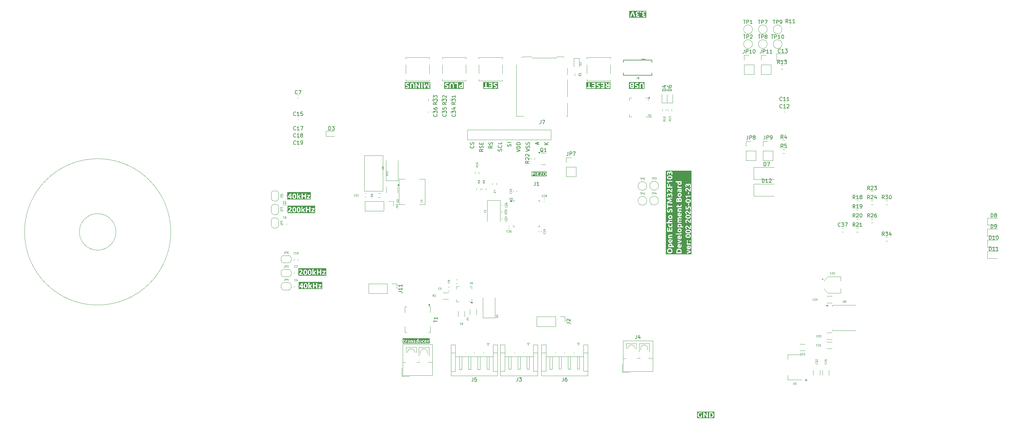
<source format=gbr>
%TF.GenerationSoftware,KiCad,Pcbnew,8.0.6*%
%TF.CreationDate,2025-02-16T20:54:21+01:00*%
%TF.ProjectId,TUSS4470_shield,54555353-3434-4373-905f-736869656c64,rev?*%
%TF.SameCoordinates,Original*%
%TF.FileFunction,Legend,Top*%
%TF.FilePolarity,Positive*%
%FSLAX46Y46*%
G04 Gerber Fmt 4.6, Leading zero omitted, Abs format (unit mm)*
G04 Created by KiCad (PCBNEW 8.0.6) date 2025-02-16 20:54:21*
%MOMM*%
%LPD*%
G01*
G04 APERTURE LIST*
%ADD10C,0.100000*%
%ADD11C,0.300000*%
%ADD12C,0.250000*%
%ADD13C,0.200000*%
%ADD14C,0.150000*%
%ADD15C,0.125000*%
%ADD16C,0.120000*%
G04 APERTURE END LIST*
D10*
X120000000Y-95000000D02*
G75*
G02*
X80000000Y-95000000I-20000000J0D01*
G01*
X80000000Y-95000000D02*
G75*
G02*
X120000000Y-95000000I20000000J0D01*
G01*
X105000000Y-95000000D02*
G75*
G02*
X95000000Y-95000000I-5000000J0D01*
G01*
X95000000Y-95000000D02*
G75*
G02*
X105000000Y-95000000I5000000J0D01*
G01*
D11*
G36*
X250111712Y-36398847D02*
G01*
X245429268Y-36398847D01*
X245429268Y-36208733D01*
X245595935Y-36208733D01*
X245946179Y-36208733D01*
X245962249Y-36163516D01*
X245987368Y-36092019D01*
X246013704Y-36016117D01*
X246038136Y-35944951D01*
X246063003Y-35872227D01*
X246088145Y-35799504D01*
X246113562Y-35726781D01*
X246139253Y-35654057D01*
X246161765Y-35591128D01*
X246187279Y-35520540D01*
X246212564Y-35451372D01*
X246240736Y-35375254D01*
X246246881Y-35358721D01*
X246273613Y-35287684D01*
X246301549Y-35215213D01*
X246330129Y-35143346D01*
X246335465Y-35155888D01*
X246365686Y-35229577D01*
X246394437Y-35303480D01*
X246421353Y-35375621D01*
X246442669Y-35434525D01*
X246470538Y-35511908D01*
X246495748Y-35582250D01*
X246521371Y-35654057D01*
X246547062Y-35726781D01*
X246572479Y-35799504D01*
X246597620Y-35872227D01*
X246622487Y-35944951D01*
X246634743Y-35980969D01*
X246661524Y-36058828D01*
X246687204Y-36132283D01*
X246714445Y-36208733D01*
X247077145Y-36208733D01*
X247074242Y-36200673D01*
X247046505Y-36124011D01*
X247019417Y-36049639D01*
X246993837Y-35979755D01*
X246966503Y-35905383D01*
X246937750Y-35827821D01*
X246907909Y-35748365D01*
X246881467Y-35678753D01*
X246854226Y-35607750D01*
X246826186Y-35535355D01*
X246816673Y-35511021D01*
X246787740Y-35437811D01*
X246758215Y-35364292D01*
X246728098Y-35290464D01*
X246697387Y-35216327D01*
X246685802Y-35188775D01*
X247225523Y-35188775D01*
X247231605Y-35264037D01*
X247252345Y-35338726D01*
X247287805Y-35404930D01*
X247336728Y-35461610D01*
X247397859Y-35507726D01*
X247464026Y-35540484D01*
X247439098Y-35554361D01*
X247378150Y-35603208D01*
X247333234Y-35661751D01*
X247321814Y-35681884D01*
X247293834Y-35753521D01*
X247284508Y-35826981D01*
X247284623Y-35837872D01*
X247292883Y-35916086D01*
X247314183Y-35988182D01*
X247317971Y-35997314D01*
X247354320Y-36061150D01*
X247404675Y-36116775D01*
X247424600Y-36133446D01*
X247488954Y-36173557D01*
X247560013Y-36202138D01*
X247628650Y-36219242D01*
X247705597Y-36229246D01*
X247782763Y-36232180D01*
X247838111Y-36230124D01*
X247914654Y-36219724D01*
X247960335Y-36209729D01*
X248031891Y-36188949D01*
X248061872Y-36178298D01*
X248131908Y-36147916D01*
X248145818Y-36140986D01*
X248211043Y-36105418D01*
X248099302Y-35879371D01*
X248095327Y-35881855D01*
X248028134Y-35918285D01*
X247958984Y-35946782D01*
X247944436Y-35951693D01*
X247868026Y-35969000D01*
X247791189Y-35974260D01*
X247720481Y-35964734D01*
X247659298Y-35936891D01*
X247616067Y-35889630D01*
X247599214Y-35821486D01*
X247599529Y-35808846D01*
X247619364Y-35735757D01*
X247620615Y-35733641D01*
X247673220Y-35681901D01*
X247679624Y-35678357D01*
X247750157Y-35654057D01*
X247766484Y-35651318D01*
X247839916Y-35645997D01*
X247979134Y-35645997D01*
X247979134Y-35388077D01*
X247856769Y-35388077D01*
X247808666Y-35386737D01*
X247733304Y-35378551D01*
X247701812Y-35372240D01*
X247632920Y-35345579D01*
X247617752Y-35336133D01*
X247566608Y-35283297D01*
X247555869Y-35262964D01*
X247542062Y-35188775D01*
X248934246Y-35188775D01*
X248940328Y-35264037D01*
X248961068Y-35338726D01*
X248996528Y-35404930D01*
X249045451Y-35461610D01*
X249106582Y-35507726D01*
X249172749Y-35540484D01*
X249147821Y-35554361D01*
X249086873Y-35603208D01*
X249041957Y-35661751D01*
X249030537Y-35681884D01*
X249002557Y-35753521D01*
X248993230Y-35826981D01*
X248993346Y-35837872D01*
X249001606Y-35916086D01*
X249022906Y-35988182D01*
X249026694Y-35997314D01*
X249063043Y-36061150D01*
X249113398Y-36116775D01*
X249133323Y-36133446D01*
X249197677Y-36173557D01*
X249268736Y-36202138D01*
X249337372Y-36219242D01*
X249414320Y-36229246D01*
X249491486Y-36232180D01*
X249546834Y-36230124D01*
X249623377Y-36219724D01*
X249669058Y-36209729D01*
X249740614Y-36188949D01*
X249770595Y-36178298D01*
X249840631Y-36147916D01*
X249854541Y-36140986D01*
X249919766Y-36105418D01*
X249808025Y-35879371D01*
X249804050Y-35881855D01*
X249736857Y-35918285D01*
X249667707Y-35946782D01*
X249653159Y-35951693D01*
X249576749Y-35969000D01*
X249499912Y-35974260D01*
X249429204Y-35964734D01*
X249368021Y-35936891D01*
X249324790Y-35889630D01*
X249307937Y-35821486D01*
X249308252Y-35808846D01*
X249328087Y-35735757D01*
X249329338Y-35733641D01*
X249381943Y-35681901D01*
X249388346Y-35678357D01*
X249458879Y-35654057D01*
X249475207Y-35651318D01*
X249548639Y-35645997D01*
X249687857Y-35645997D01*
X249687857Y-35388077D01*
X249565491Y-35388077D01*
X249517389Y-35386737D01*
X249442027Y-35378551D01*
X249410535Y-35372240D01*
X249341643Y-35345579D01*
X249326475Y-35336133D01*
X249275331Y-35283297D01*
X249264592Y-35262964D01*
X249250785Y-35188775D01*
X249251049Y-35177516D01*
X249269913Y-35102292D01*
X249318562Y-35043328D01*
X249380094Y-35010510D01*
X249455779Y-34993733D01*
X249531420Y-34989473D01*
X249592213Y-34991121D01*
X249667355Y-34998772D01*
X249743545Y-35015851D01*
X249812417Y-35038301D01*
X249883862Y-35065310D01*
X249945045Y-34810687D01*
X249939709Y-34808401D01*
X249869207Y-34784309D01*
X249834496Y-34774745D01*
X249761496Y-34757930D01*
X249712846Y-34748954D01*
X249639131Y-34738879D01*
X249592471Y-34734414D01*
X249518597Y-34731552D01*
X249481319Y-34732085D01*
X249402133Y-34737175D01*
X249329438Y-34747656D01*
X249256280Y-34765624D01*
X249209590Y-34781828D01*
X249138277Y-34815642D01*
X249073464Y-34860879D01*
X249051955Y-34880544D01*
X249004737Y-34936781D01*
X248967951Y-35005593D01*
X248956497Y-35037595D01*
X248939809Y-35110645D01*
X248934246Y-35188775D01*
X247542062Y-35188775D01*
X247542326Y-35177516D01*
X247561190Y-35102292D01*
X247609839Y-35043328D01*
X247671371Y-35010510D01*
X247747056Y-34993733D01*
X247822697Y-34989473D01*
X247883490Y-34991121D01*
X247958632Y-34998772D01*
X248034822Y-35015851D01*
X248103694Y-35038301D01*
X248175139Y-35065310D01*
X248207447Y-34930854D01*
X248351360Y-34930854D01*
X248351595Y-34942854D01*
X248366381Y-35016675D01*
X248411444Y-35079232D01*
X248471234Y-35115784D01*
X248547365Y-35130157D01*
X248619539Y-35117425D01*
X248683653Y-35079232D01*
X248690928Y-35072685D01*
X248732236Y-35007220D01*
X248743736Y-34930854D01*
X248743502Y-34918854D01*
X248728715Y-34845034D01*
X248683653Y-34782477D01*
X248619539Y-34744283D01*
X248547365Y-34731552D01*
X248475466Y-34744283D01*
X248411444Y-34782477D01*
X248404168Y-34789024D01*
X248362861Y-34854489D01*
X248351360Y-34930854D01*
X248207447Y-34930854D01*
X248236322Y-34810687D01*
X248230986Y-34808401D01*
X248160484Y-34784309D01*
X248125773Y-34774745D01*
X248052773Y-34757930D01*
X248004123Y-34748954D01*
X247930408Y-34738879D01*
X247883748Y-34734414D01*
X247809874Y-34731552D01*
X247772596Y-34732085D01*
X247693410Y-34737175D01*
X247620715Y-34747656D01*
X247547557Y-34765624D01*
X247500867Y-34781828D01*
X247429555Y-34815642D01*
X247364741Y-34860879D01*
X247343232Y-34880544D01*
X247296014Y-34936781D01*
X247259228Y-35005593D01*
X247247774Y-35037595D01*
X247231086Y-35110645D01*
X247225523Y-35188775D01*
X246685802Y-35188775D01*
X246666085Y-35141880D01*
X246655499Y-35117056D01*
X246623655Y-35043099D01*
X246591683Y-34969915D01*
X246559581Y-34897504D01*
X246527351Y-34825865D01*
X246494993Y-34755000D01*
X246178454Y-34755000D01*
X246167610Y-34778580D01*
X246135200Y-34849819D01*
X246102970Y-34921805D01*
X246070920Y-34994539D01*
X246039051Y-35068019D01*
X246007362Y-35142247D01*
X245996817Y-35167096D01*
X245965596Y-35241440D01*
X245934993Y-35315474D01*
X245905009Y-35389199D01*
X245875642Y-35462615D01*
X245846894Y-35535722D01*
X245818893Y-35607979D01*
X245791768Y-35678844D01*
X245765518Y-35748319D01*
X245736001Y-35827615D01*
X245707676Y-35905017D01*
X245703729Y-35915894D01*
X245676924Y-35989533D01*
X245651556Y-36058788D01*
X245624325Y-36132570D01*
X245595935Y-36208733D01*
X245429268Y-36208733D01*
X245429268Y-34564885D01*
X250111712Y-34564885D01*
X250111712Y-36398847D01*
G37*
G36*
X209479803Y-55898847D02*
G01*
X205476964Y-55898847D01*
X205476964Y-55427365D01*
X205643631Y-55427365D01*
X205643631Y-55708733D01*
X206854832Y-55708733D01*
X206854832Y-55427365D01*
X206413729Y-55427365D01*
X206413729Y-54536367D01*
X206964008Y-54536367D01*
X207671091Y-54536367D01*
X207671091Y-54888077D01*
X207086374Y-54888077D01*
X207086374Y-55169445D01*
X207671091Y-55169445D01*
X207671091Y-55427365D01*
X207012735Y-55427365D01*
X207012735Y-55708733D01*
X208000086Y-55708733D01*
X208000086Y-54653970D01*
X208247382Y-54653970D01*
X208247812Y-54679318D01*
X208255137Y-54755057D01*
X208274860Y-54829825D01*
X208309481Y-54897694D01*
X208358391Y-54956221D01*
X208369086Y-54966199D01*
X208430197Y-55012519D01*
X208498708Y-55050376D01*
X208554271Y-55075671D01*
X208622085Y-55103744D01*
X208696911Y-55132076D01*
X208726893Y-55142499D01*
X208796929Y-55168346D01*
X208810866Y-55173939D01*
X208877162Y-55207547D01*
X208931018Y-55255540D01*
X208950069Y-55321486D01*
X208945024Y-55359181D01*
X208898412Y-55418939D01*
X208876696Y-55429771D01*
X208801895Y-55447046D01*
X208728419Y-55450812D01*
X208702521Y-55450429D01*
X208624996Y-55443885D01*
X208548167Y-55426266D01*
X208480816Y-55401987D01*
X208411880Y-55370579D01*
X208316991Y-55630697D01*
X208349269Y-55647051D01*
X208418887Y-55675749D01*
X208494312Y-55700307D01*
X208521864Y-55707777D01*
X208596203Y-55722095D01*
X208669776Y-55729659D01*
X208749668Y-55732180D01*
X208817735Y-55729804D01*
X208895498Y-55720445D01*
X208973516Y-55702138D01*
X209009593Y-55689958D01*
X209080778Y-55657293D01*
X209142410Y-55616043D01*
X209159320Y-55601743D01*
X209210751Y-55545744D01*
X209250121Y-55480488D01*
X209262945Y-55449855D01*
X209281629Y-55378800D01*
X209287857Y-55301336D01*
X209287296Y-55276978D01*
X209277724Y-55204221D01*
X209251953Y-55132442D01*
X209210829Y-55068328D01*
X209159263Y-55014473D01*
X209098446Y-54969868D01*
X209030303Y-54933506D01*
X208958495Y-54903373D01*
X208886688Y-54876720D01*
X208866505Y-54870018D01*
X208793358Y-54843811D01*
X208718990Y-54812406D01*
X208654779Y-54776702D01*
X208608447Y-54731752D01*
X208587002Y-54660565D01*
X208597626Y-54601214D01*
X208635728Y-54555052D01*
X208639189Y-54552656D01*
X208708268Y-54524277D01*
X208749170Y-54516924D01*
X208823307Y-54512920D01*
X208831966Y-54512948D01*
X208906097Y-54515711D01*
X208980443Y-54524083D01*
X209058513Y-54541496D01*
X209082034Y-54548755D01*
X209151917Y-54573927D01*
X209220079Y-54605976D01*
X209313136Y-54343660D01*
X209307453Y-54340480D01*
X209240229Y-54307756D01*
X209208517Y-54294918D01*
X209136915Y-54271852D01*
X209072343Y-54256282D01*
X208998795Y-54243276D01*
X208973944Y-54239898D01*
X208899412Y-54233487D01*
X208823673Y-54231552D01*
X208770690Y-54232525D01*
X208688096Y-54238467D01*
X208612638Y-54249812D01*
X208531512Y-54270558D01*
X208460663Y-54299083D01*
X208390997Y-54342194D01*
X208357337Y-54371349D01*
X208309232Y-54429119D01*
X208274871Y-54495479D01*
X208254254Y-54570429D01*
X208247382Y-54653970D01*
X208000086Y-54653970D01*
X208000086Y-54255000D01*
X206964008Y-54255000D01*
X206964008Y-54536367D01*
X206413729Y-54536367D01*
X206413729Y-54255000D01*
X206084368Y-54255000D01*
X206084368Y-55427365D01*
X205643631Y-55427365D01*
X205476964Y-55427365D01*
X205476964Y-54064885D01*
X209479803Y-54064885D01*
X209479803Y-55898847D01*
G37*
G36*
X153823925Y-88428579D02*
G01*
X153891172Y-88461643D01*
X153921074Y-88495712D01*
X153954553Y-88563126D01*
X153957389Y-88571373D01*
X153976578Y-88644257D01*
X153988258Y-88718098D01*
X153992907Y-88764054D01*
X153997389Y-88837710D01*
X153998883Y-88917034D01*
X153998375Y-88964065D01*
X153995137Y-89040529D01*
X153988258Y-89117435D01*
X153986882Y-89128649D01*
X153974520Y-89201699D01*
X153954553Y-89273506D01*
X153936650Y-89314877D01*
X153891172Y-89374623D01*
X153864353Y-89393556D01*
X153792254Y-89410526D01*
X153760462Y-89407686D01*
X153693702Y-89374623D01*
X153664567Y-89340614D01*
X153630687Y-89273506D01*
X153627717Y-89265211D01*
X153607773Y-89191847D01*
X153595882Y-89117435D01*
X153591234Y-89070838D01*
X153586752Y-88996563D01*
X153585258Y-88917034D01*
X153585766Y-88870073D01*
X153589003Y-88794055D01*
X153595882Y-88718098D01*
X153597263Y-88706974D01*
X153609896Y-88634475D01*
X153630687Y-88563126D01*
X153649042Y-88521547D01*
X153693702Y-88461643D01*
X153720170Y-88442709D01*
X153792254Y-88425739D01*
X153823925Y-88428579D01*
G37*
G36*
X155016807Y-88428579D02*
G01*
X155084054Y-88461643D01*
X155113956Y-88495712D01*
X155147435Y-88563126D01*
X155150271Y-88571373D01*
X155169460Y-88644257D01*
X155181140Y-88718098D01*
X155185789Y-88764054D01*
X155190271Y-88837710D01*
X155191765Y-88917034D01*
X155191257Y-88964065D01*
X155188019Y-89040529D01*
X155181140Y-89117435D01*
X155179764Y-89128649D01*
X155167402Y-89201699D01*
X155147435Y-89273506D01*
X155129532Y-89314877D01*
X155084054Y-89374623D01*
X155057235Y-89393556D01*
X154985136Y-89410526D01*
X154953345Y-89407686D01*
X154886584Y-89374623D01*
X154857449Y-89340614D01*
X154823569Y-89273506D01*
X154820599Y-89265211D01*
X154800655Y-89191847D01*
X154788764Y-89117435D01*
X154784116Y-89070838D01*
X154779634Y-88996563D01*
X154778140Y-88917034D01*
X154778648Y-88870073D01*
X154781885Y-88794055D01*
X154788764Y-88718098D01*
X154790145Y-88706974D01*
X154802778Y-88634475D01*
X154823569Y-88563126D01*
X154841924Y-88521547D01*
X154886584Y-88461643D01*
X154913052Y-88442709D01*
X154985136Y-88425739D01*
X155016807Y-88428579D01*
G37*
G36*
X159492120Y-89835114D02*
G01*
X151907338Y-89835114D01*
X151907338Y-88366388D01*
X152074005Y-88366388D01*
X152230076Y-88573750D01*
X152274406Y-88534916D01*
X152283957Y-88527254D01*
X152345115Y-88486189D01*
X152366158Y-88474328D01*
X152435607Y-88443691D01*
X152467427Y-88434224D01*
X152542219Y-88425739D01*
X152605661Y-88432962D01*
X152673011Y-88463475D01*
X152714175Y-88518975D01*
X152725767Y-88593534D01*
X152725469Y-88604050D01*
X152706716Y-88676699D01*
X152696275Y-88697055D01*
X152653960Y-88758398D01*
X152627187Y-88789430D01*
X152575924Y-88842295D01*
X152535943Y-88880854D01*
X152481036Y-88933520D01*
X152456529Y-88957151D01*
X152403079Y-89008350D01*
X152349145Y-89059549D01*
X152328753Y-89079474D01*
X152278833Y-89133455D01*
X152230076Y-89195104D01*
X152217196Y-89213331D01*
X152176985Y-89280009D01*
X152144347Y-89351175D01*
X152131642Y-89388687D01*
X152116326Y-89462630D01*
X152111741Y-89535823D01*
X152111741Y-89586381D01*
X152116137Y-89645000D01*
X153091032Y-89645000D01*
X153091032Y-89387079D01*
X152461985Y-89387079D01*
X152494591Y-89333956D01*
X152506482Y-89319463D01*
X152554675Y-89263981D01*
X152574043Y-89242870D01*
X152625383Y-89189975D01*
X152639079Y-89176494D01*
X152694260Y-89124030D01*
X152709590Y-89109827D01*
X152763786Y-89058586D01*
X152818824Y-89004961D01*
X152834469Y-88989219D01*
X152886070Y-88932859D01*
X152898739Y-88917034D01*
X153264689Y-88917034D01*
X153266881Y-89005247D01*
X153273459Y-89088172D01*
X153284421Y-89165806D01*
X153304290Y-89255412D01*
X153331011Y-89336753D01*
X153364583Y-89409829D01*
X153405006Y-89474640D01*
X153432253Y-89509275D01*
X153492368Y-89568326D01*
X153559980Y-89613749D01*
X153635087Y-89645546D01*
X153717691Y-89663715D01*
X153792254Y-89668447D01*
X153822703Y-89667690D01*
X153909055Y-89656334D01*
X153987911Y-89631351D01*
X154059270Y-89592741D01*
X154123133Y-89540504D01*
X154179501Y-89474640D01*
X154188133Y-89462339D01*
X154227187Y-89395875D01*
X154259388Y-89321146D01*
X154284739Y-89238152D01*
X154300086Y-89165806D01*
X154311048Y-89088172D01*
X154317626Y-89005247D01*
X154319818Y-88917034D01*
X154457571Y-88917034D01*
X154459763Y-89005247D01*
X154466341Y-89088172D01*
X154477303Y-89165806D01*
X154497172Y-89255412D01*
X154523893Y-89336753D01*
X154557465Y-89409829D01*
X154597889Y-89474640D01*
X154625135Y-89509275D01*
X154685250Y-89568326D01*
X154752862Y-89613749D01*
X154827969Y-89645546D01*
X154910573Y-89663715D01*
X154985136Y-89668447D01*
X155015585Y-89667690D01*
X155101937Y-89656334D01*
X155180793Y-89631351D01*
X155252152Y-89592741D01*
X155316015Y-89540504D01*
X155372383Y-89474640D01*
X155381015Y-89462339D01*
X155420069Y-89395875D01*
X155452270Y-89321146D01*
X155477621Y-89238152D01*
X155492968Y-89165806D01*
X155503930Y-89088172D01*
X155510508Y-89005247D01*
X155512700Y-88917034D01*
X155510508Y-88829341D01*
X155503930Y-88746880D01*
X155492968Y-88669652D01*
X155473099Y-88580474D01*
X155446378Y-88499471D01*
X155412806Y-88426644D01*
X155372383Y-88361992D01*
X155345136Y-88327291D01*
X155285021Y-88268129D01*
X155217409Y-88222620D01*
X155142302Y-88190763D01*
X155059698Y-88172559D01*
X154985136Y-88167819D01*
X154912285Y-88172685D01*
X154837356Y-88189277D01*
X154767882Y-88217644D01*
X154709886Y-88253257D01*
X154652289Y-88302763D01*
X154601186Y-88363091D01*
X154584293Y-88387592D01*
X154546519Y-88454854D01*
X154517967Y-88522731D01*
X154494574Y-88597564D01*
X154492297Y-88606283D01*
X154476687Y-88678972D01*
X154465702Y-88756882D01*
X154459342Y-88840012D01*
X154457571Y-88917034D01*
X154319818Y-88917034D01*
X154317626Y-88829341D01*
X154311048Y-88746880D01*
X154300086Y-88669652D01*
X154280217Y-88580474D01*
X154253496Y-88499471D01*
X154219924Y-88426644D01*
X154179501Y-88361992D01*
X154152254Y-88327291D01*
X154092139Y-88268129D01*
X154024527Y-88222620D01*
X153949420Y-88190763D01*
X153866816Y-88172559D01*
X153792254Y-88167819D01*
X153719403Y-88172685D01*
X153644474Y-88189277D01*
X153575000Y-88217644D01*
X153517004Y-88253257D01*
X153459407Y-88302763D01*
X153408304Y-88363091D01*
X153391411Y-88387592D01*
X153353637Y-88454854D01*
X153325085Y-88522731D01*
X153301692Y-88597564D01*
X153299415Y-88606283D01*
X153283805Y-88678972D01*
X153272819Y-88756882D01*
X153266460Y-88840012D01*
X153264689Y-88917034D01*
X152898739Y-88917034D01*
X152932763Y-88874535D01*
X152939008Y-88866043D01*
X152981104Y-88801074D01*
X153014829Y-88733852D01*
X153018688Y-88724668D01*
X153039699Y-88654241D01*
X153046702Y-88581078D01*
X153046451Y-88563254D01*
X153038637Y-88484674D01*
X153018126Y-88408886D01*
X153014431Y-88399451D01*
X152978871Y-88334434D01*
X152929466Y-88279560D01*
X152909884Y-88263540D01*
X152846492Y-88224872D01*
X152776325Y-88197128D01*
X152708358Y-88180441D01*
X152631906Y-88170681D01*
X152555041Y-88167819D01*
X152511287Y-88169187D01*
X152434738Y-88178548D01*
X152361029Y-88196776D01*
X152290160Y-88223872D01*
X152267281Y-88234650D01*
X152201889Y-88270189D01*
X152134942Y-88315319D01*
X152074005Y-88366388D01*
X151907338Y-88366388D01*
X151907338Y-88054246D01*
X155726290Y-88054246D01*
X155726290Y-89645000D01*
X156040631Y-89645000D01*
X156040631Y-89161032D01*
X156093662Y-89207927D01*
X156147243Y-89264347D01*
X156153954Y-89271971D01*
X156202914Y-89330515D01*
X156249459Y-89391475D01*
X156255528Y-89399764D01*
X156299680Y-89461932D01*
X156341416Y-89524099D01*
X156377420Y-89579878D01*
X156418353Y-89645000D01*
X156779221Y-89645000D01*
X156962404Y-89645000D01*
X157291399Y-89645000D01*
X157291399Y-89035369D01*
X157844242Y-89035369D01*
X157844242Y-89645000D01*
X158173604Y-89645000D01*
X158173604Y-89462916D01*
X158407711Y-89462916D01*
X158407711Y-89645000D01*
X159325453Y-89645000D01*
X159325453Y-89387079D01*
X158789462Y-89387079D01*
X158833127Y-89325389D01*
X158879996Y-89262228D01*
X158925383Y-89203531D01*
X158930076Y-89197608D01*
X158976845Y-89139291D01*
X159023327Y-89082619D01*
X159074127Y-89022180D01*
X159110512Y-88979888D01*
X159162770Y-88919970D01*
X159212247Y-88864277D01*
X159263618Y-88807126D01*
X159314829Y-88750338D01*
X159314829Y-88542976D01*
X158432990Y-88542976D01*
X158432990Y-88800896D01*
X158905600Y-88800896D01*
X158880230Y-88831160D01*
X158830323Y-88891457D01*
X158781036Y-88951838D01*
X158738797Y-89004353D01*
X158692085Y-89063359D01*
X158645115Y-89123663D01*
X158602904Y-89178775D01*
X158557877Y-89239233D01*
X158514323Y-89299518D01*
X158487933Y-89337265D01*
X158446692Y-89399364D01*
X158407711Y-89462916D01*
X158173604Y-89462916D01*
X158173604Y-88191266D01*
X157844242Y-88191266D01*
X157844242Y-88754002D01*
X157291399Y-88754002D01*
X157291399Y-88191266D01*
X156962404Y-88191266D01*
X156962404Y-89645000D01*
X156779221Y-89645000D01*
X156767590Y-89622889D01*
X156730645Y-89557172D01*
X156690561Y-89491127D01*
X156663519Y-89448995D01*
X156620465Y-89385797D01*
X156574424Y-89322599D01*
X156542481Y-89280811D01*
X156493623Y-89219416D01*
X156443632Y-89159567D01*
X156422664Y-89135383D01*
X156369069Y-89077611D01*
X156312840Y-89023646D01*
X156328606Y-89008333D01*
X156382549Y-88955189D01*
X156434564Y-88902745D01*
X156491648Y-88843669D01*
X156546214Y-88785509D01*
X156552882Y-88778262D01*
X156606589Y-88719518D01*
X156660937Y-88659400D01*
X156715926Y-88597908D01*
X156764567Y-88542976D01*
X156391242Y-88542976D01*
X156369454Y-88567325D01*
X156320167Y-88621744D01*
X156283211Y-88662156D01*
X156232606Y-88716999D01*
X156188524Y-88763952D01*
X156136618Y-88817749D01*
X156093903Y-88861607D01*
X156040631Y-88915935D01*
X156040631Y-88003688D01*
X155726290Y-88054246D01*
X151907338Y-88054246D01*
X151907338Y-87837021D01*
X159492120Y-87837021D01*
X159492120Y-89835114D01*
G37*
G36*
X153823925Y-84728579D02*
G01*
X153891172Y-84761643D01*
X153921074Y-84795712D01*
X153954553Y-84863126D01*
X153957389Y-84871373D01*
X153976578Y-84944257D01*
X153988258Y-85018098D01*
X153992907Y-85064054D01*
X153997389Y-85137710D01*
X153998883Y-85217034D01*
X153998375Y-85264065D01*
X153995137Y-85340529D01*
X153988258Y-85417435D01*
X153986882Y-85428649D01*
X153974520Y-85501699D01*
X153954553Y-85573506D01*
X153936650Y-85614877D01*
X153891172Y-85674623D01*
X153864353Y-85693556D01*
X153792254Y-85710526D01*
X153760462Y-85707686D01*
X153693702Y-85674623D01*
X153664567Y-85640614D01*
X153630687Y-85573506D01*
X153627717Y-85565211D01*
X153607773Y-85491847D01*
X153595882Y-85417435D01*
X153591234Y-85370838D01*
X153586752Y-85296563D01*
X153585258Y-85217034D01*
X153585766Y-85170073D01*
X153589003Y-85094055D01*
X153595882Y-85018098D01*
X153597263Y-85006974D01*
X153609896Y-84934475D01*
X153630687Y-84863126D01*
X153649042Y-84821547D01*
X153693702Y-84761643D01*
X153720170Y-84742709D01*
X153792254Y-84725739D01*
X153823925Y-84728579D01*
G37*
G36*
X152673011Y-85358817D02*
G01*
X152341817Y-85358817D01*
X152375340Y-85294176D01*
X152412526Y-85230314D01*
X152453375Y-85167231D01*
X152497889Y-85104926D01*
X152532287Y-85059022D01*
X152577029Y-84999900D01*
X152625831Y-84936234D01*
X152673011Y-84875582D01*
X152673011Y-85358817D01*
G37*
G36*
X158299238Y-86135114D02*
G01*
X151875464Y-86135114D01*
X151875464Y-85386294D01*
X152042131Y-85386294D01*
X152042131Y-85616737D01*
X152673011Y-85616737D01*
X152673011Y-85945000D01*
X152981123Y-85945000D01*
X152981123Y-85616737D01*
X153137561Y-85616737D01*
X153137561Y-85358817D01*
X152981123Y-85358817D01*
X152981123Y-85217034D01*
X153264689Y-85217034D01*
X153266881Y-85305247D01*
X153273459Y-85388172D01*
X153284421Y-85465806D01*
X153304290Y-85555412D01*
X153331011Y-85636753D01*
X153364583Y-85709829D01*
X153405006Y-85774640D01*
X153432253Y-85809275D01*
X153492368Y-85868326D01*
X153559980Y-85913749D01*
X153635087Y-85945546D01*
X153717691Y-85963715D01*
X153792254Y-85968447D01*
X153822703Y-85967690D01*
X153909055Y-85956334D01*
X153987911Y-85931351D01*
X154059270Y-85892741D01*
X154123133Y-85840504D01*
X154179501Y-85774640D01*
X154188133Y-85762339D01*
X154227187Y-85695875D01*
X154259388Y-85621146D01*
X154284739Y-85538152D01*
X154300086Y-85465806D01*
X154311048Y-85388172D01*
X154317626Y-85305247D01*
X154319818Y-85217034D01*
X154317626Y-85129341D01*
X154311048Y-85046880D01*
X154300086Y-84969652D01*
X154280217Y-84880474D01*
X154253496Y-84799471D01*
X154219924Y-84726644D01*
X154179501Y-84661992D01*
X154152254Y-84627291D01*
X154092139Y-84568129D01*
X154024527Y-84522620D01*
X153949420Y-84490763D01*
X153866816Y-84472559D01*
X153792254Y-84467819D01*
X153719403Y-84472685D01*
X153644474Y-84489277D01*
X153575000Y-84517644D01*
X153517004Y-84553257D01*
X153459407Y-84602763D01*
X153408304Y-84663091D01*
X153391411Y-84687592D01*
X153353637Y-84754854D01*
X153325085Y-84822731D01*
X153301692Y-84897564D01*
X153299415Y-84906283D01*
X153283805Y-84978972D01*
X153272819Y-85056882D01*
X153266460Y-85140012D01*
X153264689Y-85217034D01*
X152981123Y-85217034D01*
X152981123Y-84491266D01*
X152683635Y-84491266D01*
X152648039Y-84527248D01*
X152594597Y-84584265D01*
X152541097Y-84644933D01*
X152493492Y-84701926D01*
X152446643Y-84760681D01*
X152400985Y-84820078D01*
X152356518Y-84880116D01*
X152313241Y-84940795D01*
X152286950Y-84978768D01*
X152241564Y-85046352D01*
X152198670Y-85112952D01*
X152158269Y-85178565D01*
X152153941Y-85185778D01*
X152113140Y-85255344D01*
X152076847Y-85320259D01*
X152056576Y-85358817D01*
X152042131Y-85386294D01*
X151875464Y-85386294D01*
X151875464Y-84354246D01*
X154533408Y-84354246D01*
X154533408Y-85945000D01*
X154847749Y-85945000D01*
X154847749Y-85461032D01*
X154900780Y-85507927D01*
X154954361Y-85564347D01*
X154961071Y-85571971D01*
X155010032Y-85630515D01*
X155056577Y-85691475D01*
X155062646Y-85699764D01*
X155106797Y-85761932D01*
X155148534Y-85824099D01*
X155184538Y-85879878D01*
X155225471Y-85945000D01*
X155586339Y-85945000D01*
X155769521Y-85945000D01*
X156098517Y-85945000D01*
X156098517Y-85335369D01*
X156651360Y-85335369D01*
X156651360Y-85945000D01*
X156980722Y-85945000D01*
X156980722Y-85762916D01*
X157214829Y-85762916D01*
X157214829Y-85945000D01*
X158132571Y-85945000D01*
X158132571Y-85687079D01*
X157596580Y-85687079D01*
X157640245Y-85625389D01*
X157687114Y-85562228D01*
X157732501Y-85503531D01*
X157737194Y-85497608D01*
X157783963Y-85439291D01*
X157830445Y-85382619D01*
X157881245Y-85322180D01*
X157917630Y-85279888D01*
X157969888Y-85219970D01*
X158019364Y-85164277D01*
X158070736Y-85107126D01*
X158121946Y-85050338D01*
X158121946Y-84842976D01*
X157240108Y-84842976D01*
X157240108Y-85100896D01*
X157712718Y-85100896D01*
X157687348Y-85131160D01*
X157637441Y-85191457D01*
X157588154Y-85251838D01*
X157545914Y-85304353D01*
X157499203Y-85363359D01*
X157452233Y-85423663D01*
X157410022Y-85478775D01*
X157364995Y-85539233D01*
X157321441Y-85599518D01*
X157295051Y-85637265D01*
X157253809Y-85699364D01*
X157214829Y-85762916D01*
X156980722Y-85762916D01*
X156980722Y-84491266D01*
X156651360Y-84491266D01*
X156651360Y-85054002D01*
X156098517Y-85054002D01*
X156098517Y-84491266D01*
X155769521Y-84491266D01*
X155769521Y-85945000D01*
X155586339Y-85945000D01*
X155574708Y-85922889D01*
X155537762Y-85857172D01*
X155497679Y-85791127D01*
X155470637Y-85748995D01*
X155427583Y-85685797D01*
X155381542Y-85622599D01*
X155349599Y-85580811D01*
X155300741Y-85519416D01*
X155250750Y-85459567D01*
X155229782Y-85435383D01*
X155176187Y-85377611D01*
X155119958Y-85323646D01*
X155135724Y-85308333D01*
X155189667Y-85255189D01*
X155241682Y-85202745D01*
X155298766Y-85143669D01*
X155353332Y-85085509D01*
X155360000Y-85078262D01*
X155413707Y-85019518D01*
X155468054Y-84959400D01*
X155523043Y-84897908D01*
X155571685Y-84842976D01*
X155198360Y-84842976D01*
X155176572Y-84867325D01*
X155127285Y-84921744D01*
X155090329Y-84962156D01*
X155039724Y-85016999D01*
X154995642Y-85063952D01*
X154943736Y-85117749D01*
X154901021Y-85161607D01*
X154847749Y-85215935D01*
X154847749Y-84303688D01*
X154533408Y-84354246D01*
X151875464Y-84354246D01*
X151875464Y-84137021D01*
X158299238Y-84137021D01*
X158299238Y-86135114D01*
G37*
G36*
X267770534Y-144575460D02*
G01*
X267850664Y-144586314D01*
X267921444Y-144605308D01*
X267992202Y-144637755D01*
X268057484Y-144688405D01*
X268096205Y-144735533D01*
X268131255Y-144800250D01*
X268155400Y-144875451D01*
X268167417Y-144948253D01*
X268171423Y-145028757D01*
X268169557Y-145080981D01*
X268157310Y-145165404D01*
X268133633Y-145240955D01*
X268098526Y-145307636D01*
X268051988Y-145365446D01*
X268044422Y-145372929D01*
X267984463Y-145418661D01*
X267912267Y-145452751D01*
X267840646Y-145472706D01*
X267760034Y-145484109D01*
X267685990Y-145487079D01*
X267612718Y-145485980D01*
X267559228Y-145482683D01*
X267559228Y-144579228D01*
X267626639Y-144573733D01*
X267696615Y-144572634D01*
X267770534Y-144575460D01*
G37*
G36*
X268677710Y-145935114D02*
G01*
X263938845Y-145935114D01*
X263938845Y-145020331D01*
X264105512Y-145020331D01*
X264105563Y-145031466D01*
X264108741Y-145107251D01*
X264118427Y-145189225D01*
X264134570Y-145266253D01*
X264157170Y-145338335D01*
X264174368Y-145380777D01*
X264210645Y-145451806D01*
X264253760Y-145515939D01*
X264303715Y-145573175D01*
X264334422Y-145601938D01*
X264394426Y-145648078D01*
X264460517Y-145686972D01*
X264532693Y-145718621D01*
X264601638Y-145740420D01*
X264674385Y-145755990D01*
X264750932Y-145765333D01*
X264831280Y-145768447D01*
X264843241Y-145768421D01*
X264923604Y-145766798D01*
X264998076Y-145762651D01*
X265075974Y-145754820D01*
X265136383Y-145745000D01*
X265643143Y-145745000D01*
X265968108Y-145745000D01*
X265968108Y-144795750D01*
X265991244Y-144822783D01*
X266048356Y-144891294D01*
X266104430Y-144961129D01*
X266159467Y-145032287D01*
X266213467Y-145104769D01*
X266266428Y-145178575D01*
X266318353Y-145253705D01*
X266338825Y-145284046D01*
X266389216Y-145360111D01*
X266438480Y-145436481D01*
X266486617Y-145513154D01*
X266533627Y-145590132D01*
X266579511Y-145667414D01*
X266624267Y-145745000D01*
X266900872Y-145745000D01*
X266900872Y-144327170D01*
X267230233Y-144327170D01*
X267230233Y-144579228D01*
X267230233Y-145730345D01*
X267309043Y-145744560D01*
X267388805Y-145754966D01*
X267462142Y-145761120D01*
X267512494Y-145763975D01*
X267592204Y-145767238D01*
X267669138Y-145768447D01*
X267705210Y-145768044D01*
X267786775Y-145763975D01*
X267864693Y-145755522D01*
X267938965Y-145742687D01*
X268019382Y-145722651D01*
X268085384Y-145700424D01*
X268155234Y-145669655D01*
X268219130Y-145633162D01*
X268283897Y-145585265D01*
X268322949Y-145549244D01*
X268374958Y-145488933D01*
X268419085Y-145421088D01*
X268451692Y-145354455D01*
X268458879Y-145336821D01*
X268482990Y-145262564D01*
X268499683Y-145182353D01*
X268508203Y-145107285D01*
X268511043Y-145027658D01*
X268510811Y-145003468D01*
X268506348Y-144922252D01*
X268496205Y-144846400D01*
X268477658Y-144766280D01*
X268451692Y-144693168D01*
X268432016Y-144650773D01*
X268390333Y-144580638D01*
X268340594Y-144518444D01*
X268282798Y-144464190D01*
X268232787Y-144427234D01*
X268162356Y-144386521D01*
X268093960Y-144356754D01*
X268020115Y-144333032D01*
X267991164Y-144325568D01*
X267910970Y-144309253D01*
X267837232Y-144299260D01*
X267760162Y-144293265D01*
X267679762Y-144291266D01*
X267614696Y-144292132D01*
X267541404Y-144294729D01*
X267467637Y-144298593D01*
X267459930Y-144299065D01*
X267383881Y-144305276D01*
X267309692Y-144314206D01*
X267230233Y-144327170D01*
X266900872Y-144327170D01*
X266900872Y-144291266D01*
X266573709Y-144291266D01*
X266573709Y-145145628D01*
X266544883Y-145102990D01*
X266500196Y-145037827D01*
X266453770Y-144971215D01*
X266411043Y-144910788D01*
X266378581Y-144865210D01*
X266335178Y-144805401D01*
X266286186Y-144739430D01*
X266237020Y-144674849D01*
X266209728Y-144639574D01*
X266160965Y-144577747D01*
X266112665Y-144518065D01*
X266064829Y-144460526D01*
X266018589Y-144406553D01*
X265965223Y-144347354D01*
X265910956Y-144291266D01*
X265643143Y-144291266D01*
X265643143Y-145745000D01*
X265136383Y-145745000D01*
X265154413Y-145742069D01*
X265200936Y-145732293D01*
X265273114Y-145714972D01*
X265344190Y-145692609D01*
X265344190Y-144971238D01*
X265015195Y-144971238D01*
X265015195Y-145476454D01*
X264946318Y-145484881D01*
X264925894Y-145485843D01*
X264852529Y-145487079D01*
X264821538Y-145486247D01*
X264746656Y-145476298D01*
X264675209Y-145453007D01*
X264665826Y-145448638D01*
X264601663Y-145408844D01*
X264548447Y-145356653D01*
X264539189Y-145344769D01*
X264499567Y-145279167D01*
X264472609Y-145208642D01*
X264462759Y-145170046D01*
X264450885Y-145093438D01*
X264447330Y-145017034D01*
X264448927Y-144964157D01*
X264457312Y-144890230D01*
X264476178Y-144812154D01*
X264504827Y-144742879D01*
X264549546Y-144674483D01*
X264584707Y-144638387D01*
X264653875Y-144593358D01*
X264727433Y-144566806D01*
X264800166Y-144553591D01*
X264881838Y-144549187D01*
X264926427Y-144550449D01*
X264999277Y-144558486D01*
X265073080Y-144575565D01*
X265089321Y-144580529D01*
X265160427Y-144605994D01*
X265228053Y-144637480D01*
X265323307Y-144379560D01*
X265267254Y-144350251D01*
X265238001Y-144337283D01*
X265167969Y-144313248D01*
X265097512Y-144295415D01*
X265024354Y-144281741D01*
X264987005Y-144276316D01*
X264912527Y-144269777D01*
X264837875Y-144267819D01*
X264781490Y-144269570D01*
X264708275Y-144277356D01*
X264628589Y-144293559D01*
X264551744Y-144317644D01*
X264510796Y-144334360D01*
X264441328Y-144370218D01*
X264377308Y-144413494D01*
X264318736Y-144464190D01*
X264282986Y-144501954D01*
X264234914Y-144564203D01*
X264193509Y-144633176D01*
X264162299Y-144700129D01*
X264155422Y-144717694D01*
X264132353Y-144791219D01*
X264116382Y-144869964D01*
X264108230Y-144943149D01*
X264105512Y-145020331D01*
X263938845Y-145020331D01*
X263938845Y-144101152D01*
X268677710Y-144101152D01*
X268677710Y-145935114D01*
G37*
G36*
X239729046Y-55420771D02*
G01*
X239675191Y-55425167D01*
X239610711Y-55427365D01*
X239600894Y-55427321D01*
X239519342Y-55422965D01*
X239443071Y-55409763D01*
X239371475Y-55382302D01*
X239348044Y-55366832D01*
X239303565Y-55307527D01*
X239290142Y-55231360D01*
X239292101Y-55198359D01*
X239315529Y-55127290D01*
X239370376Y-55074556D01*
X239410527Y-55056712D01*
X239485403Y-55038823D01*
X239560141Y-55030952D01*
X239636356Y-55028761D01*
X239729046Y-55028761D01*
X239729046Y-55420771D01*
G37*
G36*
X240224709Y-55898847D02*
G01*
X233641200Y-55898847D01*
X233641200Y-55427365D01*
X233807867Y-55427365D01*
X233807867Y-55708733D01*
X235019067Y-55708733D01*
X235019067Y-55427365D01*
X234577965Y-55427365D01*
X234577965Y-54536367D01*
X235128244Y-54536367D01*
X235835327Y-54536367D01*
X235835327Y-54888077D01*
X235250610Y-54888077D01*
X235250610Y-55169445D01*
X235835327Y-55169445D01*
X235835327Y-55427365D01*
X235176970Y-55427365D01*
X235176970Y-55708733D01*
X236164322Y-55708733D01*
X236164322Y-54653970D01*
X236411618Y-54653970D01*
X236412047Y-54679318D01*
X236419373Y-54755057D01*
X236439095Y-54829825D01*
X236473717Y-54897694D01*
X236522626Y-54956221D01*
X236533322Y-54966199D01*
X236594432Y-55012519D01*
X236662944Y-55050376D01*
X236718507Y-55075671D01*
X236786320Y-55103744D01*
X236861147Y-55132076D01*
X236891128Y-55142499D01*
X236961164Y-55168346D01*
X236975102Y-55173939D01*
X237041398Y-55207547D01*
X237095254Y-55255540D01*
X237114305Y-55321486D01*
X237109260Y-55359181D01*
X237062647Y-55418939D01*
X237040932Y-55429771D01*
X236966131Y-55447046D01*
X236892654Y-55450812D01*
X236866757Y-55450429D01*
X236789232Y-55443885D01*
X236712403Y-55426266D01*
X236645051Y-55401987D01*
X236576116Y-55370579D01*
X236481227Y-55630697D01*
X236513504Y-55647051D01*
X236583122Y-55675749D01*
X236658548Y-55700307D01*
X236686099Y-55707777D01*
X236760438Y-55722095D01*
X236834012Y-55729659D01*
X236913903Y-55732180D01*
X236981971Y-55729804D01*
X237059734Y-55720445D01*
X237137752Y-55702138D01*
X237173829Y-55689958D01*
X237245014Y-55657293D01*
X237306646Y-55616043D01*
X237323556Y-55601743D01*
X237374987Y-55545744D01*
X237414357Y-55480488D01*
X237427181Y-55449855D01*
X237445865Y-55378800D01*
X237452093Y-55301336D01*
X237451532Y-55276978D01*
X237441960Y-55204221D01*
X237416189Y-55132442D01*
X237375064Y-55068328D01*
X237323499Y-55014473D01*
X237262682Y-54969868D01*
X237194538Y-54933506D01*
X237122731Y-54903373D01*
X237050924Y-54876720D01*
X237030741Y-54870018D01*
X236957594Y-54843811D01*
X236883226Y-54812406D01*
X236819015Y-54776702D01*
X236772683Y-54731752D01*
X236751238Y-54660565D01*
X236761862Y-54601214D01*
X236799964Y-54555052D01*
X236803425Y-54552656D01*
X236872504Y-54524277D01*
X236913406Y-54516924D01*
X236987543Y-54512920D01*
X236996202Y-54512948D01*
X237070332Y-54515711D01*
X237144679Y-54524083D01*
X237222748Y-54541496D01*
X237246270Y-54548755D01*
X237316153Y-54573927D01*
X237384315Y-54605976D01*
X237409009Y-54536367D01*
X237622452Y-54536367D01*
X238329535Y-54536367D01*
X238329535Y-54888077D01*
X237744818Y-54888077D01*
X237744818Y-55169445D01*
X238329535Y-55169445D01*
X238329535Y-55427365D01*
X237671178Y-55427365D01*
X237671178Y-55708733D01*
X238658530Y-55708733D01*
X238658530Y-54255000D01*
X238861496Y-54255000D01*
X238871119Y-54273724D01*
X238906331Y-54339892D01*
X238943928Y-54407041D01*
X238955062Y-54426361D01*
X238994842Y-54492448D01*
X239035885Y-54556151D01*
X239044760Y-54569563D01*
X239086514Y-54630792D01*
X239131873Y-54693904D01*
X239176325Y-54752427D01*
X239224563Y-54810774D01*
X239200175Y-54821586D01*
X239133579Y-54858464D01*
X239071139Y-54907258D01*
X239020864Y-54964281D01*
X239000494Y-54996289D01*
X238970112Y-55068947D01*
X238954575Y-55144188D01*
X238950156Y-55218904D01*
X238950432Y-55231360D01*
X238950840Y-55249803D01*
X238961101Y-55336301D01*
X238983675Y-55413499D01*
X239018563Y-55481398D01*
X239065764Y-55539998D01*
X239125278Y-55589298D01*
X239159469Y-55610642D01*
X239235985Y-55647033D01*
X239308032Y-55670943D01*
X239387611Y-55689022D01*
X239474721Y-55701268D01*
X239549831Y-55706867D01*
X239629762Y-55708733D01*
X239682605Y-55708066D01*
X239759104Y-55705104D01*
X239835292Y-55700307D01*
X239906476Y-55693788D01*
X239983124Y-55683725D01*
X240058042Y-55670631D01*
X240058042Y-54255000D01*
X239729046Y-54255000D01*
X239729046Y-54747393D01*
X239566381Y-54747393D01*
X239526882Y-54701358D01*
X239482117Y-54643346D01*
X239439436Y-54584086D01*
X239396388Y-54521346D01*
X239393688Y-54517335D01*
X239351075Y-54452088D01*
X239312124Y-54389089D01*
X239309538Y-54384854D01*
X239271091Y-54321678D01*
X239230791Y-54255000D01*
X238861496Y-54255000D01*
X238658530Y-54255000D01*
X237622452Y-54255000D01*
X237622452Y-54536367D01*
X237409009Y-54536367D01*
X237477372Y-54343660D01*
X237471688Y-54340480D01*
X237404465Y-54307756D01*
X237372752Y-54294918D01*
X237301150Y-54271852D01*
X237236579Y-54256282D01*
X237163031Y-54243276D01*
X237138180Y-54239898D01*
X237063648Y-54233487D01*
X236987909Y-54231552D01*
X236934926Y-54232525D01*
X236852331Y-54238467D01*
X236776874Y-54249812D01*
X236695747Y-54270558D01*
X236624899Y-54299083D01*
X236555233Y-54342194D01*
X236521573Y-54371349D01*
X236473468Y-54429119D01*
X236439107Y-54495479D01*
X236418490Y-54570429D01*
X236411618Y-54653970D01*
X236164322Y-54653970D01*
X236164322Y-54255000D01*
X235128244Y-54255000D01*
X235128244Y-54536367D01*
X234577965Y-54536367D01*
X234577965Y-54255000D01*
X234248603Y-54255000D01*
X234248603Y-55427365D01*
X233807867Y-55427365D01*
X233641200Y-55427365D01*
X233641200Y-54064885D01*
X240224709Y-54064885D01*
X240224709Y-55898847D01*
G37*
G36*
X156823925Y-105528579D02*
G01*
X156891172Y-105561643D01*
X156921074Y-105595712D01*
X156954553Y-105663126D01*
X156957389Y-105671373D01*
X156976578Y-105744257D01*
X156988258Y-105818098D01*
X156992907Y-105864054D01*
X156997389Y-105937710D01*
X156998883Y-106017034D01*
X156998375Y-106064065D01*
X156995137Y-106140529D01*
X156988258Y-106217435D01*
X156986882Y-106228649D01*
X156974520Y-106301699D01*
X156954553Y-106373506D01*
X156936650Y-106414877D01*
X156891172Y-106474623D01*
X156864353Y-106493556D01*
X156792254Y-106510526D01*
X156760462Y-106507686D01*
X156693702Y-106474623D01*
X156664567Y-106440614D01*
X156630687Y-106373506D01*
X156627717Y-106365211D01*
X156607773Y-106291847D01*
X156595882Y-106217435D01*
X156591234Y-106170838D01*
X156586752Y-106096563D01*
X156585258Y-106017034D01*
X156585766Y-105970073D01*
X156589003Y-105894055D01*
X156595882Y-105818098D01*
X156597263Y-105806974D01*
X156609896Y-105734475D01*
X156630687Y-105663126D01*
X156649042Y-105621547D01*
X156693702Y-105561643D01*
X156720170Y-105542709D01*
X156792254Y-105525739D01*
X156823925Y-105528579D01*
G37*
G36*
X158016807Y-105528579D02*
G01*
X158084054Y-105561643D01*
X158113956Y-105595712D01*
X158147435Y-105663126D01*
X158150271Y-105671373D01*
X158169460Y-105744257D01*
X158181140Y-105818098D01*
X158185789Y-105864054D01*
X158190271Y-105937710D01*
X158191765Y-106017034D01*
X158191257Y-106064065D01*
X158188019Y-106140529D01*
X158181140Y-106217435D01*
X158179764Y-106228649D01*
X158167402Y-106301699D01*
X158147435Y-106373506D01*
X158129532Y-106414877D01*
X158084054Y-106474623D01*
X158057235Y-106493556D01*
X157985136Y-106510526D01*
X157953345Y-106507686D01*
X157886584Y-106474623D01*
X157857449Y-106440614D01*
X157823569Y-106373506D01*
X157820599Y-106365211D01*
X157800655Y-106291847D01*
X157788764Y-106217435D01*
X157784116Y-106170838D01*
X157779634Y-106096563D01*
X157778140Y-106017034D01*
X157778648Y-105970073D01*
X157781885Y-105894055D01*
X157788764Y-105818098D01*
X157790145Y-105806974D01*
X157802778Y-105734475D01*
X157823569Y-105663126D01*
X157841924Y-105621547D01*
X157886584Y-105561643D01*
X157913052Y-105542709D01*
X157985136Y-105525739D01*
X158016807Y-105528579D01*
G37*
G36*
X162492120Y-106935114D02*
G01*
X154907338Y-106935114D01*
X154907338Y-105466388D01*
X155074005Y-105466388D01*
X155230076Y-105673750D01*
X155274406Y-105634916D01*
X155283957Y-105627254D01*
X155345115Y-105586189D01*
X155366158Y-105574328D01*
X155435607Y-105543691D01*
X155467427Y-105534224D01*
X155542219Y-105525739D01*
X155605661Y-105532962D01*
X155673011Y-105563475D01*
X155714175Y-105618975D01*
X155725767Y-105693534D01*
X155725469Y-105704050D01*
X155706716Y-105776699D01*
X155696275Y-105797055D01*
X155653960Y-105858398D01*
X155627187Y-105889430D01*
X155575924Y-105942295D01*
X155535943Y-105980854D01*
X155481036Y-106033520D01*
X155456529Y-106057151D01*
X155403079Y-106108350D01*
X155349145Y-106159549D01*
X155328753Y-106179474D01*
X155278833Y-106233455D01*
X155230076Y-106295104D01*
X155217196Y-106313331D01*
X155176985Y-106380009D01*
X155144347Y-106451175D01*
X155131642Y-106488687D01*
X155116326Y-106562630D01*
X155111741Y-106635823D01*
X155111741Y-106686381D01*
X155116137Y-106745000D01*
X156091032Y-106745000D01*
X156091032Y-106487079D01*
X155461985Y-106487079D01*
X155494591Y-106433956D01*
X155506482Y-106419463D01*
X155554675Y-106363981D01*
X155574043Y-106342870D01*
X155625383Y-106289975D01*
X155639079Y-106276494D01*
X155694260Y-106224030D01*
X155709590Y-106209827D01*
X155763786Y-106158586D01*
X155818824Y-106104961D01*
X155834469Y-106089219D01*
X155886070Y-106032859D01*
X155898739Y-106017034D01*
X156264689Y-106017034D01*
X156266881Y-106105247D01*
X156273459Y-106188172D01*
X156284421Y-106265806D01*
X156304290Y-106355412D01*
X156331011Y-106436753D01*
X156364583Y-106509829D01*
X156405006Y-106574640D01*
X156432253Y-106609275D01*
X156492368Y-106668326D01*
X156559980Y-106713749D01*
X156635087Y-106745546D01*
X156717691Y-106763715D01*
X156792254Y-106768447D01*
X156822703Y-106767690D01*
X156909055Y-106756334D01*
X156987911Y-106731351D01*
X157059270Y-106692741D01*
X157123133Y-106640504D01*
X157179501Y-106574640D01*
X157188133Y-106562339D01*
X157227187Y-106495875D01*
X157259388Y-106421146D01*
X157284739Y-106338152D01*
X157300086Y-106265806D01*
X157311048Y-106188172D01*
X157317626Y-106105247D01*
X157319818Y-106017034D01*
X157457571Y-106017034D01*
X157459763Y-106105247D01*
X157466341Y-106188172D01*
X157477303Y-106265806D01*
X157497172Y-106355412D01*
X157523893Y-106436753D01*
X157557465Y-106509829D01*
X157597889Y-106574640D01*
X157625135Y-106609275D01*
X157685250Y-106668326D01*
X157752862Y-106713749D01*
X157827969Y-106745546D01*
X157910573Y-106763715D01*
X157985136Y-106768447D01*
X158015585Y-106767690D01*
X158101937Y-106756334D01*
X158180793Y-106731351D01*
X158252152Y-106692741D01*
X158316015Y-106640504D01*
X158372383Y-106574640D01*
X158381015Y-106562339D01*
X158420069Y-106495875D01*
X158452270Y-106421146D01*
X158477621Y-106338152D01*
X158492968Y-106265806D01*
X158503930Y-106188172D01*
X158510508Y-106105247D01*
X158512700Y-106017034D01*
X158510508Y-105929341D01*
X158503930Y-105846880D01*
X158492968Y-105769652D01*
X158473099Y-105680474D01*
X158446378Y-105599471D01*
X158412806Y-105526644D01*
X158372383Y-105461992D01*
X158345136Y-105427291D01*
X158285021Y-105368129D01*
X158217409Y-105322620D01*
X158142302Y-105290763D01*
X158059698Y-105272559D01*
X157985136Y-105267819D01*
X157912285Y-105272685D01*
X157837356Y-105289277D01*
X157767882Y-105317644D01*
X157709886Y-105353257D01*
X157652289Y-105402763D01*
X157601186Y-105463091D01*
X157584293Y-105487592D01*
X157546519Y-105554854D01*
X157517967Y-105622731D01*
X157494574Y-105697564D01*
X157492297Y-105706283D01*
X157476687Y-105778972D01*
X157465702Y-105856882D01*
X157459342Y-105940012D01*
X157457571Y-106017034D01*
X157319818Y-106017034D01*
X157317626Y-105929341D01*
X157311048Y-105846880D01*
X157300086Y-105769652D01*
X157280217Y-105680474D01*
X157253496Y-105599471D01*
X157219924Y-105526644D01*
X157179501Y-105461992D01*
X157152254Y-105427291D01*
X157092139Y-105368129D01*
X157024527Y-105322620D01*
X156949420Y-105290763D01*
X156866816Y-105272559D01*
X156792254Y-105267819D01*
X156719403Y-105272685D01*
X156644474Y-105289277D01*
X156575000Y-105317644D01*
X156517004Y-105353257D01*
X156459407Y-105402763D01*
X156408304Y-105463091D01*
X156391411Y-105487592D01*
X156353637Y-105554854D01*
X156325085Y-105622731D01*
X156301692Y-105697564D01*
X156299415Y-105706283D01*
X156283805Y-105778972D01*
X156272819Y-105856882D01*
X156266460Y-105940012D01*
X156264689Y-106017034D01*
X155898739Y-106017034D01*
X155932763Y-105974535D01*
X155939008Y-105966043D01*
X155981104Y-105901074D01*
X156014829Y-105833852D01*
X156018688Y-105824668D01*
X156039699Y-105754241D01*
X156046702Y-105681078D01*
X156046451Y-105663254D01*
X156038637Y-105584674D01*
X156018126Y-105508886D01*
X156014431Y-105499451D01*
X155978871Y-105434434D01*
X155929466Y-105379560D01*
X155909884Y-105363540D01*
X155846492Y-105324872D01*
X155776325Y-105297128D01*
X155708358Y-105280441D01*
X155631906Y-105270681D01*
X155555041Y-105267819D01*
X155511287Y-105269187D01*
X155434738Y-105278548D01*
X155361029Y-105296776D01*
X155290160Y-105323872D01*
X155267281Y-105334650D01*
X155201889Y-105370189D01*
X155134942Y-105415319D01*
X155074005Y-105466388D01*
X154907338Y-105466388D01*
X154907338Y-105154246D01*
X158726290Y-105154246D01*
X158726290Y-106745000D01*
X159040631Y-106745000D01*
X159040631Y-106261032D01*
X159093662Y-106307927D01*
X159147243Y-106364347D01*
X159153954Y-106371971D01*
X159202914Y-106430515D01*
X159249459Y-106491475D01*
X159255528Y-106499764D01*
X159299680Y-106561932D01*
X159341416Y-106624099D01*
X159377420Y-106679878D01*
X159418353Y-106745000D01*
X159779221Y-106745000D01*
X159962404Y-106745000D01*
X160291399Y-106745000D01*
X160291399Y-106135369D01*
X160844242Y-106135369D01*
X160844242Y-106745000D01*
X161173604Y-106745000D01*
X161173604Y-106562916D01*
X161407711Y-106562916D01*
X161407711Y-106745000D01*
X162325453Y-106745000D01*
X162325453Y-106487079D01*
X161789462Y-106487079D01*
X161833127Y-106425389D01*
X161879996Y-106362228D01*
X161925383Y-106303531D01*
X161930076Y-106297608D01*
X161976845Y-106239291D01*
X162023327Y-106182619D01*
X162074127Y-106122180D01*
X162110512Y-106079888D01*
X162162770Y-106019970D01*
X162212247Y-105964277D01*
X162263618Y-105907126D01*
X162314829Y-105850338D01*
X162314829Y-105642976D01*
X161432990Y-105642976D01*
X161432990Y-105900896D01*
X161905600Y-105900896D01*
X161880230Y-105931160D01*
X161830323Y-105991457D01*
X161781036Y-106051838D01*
X161738797Y-106104353D01*
X161692085Y-106163359D01*
X161645115Y-106223663D01*
X161602904Y-106278775D01*
X161557877Y-106339233D01*
X161514323Y-106399518D01*
X161487933Y-106437265D01*
X161446692Y-106499364D01*
X161407711Y-106562916D01*
X161173604Y-106562916D01*
X161173604Y-105291266D01*
X160844242Y-105291266D01*
X160844242Y-105854002D01*
X160291399Y-105854002D01*
X160291399Y-105291266D01*
X159962404Y-105291266D01*
X159962404Y-106745000D01*
X159779221Y-106745000D01*
X159767590Y-106722889D01*
X159730645Y-106657172D01*
X159690561Y-106591127D01*
X159663519Y-106548995D01*
X159620465Y-106485797D01*
X159574424Y-106422599D01*
X159542481Y-106380811D01*
X159493623Y-106319416D01*
X159443632Y-106259567D01*
X159422664Y-106235383D01*
X159369069Y-106177611D01*
X159312840Y-106123646D01*
X159328606Y-106108333D01*
X159382549Y-106055189D01*
X159434564Y-106002745D01*
X159491648Y-105943669D01*
X159546214Y-105885509D01*
X159552882Y-105878262D01*
X159606589Y-105819518D01*
X159660937Y-105759400D01*
X159715926Y-105697908D01*
X159764567Y-105642976D01*
X159391242Y-105642976D01*
X159369454Y-105667325D01*
X159320167Y-105721744D01*
X159283211Y-105762156D01*
X159232606Y-105816999D01*
X159188524Y-105863952D01*
X159136618Y-105917749D01*
X159093903Y-105961607D01*
X159040631Y-106015935D01*
X159040631Y-105103688D01*
X158726290Y-105154246D01*
X154907338Y-105154246D01*
X154907338Y-104937021D01*
X162492120Y-104937021D01*
X162492120Y-106935114D01*
G37*
G36*
X156923925Y-109228579D02*
G01*
X156991172Y-109261643D01*
X157021074Y-109295712D01*
X157054553Y-109363126D01*
X157057389Y-109371373D01*
X157076578Y-109444257D01*
X157088258Y-109518098D01*
X157092907Y-109564054D01*
X157097389Y-109637710D01*
X157098883Y-109717034D01*
X157098375Y-109764065D01*
X157095137Y-109840529D01*
X157088258Y-109917435D01*
X157086882Y-109928649D01*
X157074520Y-110001699D01*
X157054553Y-110073506D01*
X157036650Y-110114877D01*
X156991172Y-110174623D01*
X156964353Y-110193556D01*
X156892254Y-110210526D01*
X156860462Y-110207686D01*
X156793702Y-110174623D01*
X156764567Y-110140614D01*
X156730687Y-110073506D01*
X156727717Y-110065211D01*
X156707773Y-109991847D01*
X156695882Y-109917435D01*
X156691234Y-109870838D01*
X156686752Y-109796563D01*
X156685258Y-109717034D01*
X156685766Y-109670073D01*
X156689003Y-109594055D01*
X156695882Y-109518098D01*
X156697263Y-109506974D01*
X156709896Y-109434475D01*
X156730687Y-109363126D01*
X156749042Y-109321547D01*
X156793702Y-109261643D01*
X156820170Y-109242709D01*
X156892254Y-109225739D01*
X156923925Y-109228579D01*
G37*
G36*
X155773011Y-109858817D02*
G01*
X155441817Y-109858817D01*
X155475340Y-109794176D01*
X155512526Y-109730314D01*
X155553375Y-109667231D01*
X155597889Y-109604926D01*
X155632287Y-109559022D01*
X155677029Y-109499900D01*
X155725831Y-109436234D01*
X155773011Y-109375582D01*
X155773011Y-109858817D01*
G37*
G36*
X161399238Y-110635114D02*
G01*
X154975464Y-110635114D01*
X154975464Y-109886294D01*
X155142131Y-109886294D01*
X155142131Y-110116737D01*
X155773011Y-110116737D01*
X155773011Y-110445000D01*
X156081123Y-110445000D01*
X156081123Y-110116737D01*
X156237561Y-110116737D01*
X156237561Y-109858817D01*
X156081123Y-109858817D01*
X156081123Y-109717034D01*
X156364689Y-109717034D01*
X156366881Y-109805247D01*
X156373459Y-109888172D01*
X156384421Y-109965806D01*
X156404290Y-110055412D01*
X156431011Y-110136753D01*
X156464583Y-110209829D01*
X156505006Y-110274640D01*
X156532253Y-110309275D01*
X156592368Y-110368326D01*
X156659980Y-110413749D01*
X156735087Y-110445546D01*
X156817691Y-110463715D01*
X156892254Y-110468447D01*
X156922703Y-110467690D01*
X157009055Y-110456334D01*
X157087911Y-110431351D01*
X157159270Y-110392741D01*
X157223133Y-110340504D01*
X157279501Y-110274640D01*
X157288133Y-110262339D01*
X157327187Y-110195875D01*
X157359388Y-110121146D01*
X157384739Y-110038152D01*
X157400086Y-109965806D01*
X157411048Y-109888172D01*
X157417626Y-109805247D01*
X157419818Y-109717034D01*
X157417626Y-109629341D01*
X157411048Y-109546880D01*
X157400086Y-109469652D01*
X157380217Y-109380474D01*
X157353496Y-109299471D01*
X157319924Y-109226644D01*
X157279501Y-109161992D01*
X157252254Y-109127291D01*
X157192139Y-109068129D01*
X157124527Y-109022620D01*
X157049420Y-108990763D01*
X156966816Y-108972559D01*
X156892254Y-108967819D01*
X156819403Y-108972685D01*
X156744474Y-108989277D01*
X156675000Y-109017644D01*
X156617004Y-109053257D01*
X156559407Y-109102763D01*
X156508304Y-109163091D01*
X156491411Y-109187592D01*
X156453637Y-109254854D01*
X156425085Y-109322731D01*
X156401692Y-109397564D01*
X156399415Y-109406283D01*
X156383805Y-109478972D01*
X156372819Y-109556882D01*
X156366460Y-109640012D01*
X156364689Y-109717034D01*
X156081123Y-109717034D01*
X156081123Y-108991266D01*
X155783635Y-108991266D01*
X155748039Y-109027248D01*
X155694597Y-109084265D01*
X155641097Y-109144933D01*
X155593492Y-109201926D01*
X155546643Y-109260681D01*
X155500985Y-109320078D01*
X155456518Y-109380116D01*
X155413241Y-109440795D01*
X155386950Y-109478768D01*
X155341564Y-109546352D01*
X155298670Y-109612952D01*
X155258269Y-109678565D01*
X155253941Y-109685778D01*
X155213140Y-109755344D01*
X155176847Y-109820259D01*
X155156576Y-109858817D01*
X155142131Y-109886294D01*
X154975464Y-109886294D01*
X154975464Y-108854246D01*
X157633408Y-108854246D01*
X157633408Y-110445000D01*
X157947749Y-110445000D01*
X157947749Y-109961032D01*
X158000780Y-110007927D01*
X158054361Y-110064347D01*
X158061071Y-110071971D01*
X158110032Y-110130515D01*
X158156577Y-110191475D01*
X158162646Y-110199764D01*
X158206797Y-110261932D01*
X158248534Y-110324099D01*
X158284538Y-110379878D01*
X158325471Y-110445000D01*
X158686339Y-110445000D01*
X158869521Y-110445000D01*
X159198517Y-110445000D01*
X159198517Y-109835369D01*
X159751360Y-109835369D01*
X159751360Y-110445000D01*
X160080722Y-110445000D01*
X160080722Y-110262916D01*
X160314829Y-110262916D01*
X160314829Y-110445000D01*
X161232571Y-110445000D01*
X161232571Y-110187079D01*
X160696580Y-110187079D01*
X160740245Y-110125389D01*
X160787114Y-110062228D01*
X160832501Y-110003531D01*
X160837194Y-109997608D01*
X160883963Y-109939291D01*
X160930445Y-109882619D01*
X160981245Y-109822180D01*
X161017630Y-109779888D01*
X161069888Y-109719970D01*
X161119364Y-109664277D01*
X161170736Y-109607126D01*
X161221946Y-109550338D01*
X161221946Y-109342976D01*
X160340108Y-109342976D01*
X160340108Y-109600896D01*
X160812718Y-109600896D01*
X160787348Y-109631160D01*
X160737441Y-109691457D01*
X160688154Y-109751838D01*
X160645914Y-109804353D01*
X160599203Y-109863359D01*
X160552233Y-109923663D01*
X160510022Y-109978775D01*
X160464995Y-110039233D01*
X160421441Y-110099518D01*
X160395051Y-110137265D01*
X160353809Y-110199364D01*
X160314829Y-110262916D01*
X160080722Y-110262916D01*
X160080722Y-108991266D01*
X159751360Y-108991266D01*
X159751360Y-109554002D01*
X159198517Y-109554002D01*
X159198517Y-108991266D01*
X158869521Y-108991266D01*
X158869521Y-110445000D01*
X158686339Y-110445000D01*
X158674708Y-110422889D01*
X158637762Y-110357172D01*
X158597679Y-110291127D01*
X158570637Y-110248995D01*
X158527583Y-110185797D01*
X158481542Y-110122599D01*
X158449599Y-110080811D01*
X158400741Y-110019416D01*
X158350750Y-109959567D01*
X158329782Y-109935383D01*
X158276187Y-109877611D01*
X158219958Y-109823646D01*
X158235724Y-109808333D01*
X158289667Y-109755189D01*
X158341682Y-109702745D01*
X158398766Y-109643669D01*
X158453332Y-109585509D01*
X158460000Y-109578262D01*
X158513707Y-109519518D01*
X158568054Y-109459400D01*
X158623043Y-109397908D01*
X158671685Y-109342976D01*
X158298360Y-109342976D01*
X158276572Y-109367325D01*
X158227285Y-109421744D01*
X158190329Y-109462156D01*
X158139724Y-109516999D01*
X158095642Y-109563952D01*
X158043736Y-109617749D01*
X158001021Y-109661607D01*
X157947749Y-109715935D01*
X157947749Y-108803688D01*
X157633408Y-108854246D01*
X154975464Y-108854246D01*
X154975464Y-108637021D01*
X161399238Y-108637021D01*
X161399238Y-110635114D01*
G37*
G36*
X199611356Y-55421503D02*
G01*
X199551273Y-55425167D01*
X199480564Y-55427365D01*
X199424337Y-55425914D01*
X199349772Y-55418572D01*
X199321402Y-55413306D01*
X199249755Y-55387065D01*
X199239709Y-55381157D01*
X199186374Y-55326981D01*
X199176597Y-55307221D01*
X199164026Y-55232826D01*
X199167065Y-55191339D01*
X199194507Y-55119391D01*
X199250488Y-55071992D01*
X199273425Y-55061860D01*
X199350141Y-55040962D01*
X199427785Y-55031463D01*
X199508042Y-55028761D01*
X199611356Y-55028761D01*
X199611356Y-55421503D01*
G37*
G36*
X200107019Y-55898847D02*
G01*
X194802488Y-55898847D01*
X194802488Y-54653970D01*
X194969155Y-54653970D01*
X194969584Y-54679318D01*
X194976910Y-54755057D01*
X194996632Y-54829825D01*
X195031254Y-54897694D01*
X195080163Y-54956221D01*
X195090859Y-54966199D01*
X195151969Y-55012519D01*
X195220481Y-55050376D01*
X195276044Y-55075671D01*
X195343857Y-55103744D01*
X195418684Y-55132076D01*
X195448665Y-55142499D01*
X195518701Y-55168346D01*
X195532638Y-55173939D01*
X195598935Y-55207547D01*
X195652791Y-55255540D01*
X195671841Y-55321486D01*
X195666797Y-55359181D01*
X195620184Y-55418939D01*
X195598468Y-55429771D01*
X195523668Y-55447046D01*
X195450191Y-55450812D01*
X195424294Y-55450429D01*
X195346769Y-55443885D01*
X195269940Y-55426266D01*
X195202588Y-55401987D01*
X195133652Y-55370579D01*
X195038764Y-55630697D01*
X195071041Y-55647051D01*
X195140659Y-55675749D01*
X195216084Y-55700307D01*
X195243636Y-55707777D01*
X195317975Y-55722095D01*
X195391549Y-55729659D01*
X195471440Y-55732180D01*
X195539508Y-55729804D01*
X195617270Y-55720445D01*
X195695289Y-55702138D01*
X195731366Y-55689958D01*
X195802551Y-55657293D01*
X195864183Y-55616043D01*
X195881093Y-55601743D01*
X195932524Y-55545744D01*
X195971894Y-55480488D01*
X195984718Y-55449855D01*
X196003401Y-55378800D01*
X196009629Y-55301336D01*
X196009068Y-55276978D01*
X195999496Y-55204221D01*
X195973726Y-55132442D01*
X195932601Y-55068328D01*
X195881035Y-55014473D01*
X195820219Y-54969868D01*
X195752075Y-54933506D01*
X195680268Y-54903373D01*
X195608460Y-54876720D01*
X195588277Y-54870018D01*
X195515131Y-54843811D01*
X195440763Y-54812406D01*
X195433217Y-54808210D01*
X196253262Y-54808210D01*
X196253262Y-55708733D01*
X196582257Y-55708733D01*
X196582257Y-54834954D01*
X196582917Y-54802883D01*
X196591131Y-54726175D01*
X196614602Y-54648323D01*
X196657361Y-54585826D01*
X196702995Y-54550584D01*
X196775020Y-54521535D01*
X196852267Y-54512920D01*
X196888396Y-54514530D01*
X196961077Y-54529406D01*
X196984914Y-54539184D01*
X197045707Y-54584727D01*
X197069750Y-54617048D01*
X197100662Y-54685111D01*
X197116099Y-54758238D01*
X197120446Y-54834954D01*
X197120446Y-55708733D01*
X197449807Y-55708733D01*
X197449807Y-54808210D01*
X197449773Y-54800263D01*
X197445695Y-54723154D01*
X197434818Y-54650339D01*
X197415003Y-54575202D01*
X197399916Y-54536367D01*
X197612107Y-54536367D01*
X198260205Y-54536367D01*
X198260205Y-55708733D01*
X198589200Y-55708733D01*
X198589200Y-55230994D01*
X198824040Y-55230994D01*
X198824080Y-55232826D01*
X198824724Y-55262219D01*
X198834985Y-55349215D01*
X198857559Y-55426190D01*
X198892447Y-55493145D01*
X198939648Y-55550079D01*
X198999162Y-55596992D01*
X199033333Y-55616961D01*
X199109695Y-55651007D01*
X199181495Y-55673377D01*
X199260720Y-55690291D01*
X199347368Y-55701749D01*
X199422032Y-55706987D01*
X199501447Y-55708733D01*
X199554873Y-55708066D01*
X199633321Y-55705104D01*
X199712473Y-55700307D01*
X199786361Y-55694017D01*
X199864828Y-55684205D01*
X199940352Y-55671364D01*
X199940352Y-54255000D01*
X199611356Y-54255000D01*
X199611356Y-54747393D01*
X199508042Y-54747393D01*
X199487605Y-54747504D01*
X199408828Y-54750166D01*
X199317039Y-54758484D01*
X199232673Y-54772348D01*
X199155731Y-54791758D01*
X199073200Y-54822369D01*
X199001360Y-54860966D01*
X198969671Y-54883579D01*
X198915644Y-54936301D01*
X198874084Y-54999018D01*
X198844993Y-55071730D01*
X198828369Y-55154437D01*
X198824040Y-55230994D01*
X198589200Y-55230994D01*
X198589200Y-54255000D01*
X197612107Y-54255000D01*
X197612107Y-54536367D01*
X197399916Y-54536367D01*
X197395219Y-54524277D01*
X197356613Y-54454760D01*
X197307292Y-54393485D01*
X197257933Y-54349114D01*
X197194877Y-54307826D01*
X197122644Y-54274417D01*
X197086687Y-54262068D01*
X197008549Y-54243650D01*
X196931127Y-54234231D01*
X196856664Y-54231552D01*
X196818304Y-54232205D01*
X196736809Y-54238445D01*
X196661980Y-54251293D01*
X196586653Y-54273318D01*
X196519377Y-54302784D01*
X196454464Y-54342966D01*
X196399075Y-54391287D01*
X196360460Y-54436557D01*
X196318351Y-54504400D01*
X196289165Y-54574103D01*
X196286956Y-54580786D01*
X196267286Y-54656998D01*
X196256768Y-54730565D01*
X196253262Y-54808210D01*
X195433217Y-54808210D01*
X195376552Y-54776702D01*
X195330220Y-54731752D01*
X195308774Y-54660565D01*
X195319399Y-54601214D01*
X195357501Y-54555052D01*
X195360961Y-54552656D01*
X195430041Y-54524277D01*
X195470943Y-54516924D01*
X195545079Y-54512920D01*
X195553738Y-54512948D01*
X195627869Y-54515711D01*
X195702215Y-54524083D01*
X195780285Y-54541496D01*
X195803807Y-54548755D01*
X195873690Y-54573927D01*
X195941852Y-54605976D01*
X196034908Y-54343660D01*
X196029225Y-54340480D01*
X195962002Y-54307756D01*
X195930289Y-54294918D01*
X195858687Y-54271852D01*
X195794116Y-54256282D01*
X195720568Y-54243276D01*
X195695717Y-54239898D01*
X195621184Y-54233487D01*
X195545446Y-54231552D01*
X195492463Y-54232525D01*
X195409868Y-54238467D01*
X195334411Y-54249812D01*
X195253284Y-54270558D01*
X195182436Y-54299083D01*
X195112770Y-54342194D01*
X195079110Y-54371349D01*
X195031005Y-54429119D01*
X194996644Y-54495479D01*
X194976027Y-54570429D01*
X194969155Y-54653970D01*
X194802488Y-54653970D01*
X194802488Y-54064885D01*
X200107019Y-54064885D01*
X200107019Y-55898847D01*
G37*
G36*
X246362805Y-55422236D02*
G01*
X246350647Y-55423204D01*
X246276343Y-55426266D01*
X246261277Y-55426583D01*
X246185484Y-55427365D01*
X246131296Y-55425998D01*
X246058397Y-55418323D01*
X245987281Y-55398789D01*
X245945979Y-55371706D01*
X245919504Y-55300237D01*
X245930327Y-55250502D01*
X245985083Y-55200219D01*
X246046203Y-55181466D01*
X246123682Y-55171879D01*
X246202337Y-55169445D01*
X246362805Y-55169445D01*
X246362805Y-55422236D01*
G37*
G36*
X246210500Y-54512984D02*
G01*
X246284769Y-54514752D01*
X246287396Y-54514891D01*
X246362805Y-54520980D01*
X246362805Y-54888077D01*
X246156175Y-54888077D01*
X246089566Y-54885444D01*
X246011362Y-54873224D01*
X245938921Y-54845945D01*
X245925303Y-54837615D01*
X245877303Y-54780991D01*
X245862717Y-54705628D01*
X245865912Y-54666584D01*
X245894748Y-54598780D01*
X245953576Y-54553953D01*
X245965110Y-54548984D01*
X246036533Y-54527386D01*
X246113183Y-54516166D01*
X246191712Y-54512920D01*
X246210500Y-54512984D01*
G37*
G36*
X249577989Y-55898847D02*
G01*
X245362293Y-55898847D01*
X245362293Y-54704528D01*
X245528960Y-54704528D01*
X245529030Y-54705628D01*
X245532988Y-54768178D01*
X245548852Y-54840856D01*
X245579884Y-54913722D01*
X245586550Y-54925201D01*
X245635595Y-54982861D01*
X245698364Y-55027240D01*
X245769661Y-55060635D01*
X245759270Y-55066656D01*
X245695770Y-55112635D01*
X245642990Y-55173383D01*
X245611323Y-55242878D01*
X245603584Y-55300237D01*
X245600767Y-55321120D01*
X245602441Y-55360837D01*
X245615837Y-55432931D01*
X245648394Y-55504668D01*
X245664076Y-55527317D01*
X245717691Y-55583216D01*
X245780285Y-55625202D01*
X245830292Y-55648817D01*
X245905082Y-55673633D01*
X245981786Y-55689682D01*
X246003899Y-55693087D01*
X246080492Y-55702017D01*
X246161521Y-55707226D01*
X246238241Y-55708733D01*
X246311304Y-55707607D01*
X246388437Y-55704231D01*
X246462089Y-55699207D01*
X246528177Y-55693302D01*
X246604857Y-55684038D01*
X246683373Y-55671364D01*
X246683373Y-54653970D01*
X246930669Y-54653970D01*
X246931099Y-54679318D01*
X246938424Y-54755057D01*
X246958147Y-54829825D01*
X246992768Y-54897694D01*
X247041678Y-54956221D01*
X247052373Y-54966199D01*
X247113484Y-55012519D01*
X247181995Y-55050376D01*
X247237558Y-55075671D01*
X247305371Y-55103744D01*
X247380198Y-55132076D01*
X247410180Y-55142499D01*
X247480216Y-55168346D01*
X247494153Y-55173939D01*
X247560449Y-55207547D01*
X247614305Y-55255540D01*
X247633356Y-55321486D01*
X247628311Y-55359181D01*
X247581699Y-55418939D01*
X247559983Y-55429771D01*
X247485182Y-55447046D01*
X247411706Y-55450812D01*
X247385808Y-55450429D01*
X247308283Y-55443885D01*
X247231454Y-55426266D01*
X247164103Y-55401987D01*
X247095167Y-55370579D01*
X247000278Y-55630697D01*
X247032556Y-55647051D01*
X247102173Y-55675749D01*
X247177599Y-55700307D01*
X247205150Y-55707777D01*
X247279490Y-55722095D01*
X247353063Y-55729659D01*
X247432955Y-55732180D01*
X247501022Y-55729804D01*
X247578785Y-55720445D01*
X247656803Y-55702138D01*
X247692880Y-55689958D01*
X247764065Y-55657293D01*
X247825697Y-55616043D01*
X247842607Y-55601743D01*
X247894038Y-55545744D01*
X247933408Y-55480488D01*
X247946232Y-55449855D01*
X247964916Y-55378800D01*
X247971144Y-55301336D01*
X247970583Y-55276978D01*
X247961011Y-55204221D01*
X247935240Y-55132442D01*
X247894116Y-55068328D01*
X247842550Y-55014473D01*
X247781733Y-54969868D01*
X247713590Y-54933506D01*
X247641782Y-54903373D01*
X247569975Y-54876720D01*
X247549792Y-54870018D01*
X247476645Y-54843811D01*
X247402277Y-54812406D01*
X247394731Y-54808210D01*
X248214776Y-54808210D01*
X248214776Y-55708733D01*
X248543771Y-55708733D01*
X248543771Y-54834954D01*
X248544431Y-54802883D01*
X248552646Y-54726175D01*
X248576116Y-54648323D01*
X248618876Y-54585826D01*
X248664510Y-54550584D01*
X248736535Y-54521535D01*
X248813782Y-54512920D01*
X248849910Y-54514530D01*
X248922592Y-54529406D01*
X248946428Y-54539184D01*
X249007222Y-54584727D01*
X249031265Y-54617048D01*
X249062177Y-54685111D01*
X249077613Y-54758238D01*
X249081960Y-54834954D01*
X249081960Y-55708733D01*
X249411322Y-55708733D01*
X249411322Y-54808210D01*
X249411288Y-54800263D01*
X249407209Y-54723154D01*
X249396333Y-54650339D01*
X249376517Y-54575202D01*
X249356733Y-54524277D01*
X249318128Y-54454760D01*
X249268806Y-54393485D01*
X249219447Y-54349114D01*
X249156392Y-54307826D01*
X249084158Y-54274417D01*
X249048202Y-54262068D01*
X248970063Y-54243650D01*
X248892641Y-54234231D01*
X248818178Y-54231552D01*
X248779818Y-54232205D01*
X248698324Y-54238445D01*
X248623494Y-54251293D01*
X248548167Y-54273318D01*
X248480891Y-54302784D01*
X248415978Y-54342966D01*
X248360589Y-54391287D01*
X248321975Y-54436557D01*
X248279866Y-54504400D01*
X248250680Y-54574103D01*
X248248471Y-54580786D01*
X248228801Y-54656998D01*
X248218282Y-54730565D01*
X248214776Y-54808210D01*
X247394731Y-54808210D01*
X247338066Y-54776702D01*
X247291734Y-54731752D01*
X247270289Y-54660565D01*
X247280913Y-54601214D01*
X247319015Y-54555052D01*
X247322476Y-54552656D01*
X247391555Y-54524277D01*
X247432457Y-54516924D01*
X247506594Y-54512920D01*
X247515253Y-54512948D01*
X247589384Y-54515711D01*
X247663730Y-54524083D01*
X247741800Y-54541496D01*
X247765321Y-54548755D01*
X247835204Y-54573927D01*
X247903366Y-54605976D01*
X247996423Y-54343660D01*
X247990740Y-54340480D01*
X247923516Y-54307756D01*
X247891804Y-54294918D01*
X247820202Y-54271852D01*
X247755630Y-54256282D01*
X247682082Y-54243276D01*
X247657231Y-54239898D01*
X247582699Y-54233487D01*
X247506960Y-54231552D01*
X247453977Y-54232525D01*
X247371383Y-54238467D01*
X247295925Y-54249812D01*
X247214799Y-54270558D01*
X247143950Y-54299083D01*
X247074284Y-54342194D01*
X247040624Y-54371349D01*
X246992519Y-54429119D01*
X246958158Y-54495479D01*
X246937541Y-54570429D01*
X246930669Y-54653970D01*
X246683373Y-54653970D01*
X246683373Y-54273318D01*
X246667336Y-54270006D01*
X246588267Y-54255767D01*
X246511059Y-54245391D01*
X246435711Y-54238879D01*
X246420777Y-54237992D01*
X246345980Y-54234414D01*
X246270969Y-54232268D01*
X246195742Y-54231552D01*
X246175202Y-54231668D01*
X246096234Y-54234450D01*
X246004704Y-54243144D01*
X245921152Y-54257634D01*
X245845578Y-54277920D01*
X245765422Y-54309914D01*
X245696754Y-54350254D01*
X245686431Y-54357787D01*
X245631373Y-54407779D01*
X245582051Y-54476488D01*
X245552556Y-54544284D01*
X245534859Y-54620298D01*
X245528960Y-54704528D01*
X245362293Y-54704528D01*
X245362293Y-54064885D01*
X249577989Y-54064885D01*
X249577989Y-55898847D01*
G37*
D12*
G36*
X185144975Y-125020300D02*
G01*
X185183077Y-125025917D01*
X185183077Y-125168066D01*
X185138136Y-125172219D01*
X185129287Y-125172641D01*
X185079030Y-125173684D01*
X185036227Y-125170862D01*
X184988171Y-125156587D01*
X184969399Y-125141572D01*
X184955198Y-125094794D01*
X184966434Y-125056936D01*
X184997208Y-125032756D01*
X185043126Y-125020544D01*
X185049709Y-125019800D01*
X185098569Y-125017369D01*
X185144975Y-125020300D01*
G37*
G36*
X187415605Y-124752041D02*
G01*
X187465282Y-124760181D01*
X187471130Y-124761777D01*
X187516817Y-124781186D01*
X187516817Y-125166845D01*
X187477494Y-125171730D01*
X187474486Y-125171967D01*
X187425471Y-125173684D01*
X187380453Y-125168970D01*
X187334509Y-125150405D01*
X187295778Y-125114089D01*
X187290513Y-125106460D01*
X187267629Y-125059181D01*
X187255741Y-125008386D01*
X187252302Y-124956308D01*
X187252448Y-124943716D01*
X187257549Y-124886750D01*
X187273288Y-124831584D01*
X187304913Y-124785412D01*
X187350819Y-124758828D01*
X187401535Y-124751632D01*
X187415605Y-124752041D01*
G37*
G36*
X189742967Y-124752079D02*
G01*
X189790718Y-124764333D01*
X189792252Y-124765119D01*
X189831507Y-124796329D01*
X189832521Y-124797541D01*
X189855443Y-124840781D01*
X189856395Y-124843930D01*
X189864724Y-124892316D01*
X189587508Y-124892316D01*
X189588046Y-124889022D01*
X189600697Y-124840293D01*
X189601887Y-124837081D01*
X189626831Y-124794863D01*
X189628971Y-124792452D01*
X189669085Y-124763600D01*
X189680666Y-124758937D01*
X189729658Y-124751632D01*
X189742967Y-124752079D01*
G37*
G36*
X190830408Y-125470631D02*
G01*
X183466346Y-125470631D01*
X183466346Y-124410425D01*
X183591346Y-124410425D01*
X183591346Y-125028360D01*
X183591977Y-125058954D01*
X183595996Y-125108573D01*
X183604535Y-125158297D01*
X183607232Y-125169135D01*
X183624530Y-125215685D01*
X183651674Y-125258192D01*
X183658235Y-125265773D01*
X183696900Y-125298910D01*
X183741800Y-125322672D01*
X183784081Y-125335744D01*
X183833346Y-125343389D01*
X183884193Y-125345631D01*
X183896648Y-125345532D01*
X183946353Y-125342822D01*
X183998011Y-125334396D01*
X184034345Y-125324582D01*
X184082519Y-125307773D01*
X184052965Y-125149748D01*
X184035839Y-125155682D01*
X183987508Y-125167334D01*
X183967486Y-125170403D01*
X183917899Y-125173684D01*
X183913549Y-125173645D01*
X183862311Y-125164990D01*
X183824354Y-125134117D01*
X183820207Y-125126464D01*
X183804980Y-125077745D01*
X183801151Y-125028360D01*
X183801151Y-124767264D01*
X184052965Y-124767264D01*
X184052965Y-124634640D01*
X184219783Y-124634640D01*
X184219783Y-125330000D01*
X184429344Y-125330000D01*
X184429344Y-125105540D01*
X184747103Y-125105540D01*
X184747455Y-125121886D01*
X184753445Y-125170527D01*
X184769574Y-125218136D01*
X184796990Y-125259535D01*
X184834298Y-125292386D01*
X184842362Y-125297559D01*
X184886934Y-125319237D01*
X184934926Y-125333175D01*
X184961108Y-125338028D01*
X185013141Y-125343879D01*
X185065108Y-125345631D01*
X185099853Y-125345303D01*
X185152021Y-125343414D01*
X185205675Y-125339282D01*
X185259036Y-125332198D01*
X185283283Y-125328160D01*
X185334420Y-125319149D01*
X185384333Y-125309239D01*
X185384333Y-124878394D01*
X185383951Y-124857410D01*
X185379387Y-124805751D01*
X185368702Y-124754808D01*
X185366692Y-124747913D01*
X185346149Y-124700396D01*
X185315945Y-124660286D01*
X185303735Y-124648591D01*
X185265103Y-124621939D01*
X185569958Y-124621939D01*
X185569958Y-125330000D01*
X185779518Y-125330000D01*
X185779518Y-124758471D01*
X185824459Y-124753831D01*
X185872330Y-124751632D01*
X185885659Y-124752004D01*
X185933941Y-124762196D01*
X185972226Y-124793886D01*
X185988598Y-124833889D01*
X185996967Y-124885161D01*
X185999092Y-124937501D01*
X185999092Y-125330000D01*
X186208653Y-125330000D01*
X186208653Y-125300446D01*
X186351046Y-125300446D01*
X186392219Y-125314940D01*
X186441660Y-125328778D01*
X186449971Y-125330819D01*
X186500286Y-125339690D01*
X186552789Y-125344298D01*
X186605547Y-125345631D01*
X186642096Y-125344685D01*
X186692926Y-125339716D01*
X186746172Y-125328536D01*
X186792897Y-125311559D01*
X186838311Y-125285059D01*
X186874321Y-125251170D01*
X186902535Y-125204433D01*
X186916682Y-125155233D01*
X186920621Y-125106273D01*
X186918887Y-125067607D01*
X186910118Y-125018346D01*
X186900043Y-124990765D01*
X186883789Y-124965345D01*
X187038346Y-124965345D01*
X187038371Y-124970823D01*
X187041405Y-125023717D01*
X187049495Y-125073176D01*
X187064235Y-125123614D01*
X187078737Y-125157472D01*
X187105871Y-125203337D01*
X187139462Y-125243293D01*
X187172492Y-125271911D01*
X187213894Y-125298266D01*
X187260607Y-125319253D01*
X187274242Y-125323967D01*
X187322175Y-125336332D01*
X187373924Y-125343544D01*
X187423761Y-125345631D01*
X187452818Y-125345116D01*
X187503384Y-125341967D01*
X187534319Y-125339094D01*
X187584961Y-125332930D01*
X187612095Y-125328837D01*
X187661653Y-125319741D01*
X187677273Y-125316287D01*
X187726378Y-125303377D01*
X187726378Y-125003935D01*
X187911514Y-125003935D01*
X187912476Y-125040770D01*
X187917524Y-125093103D01*
X187926901Y-125141933D01*
X187932293Y-125161125D01*
X187951055Y-125207062D01*
X187978925Y-125250132D01*
X187991006Y-125263763D01*
X188031558Y-125296729D01*
X188078087Y-125320474D01*
X188086057Y-125323520D01*
X188134288Y-125336762D01*
X188184597Y-125343641D01*
X188235136Y-125345631D01*
X188258205Y-125345421D01*
X188309135Y-125343414D01*
X188358712Y-125339282D01*
X188412212Y-125332198D01*
X188452527Y-125325359D01*
X188501630Y-125315557D01*
X188550209Y-125303377D01*
X188550209Y-124962658D01*
X188707990Y-124962658D01*
X188710113Y-125012499D01*
X188717351Y-125064679D01*
X188729727Y-125114089D01*
X188742275Y-125147855D01*
X188766936Y-125194155D01*
X188798604Y-125235233D01*
X188830618Y-125265062D01*
X188871729Y-125293081D01*
X188919016Y-125316078D01*
X188942593Y-125324592D01*
X188993827Y-125337290D01*
X189044587Y-125343784D01*
X189093405Y-125345631D01*
X189113809Y-125345357D01*
X189164236Y-125342076D01*
X189214305Y-125334396D01*
X189258884Y-125323724D01*
X189305896Y-125307529D01*
X189276343Y-125144131D01*
X189245407Y-125155262D01*
X189195987Y-125166601D01*
X189164170Y-125170917D01*
X189114654Y-125173684D01*
X189108030Y-125173630D01*
X189054042Y-125168294D01*
X189005928Y-125152122D01*
X188964689Y-125118485D01*
X188959513Y-125111408D01*
X188937015Y-125066139D01*
X188925327Y-125015668D01*
X188922304Y-124968276D01*
X189372330Y-124968276D01*
X189374596Y-125017272D01*
X189382323Y-125068689D01*
X189395533Y-125117508D01*
X189408722Y-125150908D01*
X189434460Y-125196658D01*
X189467341Y-125237187D01*
X189500175Y-125266558D01*
X189541968Y-125294073D01*
X189589706Y-125316566D01*
X189608555Y-125323378D01*
X189659250Y-125336435D01*
X189709239Y-125343332D01*
X189763363Y-125345631D01*
X189793004Y-125345013D01*
X189842254Y-125341235D01*
X189866353Y-125338425D01*
X189916015Y-125330732D01*
X189930778Y-125327956D01*
X189978541Y-125316322D01*
X190023726Y-125299225D01*
X189995638Y-125137292D01*
X189952479Y-125152262D01*
X189904780Y-125163182D01*
X189890885Y-125165643D01*
X189841711Y-125171674D01*
X189791695Y-125173684D01*
X189743898Y-125170689D01*
X189693349Y-125158896D01*
X189648080Y-125135826D01*
X189632498Y-125123270D01*
X189600922Y-125081195D01*
X189587508Y-125033000D01*
X190063293Y-125033000D01*
X190065980Y-124994898D01*
X190067445Y-124955087D01*
X190066640Y-124921207D01*
X190061721Y-124868243D01*
X190049914Y-124810463D01*
X190031668Y-124758986D01*
X190006981Y-124713812D01*
X189975854Y-124674940D01*
X189932723Y-124637824D01*
X189927098Y-124634640D01*
X190224249Y-124634640D01*
X190224249Y-125330000D01*
X190433810Y-125330000D01*
X190433810Y-124762868D01*
X190475331Y-124755296D01*
X190522470Y-124751632D01*
X190554435Y-124752732D01*
X190604047Y-124759448D01*
X190622472Y-124763310D01*
X190670237Y-124774347D01*
X190705408Y-124607773D01*
X190664619Y-124595806D01*
X190616748Y-124587501D01*
X190568876Y-124581884D01*
X190528087Y-124579685D01*
X190510565Y-124579840D01*
X190459852Y-124582158D01*
X190406767Y-124587997D01*
X190357117Y-124597271D01*
X190324546Y-124605070D01*
X190273278Y-124618929D01*
X190224249Y-124634640D01*
X189927098Y-124634640D01*
X189883257Y-124609825D01*
X189835815Y-124593081D01*
X189783720Y-124583034D01*
X189726971Y-124579685D01*
X189693372Y-124581243D01*
X189643833Y-124589417D01*
X189595324Y-124604598D01*
X189564244Y-124618520D01*
X189521059Y-124644898D01*
X189481995Y-124677871D01*
X189453149Y-124710457D01*
X189425660Y-124751757D01*
X189402616Y-124798771D01*
X189395518Y-124817288D01*
X189381913Y-124866919D01*
X189378169Y-124892316D01*
X189374726Y-124915665D01*
X189372330Y-124968276D01*
X188922304Y-124968276D01*
X188921946Y-124962658D01*
X188922125Y-124950927D01*
X188927343Y-124901725D01*
X188941616Y-124853945D01*
X188967620Y-124809762D01*
X189004619Y-124776667D01*
X189052817Y-124757309D01*
X189106350Y-124751632D01*
X189135258Y-124752643D01*
X189184996Y-124760181D01*
X189202230Y-124764516D01*
X189249720Y-124779720D01*
X189293196Y-124620474D01*
X189246057Y-124603011D01*
X189197452Y-124590188D01*
X189188159Y-124588311D01*
X189139055Y-124581696D01*
X189089253Y-124579685D01*
X189083639Y-124579715D01*
X189029629Y-124583293D01*
X188979483Y-124592834D01*
X188928785Y-124610216D01*
X188886873Y-124631267D01*
X188845508Y-124659328D01*
X188809106Y-124692526D01*
X188780665Y-124726653D01*
X188754559Y-124768270D01*
X188733879Y-124814159D01*
X188720227Y-124858571D01*
X188711049Y-124909518D01*
X188707990Y-124962658D01*
X188550209Y-124962658D01*
X188550209Y-124595317D01*
X188340648Y-124595317D01*
X188340648Y-125166601D01*
X188295464Y-125171730D01*
X188247836Y-125173684D01*
X188234549Y-125173289D01*
X188186348Y-125162449D01*
X188147941Y-125128743D01*
X188131718Y-125086955D01*
X188123424Y-125034770D01*
X188121318Y-124982198D01*
X188121318Y-124595317D01*
X187911514Y-124595317D01*
X187911514Y-125003935D01*
X187726378Y-125003935D01*
X187726378Y-124235792D01*
X187516817Y-124269497D01*
X187516817Y-124611926D01*
X187494907Y-124603000D01*
X187447208Y-124588234D01*
X187420074Y-124583025D01*
X187369050Y-124579685D01*
X187326066Y-124581791D01*
X187277307Y-124590085D01*
X187228855Y-124606308D01*
X187206618Y-124617033D01*
X187162976Y-124645984D01*
X187125540Y-124682756D01*
X187103337Y-124712640D01*
X187078602Y-124757834D01*
X187060816Y-124804633D01*
X187059434Y-124809123D01*
X187047123Y-124860778D01*
X187040540Y-124911344D01*
X187038713Y-124956308D01*
X187038346Y-124965345D01*
X186883789Y-124965345D01*
X186873482Y-124949225D01*
X186847135Y-124925169D01*
X186802407Y-124903307D01*
X186784713Y-124897712D01*
X186736881Y-124884588D01*
X186688590Y-124873265D01*
X186680347Y-124871334D01*
X186632903Y-124859099D01*
X186598464Y-124843956D01*
X186581612Y-124825882D01*
X186577459Y-124804145D01*
X186582169Y-124783683D01*
X186623983Y-124756761D01*
X186675889Y-124751632D01*
X186723674Y-124753779D01*
X186772121Y-124761402D01*
X186803468Y-124769142D01*
X186851744Y-124783872D01*
X186888381Y-124617543D01*
X186886066Y-124616675D01*
X186839127Y-124602499D01*
X186789706Y-124591653D01*
X186762403Y-124586990D01*
X186710270Y-124581368D01*
X186660502Y-124579685D01*
X186643844Y-124579933D01*
X186589087Y-124584689D01*
X186539846Y-124595500D01*
X186490326Y-124615269D01*
X186448011Y-124642944D01*
X186421698Y-124668181D01*
X186392437Y-124712056D01*
X186375425Y-124763158D01*
X186370586Y-124814647D01*
X186373531Y-124860335D01*
X186385973Y-124910146D01*
X186399448Y-124938276D01*
X186429692Y-124978290D01*
X186452441Y-124997524D01*
X186497836Y-125019811D01*
X186537603Y-125031732D01*
X186587473Y-125044724D01*
X186636607Y-125058916D01*
X186681507Y-125078674D01*
X186683415Y-125079809D01*
X186712526Y-125121172D01*
X186688590Y-125162937D01*
X186656228Y-125170997D01*
X186607013Y-125173684D01*
X186596740Y-125173579D01*
X186544923Y-125169897D01*
X186495882Y-125161716D01*
X186481880Y-125158579D01*
X186433535Y-125145316D01*
X186386217Y-125128499D01*
X186351046Y-125300446D01*
X186208653Y-125300446D01*
X186208653Y-124915764D01*
X186207676Y-124879020D01*
X186202547Y-124827168D01*
X186193021Y-124779232D01*
X186188842Y-124764112D01*
X186168987Y-124715399D01*
X186140997Y-124673230D01*
X186128981Y-124659758D01*
X186088482Y-124627300D01*
X186041835Y-124604110D01*
X186033895Y-124601152D01*
X185985792Y-124588296D01*
X185935551Y-124581617D01*
X185885031Y-124579685D01*
X185861958Y-124579895D01*
X185810991Y-124581903D01*
X185761339Y-124586035D01*
X185707711Y-124593119D01*
X185667502Y-124599958D01*
X185618497Y-124609760D01*
X185569958Y-124621939D01*
X185265103Y-124621939D01*
X185263077Y-124620541D01*
X185216782Y-124600690D01*
X185212890Y-124599398D01*
X185161456Y-124587091D01*
X185111930Y-124581347D01*
X185062177Y-124579685D01*
X185039351Y-124580043D01*
X184989637Y-124583349D01*
X184971914Y-124585150D01*
X184921493Y-124591653D01*
X184911531Y-124593216D01*
X184861653Y-124602889D01*
X184815980Y-124614856D01*
X184842602Y-124781186D01*
X184884185Y-124768668D01*
X184932728Y-124759448D01*
X184939237Y-124758502D01*
X184988417Y-124753350D01*
X185038241Y-124751632D01*
X185057521Y-124752140D01*
X185106385Y-124759754D01*
X185150593Y-124784117D01*
X185173909Y-124818957D01*
X185183077Y-124869602D01*
X185183077Y-124889385D01*
X185180557Y-124888692D01*
X185131542Y-124880348D01*
X185108784Y-124878263D01*
X185059246Y-124876685D01*
X185044225Y-124876872D01*
X184992613Y-124880471D01*
X184942498Y-124888653D01*
X184938999Y-124889400D01*
X184889436Y-124904040D01*
X184842602Y-124926755D01*
X184803463Y-124957468D01*
X184772993Y-124997341D01*
X184768366Y-125005845D01*
X184752059Y-125053455D01*
X184748126Y-125094794D01*
X184747103Y-125105540D01*
X184429344Y-125105540D01*
X184429344Y-124762868D01*
X184470865Y-124755296D01*
X184518004Y-124751632D01*
X184549969Y-124752732D01*
X184599581Y-124759448D01*
X184618006Y-124763310D01*
X184665771Y-124774347D01*
X184700942Y-124607773D01*
X184660153Y-124595806D01*
X184612281Y-124587501D01*
X184564410Y-124581884D01*
X184523621Y-124579685D01*
X184506099Y-124579840D01*
X184455386Y-124582158D01*
X184402301Y-124587997D01*
X184352651Y-124597271D01*
X184320080Y-124605070D01*
X184268812Y-124618929D01*
X184219783Y-124634640D01*
X184052965Y-124634640D01*
X184052965Y-124595317D01*
X183801151Y-124595317D01*
X183801151Y-124376475D01*
X183591346Y-124410425D01*
X183466346Y-124410425D01*
X183466346Y-124110792D01*
X190830408Y-124110792D01*
X190830408Y-125470631D01*
G37*
D11*
G36*
X256524875Y-99779437D02*
G01*
X256598472Y-99787474D01*
X256671573Y-99804553D01*
X256687373Y-99809705D01*
X256755654Y-99839197D01*
X256818852Y-99880757D01*
X256822671Y-99883871D01*
X256876286Y-99939924D01*
X256913740Y-100003122D01*
X256919698Y-100016885D01*
X256940698Y-100090526D01*
X256947079Y-100166521D01*
X256946786Y-100183717D01*
X256937670Y-100259110D01*
X256913740Y-100331018D01*
X256873348Y-100397330D01*
X256818852Y-100452651D01*
X256807036Y-100461722D01*
X256741778Y-100500990D01*
X256671573Y-100528489D01*
X256633067Y-100538767D01*
X256556254Y-100551157D01*
X256479232Y-100554867D01*
X256434410Y-100553605D01*
X256361569Y-100545568D01*
X256288356Y-100528489D01*
X256272298Y-100523340D01*
X256203235Y-100493948D01*
X256139979Y-100452651D01*
X256136136Y-100449516D01*
X256081948Y-100393508D01*
X256043625Y-100331018D01*
X256037470Y-100317371D01*
X256015778Y-100243628D01*
X256009187Y-100166521D01*
X256009480Y-100149646D01*
X256018596Y-100075154D01*
X256042526Y-100003122D01*
X256044637Y-99998589D01*
X256083009Y-99936078D01*
X256137780Y-99880757D01*
X256149543Y-99871620D01*
X256215022Y-99832122D01*
X256286158Y-99804553D01*
X256324949Y-99794275D01*
X256402106Y-99781884D01*
X256479232Y-99778175D01*
X256524875Y-99779437D01*
G37*
G36*
X259060981Y-99891782D02*
G01*
X259145404Y-99904029D01*
X259220955Y-99927706D01*
X259287636Y-99962813D01*
X259345446Y-100009351D01*
X259352929Y-100016917D01*
X259398661Y-100076876D01*
X259432751Y-100149072D01*
X259452706Y-100220693D01*
X259464109Y-100301305D01*
X259467079Y-100375348D01*
X259465980Y-100448621D01*
X259462683Y-100502110D01*
X258559228Y-100502110D01*
X258553733Y-100434699D01*
X258552634Y-100364724D01*
X258555460Y-100290805D01*
X258566314Y-100210674D01*
X258585308Y-100139895D01*
X258617755Y-100069137D01*
X258668405Y-100003855D01*
X258715533Y-99965133D01*
X258780250Y-99930084D01*
X258855451Y-99905938D01*
X258928253Y-99893921D01*
X259008757Y-99889916D01*
X259060981Y-99891782D01*
G37*
G36*
X261588475Y-99456873D02*
G01*
X261583533Y-99456066D01*
X261510439Y-99437090D01*
X261505622Y-99435305D01*
X261442295Y-99397889D01*
X261438678Y-99394679D01*
X261395401Y-99334508D01*
X261388406Y-99317137D01*
X261377449Y-99243649D01*
X261378119Y-99223685D01*
X261396500Y-99152058D01*
X261397678Y-99149758D01*
X261444494Y-99090875D01*
X261446311Y-99089354D01*
X261511172Y-99054972D01*
X261515896Y-99053543D01*
X261588475Y-99041050D01*
X261588475Y-99456873D01*
G37*
G36*
X259068475Y-99034822D02*
G01*
X259063533Y-99034014D01*
X258990439Y-99015038D01*
X258985622Y-99013253D01*
X258922295Y-98975837D01*
X258918678Y-98972627D01*
X258875401Y-98912456D01*
X258868406Y-98895085D01*
X258857449Y-98821598D01*
X258858119Y-98801634D01*
X258876500Y-98730006D01*
X258877678Y-98727706D01*
X258924494Y-98668824D01*
X258926311Y-98667302D01*
X258991172Y-98632920D01*
X258995896Y-98631492D01*
X259068475Y-98618998D01*
X259068475Y-99034822D01*
G37*
G36*
X256682402Y-98482563D02*
G01*
X256767850Y-98490214D01*
X256850599Y-98513823D01*
X256919857Y-98561260D01*
X256959733Y-98630119D01*
X256970526Y-98706193D01*
X256969930Y-98727315D01*
X256958070Y-98802180D01*
X256955611Y-98810887D01*
X256926196Y-98879117D01*
X256347707Y-98879117D01*
X256340746Y-98820132D01*
X256340347Y-98815620D01*
X256337449Y-98742096D01*
X256344491Y-98674599D01*
X256372225Y-98605798D01*
X256426475Y-98547923D01*
X256437834Y-98539982D01*
X256508544Y-98505463D01*
X256584923Y-98487532D01*
X256663513Y-98482344D01*
X256682402Y-98482563D01*
G37*
G36*
X256548475Y-97655826D02*
G01*
X256543533Y-97655019D01*
X256470439Y-97636043D01*
X256465622Y-97634258D01*
X256402295Y-97596842D01*
X256398678Y-97593632D01*
X256355401Y-97533461D01*
X256348406Y-97516090D01*
X256337449Y-97442602D01*
X256338119Y-97422638D01*
X256356500Y-97351011D01*
X256357678Y-97348711D01*
X256404494Y-97289829D01*
X256406311Y-97288307D01*
X256471172Y-97253925D01*
X256475896Y-97252497D01*
X256548475Y-97240003D01*
X256548475Y-97655826D01*
G37*
G36*
X259068475Y-96684228D02*
G01*
X259063533Y-96683421D01*
X258990439Y-96664445D01*
X258985622Y-96662660D01*
X258922295Y-96625244D01*
X258918678Y-96622034D01*
X258875401Y-96561863D01*
X258868406Y-96544492D01*
X258857449Y-96471004D01*
X258858119Y-96451040D01*
X258876500Y-96379413D01*
X258877678Y-96377113D01*
X258924494Y-96318230D01*
X258926311Y-96316709D01*
X258991172Y-96282327D01*
X258995896Y-96280899D01*
X259068475Y-96268405D01*
X259068475Y-96684228D01*
G37*
G36*
X261564065Y-95900717D02*
G01*
X261640529Y-95903954D01*
X261717435Y-95910833D01*
X261728649Y-95912210D01*
X261801699Y-95924572D01*
X261873506Y-95944539D01*
X261914877Y-95962442D01*
X261974623Y-96007920D01*
X261993556Y-96034739D01*
X262010526Y-96106838D01*
X262007686Y-96138629D01*
X261974623Y-96205390D01*
X261940614Y-96234525D01*
X261873506Y-96268405D01*
X261865211Y-96271374D01*
X261791847Y-96291318D01*
X261717435Y-96303210D01*
X261670838Y-96307858D01*
X261596563Y-96312340D01*
X261517034Y-96313834D01*
X261470073Y-96313326D01*
X261394055Y-96310089D01*
X261318098Y-96303210D01*
X261306974Y-96301829D01*
X261234475Y-96289196D01*
X261163126Y-96268405D01*
X261121547Y-96250050D01*
X261061643Y-96205390D01*
X261042709Y-96178922D01*
X261025739Y-96106838D01*
X261028579Y-96075166D01*
X261061643Y-96007920D01*
X261095712Y-95978018D01*
X261163126Y-95944539D01*
X261171373Y-95941702D01*
X261244257Y-95922514D01*
X261318098Y-95910833D01*
X261364054Y-95906185D01*
X261437710Y-95901703D01*
X261517034Y-95900209D01*
X261564065Y-95900717D01*
G37*
G36*
X261564065Y-94707835D02*
G01*
X261640529Y-94711072D01*
X261717435Y-94717951D01*
X261728649Y-94719328D01*
X261801699Y-94731690D01*
X261873506Y-94751657D01*
X261914877Y-94769560D01*
X261974623Y-94815038D01*
X261993556Y-94841857D01*
X262010526Y-94913956D01*
X262007686Y-94945747D01*
X261974623Y-95012508D01*
X261940614Y-95041643D01*
X261873506Y-95075523D01*
X261865211Y-95078492D01*
X261791847Y-95098436D01*
X261717435Y-95110327D01*
X261670838Y-95114976D01*
X261596563Y-95119458D01*
X261517034Y-95120952D01*
X261470073Y-95120444D01*
X261394055Y-95117206D01*
X261318098Y-95110327D01*
X261306974Y-95108946D01*
X261234475Y-95096314D01*
X261163126Y-95075523D01*
X261121547Y-95057167D01*
X261061643Y-95012508D01*
X261042709Y-94986040D01*
X261025739Y-94913956D01*
X261028579Y-94882284D01*
X261061643Y-94815038D01*
X261095712Y-94785136D01*
X261163126Y-94751657D01*
X261171373Y-94748820D01*
X261244257Y-94729632D01*
X261318098Y-94717951D01*
X261364054Y-94713303D01*
X261437710Y-94708821D01*
X261517034Y-94707327D01*
X261564065Y-94707835D01*
G37*
G36*
X259189872Y-94349250D02*
G01*
X259265397Y-94355906D01*
X259338097Y-94374110D01*
X259404431Y-94407274D01*
X259437978Y-94434984D01*
X259478419Y-94499094D01*
X259490526Y-94572871D01*
X259486407Y-94617538D01*
X259456895Y-94688304D01*
X259404431Y-94739567D01*
X259393433Y-94746710D01*
X259324501Y-94777757D01*
X259249440Y-94793886D01*
X259171789Y-94798551D01*
X259162692Y-94798494D01*
X259086316Y-94792791D01*
X259013079Y-94775511D01*
X258941346Y-94739567D01*
X258908656Y-94711304D01*
X258869247Y-94646631D01*
X258857449Y-94572871D01*
X258860398Y-94534231D01*
X258887026Y-94462530D01*
X258941346Y-94407274D01*
X258952078Y-94400221D01*
X259019852Y-94369559D01*
X259094313Y-94353630D01*
X259171789Y-94349023D01*
X259189872Y-94349250D01*
G37*
G36*
X259202402Y-93082353D02*
G01*
X259287850Y-93090005D01*
X259370599Y-93113614D01*
X259439857Y-93161050D01*
X259479733Y-93229910D01*
X259490526Y-93305983D01*
X259489930Y-93327106D01*
X259478070Y-93401971D01*
X259475611Y-93410678D01*
X259446196Y-93478907D01*
X258867707Y-93478907D01*
X258860746Y-93419923D01*
X258860347Y-93415410D01*
X258857449Y-93341887D01*
X258864491Y-93274390D01*
X258892225Y-93205588D01*
X258946475Y-93147714D01*
X258957834Y-93139773D01*
X259028544Y-93105254D01*
X259104923Y-93087322D01*
X259183513Y-93082135D01*
X259202402Y-93082353D01*
G37*
G36*
X256669872Y-90709055D02*
G01*
X256745397Y-90715710D01*
X256818097Y-90733914D01*
X256884431Y-90767079D01*
X256917978Y-90794788D01*
X256958419Y-90858899D01*
X256970526Y-90932676D01*
X256966407Y-90977342D01*
X256936895Y-91048109D01*
X256884431Y-91099371D01*
X256873433Y-91106514D01*
X256804501Y-91137562D01*
X256729440Y-91153690D01*
X256651789Y-91158356D01*
X256642692Y-91158298D01*
X256566316Y-91152596D01*
X256493079Y-91135315D01*
X256421346Y-91099371D01*
X256388656Y-91071109D01*
X256349247Y-91006435D01*
X256337449Y-90932676D01*
X256340398Y-90894036D01*
X256367026Y-90822334D01*
X256421346Y-90767079D01*
X256432078Y-90760025D01*
X256499852Y-90729363D01*
X256574313Y-90713435D01*
X256651789Y-90708827D01*
X256669872Y-90709055D01*
G37*
G36*
X261564065Y-90625072D02*
G01*
X261640529Y-90628309D01*
X261717435Y-90635188D01*
X261728649Y-90636565D01*
X261801699Y-90648927D01*
X261873506Y-90668893D01*
X261914877Y-90686796D01*
X261974623Y-90732274D01*
X261993556Y-90759093D01*
X262010526Y-90831193D01*
X262007686Y-90862984D01*
X261974623Y-90929745D01*
X261940614Y-90958879D01*
X261873506Y-90992759D01*
X261865211Y-90995729D01*
X261791847Y-91015673D01*
X261717435Y-91027564D01*
X261670838Y-91032212D01*
X261596563Y-91036695D01*
X261517034Y-91038189D01*
X261470073Y-91037680D01*
X261394055Y-91034443D01*
X261318098Y-91027564D01*
X261306974Y-91026183D01*
X261234475Y-91013551D01*
X261163126Y-90992759D01*
X261121547Y-90974404D01*
X261061643Y-90929745D01*
X261042709Y-90903276D01*
X261025739Y-90831193D01*
X261028579Y-90799521D01*
X261061643Y-90732274D01*
X261095712Y-90702372D01*
X261163126Y-90668893D01*
X261171373Y-90666057D01*
X261244257Y-90646869D01*
X261318098Y-90635188D01*
X261364054Y-90630540D01*
X261437710Y-90626057D01*
X261517034Y-90624563D01*
X261564065Y-90625072D01*
G37*
G36*
X259068475Y-90445778D02*
G01*
X259063533Y-90444970D01*
X258990439Y-90425994D01*
X258985622Y-90424209D01*
X258922295Y-90386793D01*
X258918678Y-90383583D01*
X258875401Y-90323412D01*
X258868406Y-90306041D01*
X258857449Y-90232554D01*
X258858119Y-90212590D01*
X258876500Y-90140963D01*
X258877678Y-90138662D01*
X258924494Y-90079780D01*
X258926311Y-90078258D01*
X258991172Y-90043876D01*
X258995896Y-90042448D01*
X259068475Y-90029954D01*
X259068475Y-90445778D01*
G37*
G36*
X261564065Y-86332748D02*
G01*
X261640529Y-86335985D01*
X261717435Y-86342864D01*
X261728649Y-86344241D01*
X261801699Y-86356603D01*
X261873506Y-86376570D01*
X261914877Y-86394472D01*
X261974623Y-86439951D01*
X261993556Y-86466770D01*
X262010526Y-86538869D01*
X262007686Y-86570660D01*
X261974623Y-86637421D01*
X261940614Y-86666556D01*
X261873506Y-86700436D01*
X261865211Y-86703405D01*
X261791847Y-86723349D01*
X261717435Y-86735240D01*
X261670838Y-86739889D01*
X261596563Y-86744371D01*
X261517034Y-86745865D01*
X261470073Y-86745356D01*
X261394055Y-86742119D01*
X261318098Y-86735240D01*
X261306974Y-86733859D01*
X261234475Y-86721227D01*
X261163126Y-86700436D01*
X261121547Y-86682080D01*
X261061643Y-86637421D01*
X261042709Y-86610953D01*
X261025739Y-86538869D01*
X261028579Y-86507197D01*
X261061643Y-86439951D01*
X261095712Y-86410049D01*
X261163126Y-86376570D01*
X261171373Y-86373733D01*
X261244257Y-86354545D01*
X261318098Y-86342864D01*
X261364054Y-86338216D01*
X261437710Y-86333734D01*
X261517034Y-86332240D01*
X261564065Y-86332748D01*
G37*
G36*
X258729497Y-86043377D02*
G01*
X258779780Y-86098133D01*
X258798533Y-86159253D01*
X258808120Y-86236732D01*
X258809126Y-86269225D01*
X258810554Y-86315387D01*
X258810554Y-86475854D01*
X258557763Y-86475854D01*
X258556795Y-86463697D01*
X258553733Y-86389392D01*
X258553416Y-86374326D01*
X258552634Y-86298534D01*
X258554001Y-86244345D01*
X258561676Y-86171447D01*
X258581210Y-86100331D01*
X258608293Y-86059029D01*
X258679762Y-86032554D01*
X258729497Y-86043377D01*
G37*
G36*
X259313415Y-85978961D02*
G01*
X259381219Y-86007798D01*
X259426046Y-86066625D01*
X259431015Y-86078160D01*
X259452613Y-86149583D01*
X259463833Y-86226233D01*
X259467079Y-86304762D01*
X259467015Y-86323550D01*
X259465247Y-86397819D01*
X259465108Y-86400446D01*
X259459019Y-86475854D01*
X259091922Y-86475854D01*
X259091922Y-86269225D01*
X259094555Y-86202615D01*
X259106775Y-86124412D01*
X259134054Y-86051971D01*
X259142384Y-86038352D01*
X259199008Y-85990353D01*
X259274371Y-85975767D01*
X259313415Y-85978961D01*
G37*
G36*
X259189872Y-84688957D02*
G01*
X259265397Y-84695613D01*
X259338097Y-84713816D01*
X259404431Y-84746981D01*
X259437978Y-84774691D01*
X259478419Y-84838801D01*
X259490526Y-84912578D01*
X259486407Y-84957245D01*
X259456895Y-85028011D01*
X259404431Y-85079274D01*
X259393433Y-85086416D01*
X259324501Y-85117464D01*
X259249440Y-85133593D01*
X259171789Y-85138258D01*
X259162692Y-85138201D01*
X259086316Y-85132498D01*
X259013079Y-85115218D01*
X258941346Y-85079274D01*
X258908656Y-85051011D01*
X258869247Y-84986337D01*
X258857449Y-84912578D01*
X258860398Y-84873938D01*
X258887026Y-84802237D01*
X258941346Y-84746981D01*
X258952078Y-84739927D01*
X259019852Y-84709266D01*
X259094313Y-84693337D01*
X259171789Y-84688729D01*
X259189872Y-84688957D01*
G37*
G36*
X259488328Y-83620045D02*
G01*
X259488961Y-83633318D01*
X259490526Y-83708705D01*
X259486294Y-83772909D01*
X259464881Y-83844993D01*
X259442358Y-83873151D01*
X259372191Y-83894452D01*
X259315404Y-83877599D01*
X259279134Y-83831437D01*
X259260816Y-83762561D01*
X259259700Y-83752686D01*
X259256053Y-83679396D01*
X259260450Y-83609787D01*
X259268876Y-83552634D01*
X259482100Y-83552634D01*
X259488328Y-83620045D01*
G37*
G36*
X259487595Y-81501727D02*
G01*
X259487950Y-81506239D01*
X259490526Y-81579762D01*
X259483455Y-81647289D01*
X259455607Y-81716204D01*
X259401133Y-81774302D01*
X259389690Y-81782199D01*
X259318772Y-81816524D01*
X259242579Y-81834356D01*
X259164462Y-81839515D01*
X259145574Y-81839296D01*
X259060126Y-81831645D01*
X258977376Y-81808036D01*
X258908118Y-81760599D01*
X258868242Y-81691739D01*
X258857449Y-81615666D01*
X258858062Y-81594561D01*
X258870272Y-81520045D01*
X258872665Y-81511273D01*
X258901779Y-81442742D01*
X259480268Y-81442742D01*
X259487595Y-81501727D01*
G37*
G36*
X256524065Y-79877410D02*
G01*
X256600529Y-79880647D01*
X256677435Y-79887526D01*
X256688649Y-79888902D01*
X256761699Y-79901264D01*
X256833506Y-79921231D01*
X256874877Y-79939134D01*
X256934623Y-79984612D01*
X256953556Y-80011431D01*
X256970526Y-80083531D01*
X256967686Y-80115322D01*
X256934623Y-80182083D01*
X256900614Y-80211217D01*
X256833506Y-80245097D01*
X256825211Y-80248067D01*
X256751847Y-80268011D01*
X256677435Y-80279902D01*
X256630838Y-80284550D01*
X256556563Y-80289032D01*
X256477034Y-80290526D01*
X256430073Y-80290018D01*
X256354055Y-80286781D01*
X256278098Y-80279902D01*
X256266974Y-80278521D01*
X256194475Y-80265888D01*
X256123126Y-80245097D01*
X256081547Y-80226742D01*
X256021643Y-80182083D01*
X256002709Y-80155614D01*
X255985739Y-80083531D01*
X255988579Y-80051859D01*
X256021643Y-79984612D01*
X256055712Y-79954710D01*
X256123126Y-79921231D01*
X256131373Y-79918395D01*
X256204257Y-79899206D01*
X256278098Y-79887526D01*
X256324054Y-79882877D01*
X256397710Y-79878395D01*
X256477034Y-79876901D01*
X256524065Y-79877410D01*
G37*
G36*
X262435114Y-101145417D02*
G01*
X255397021Y-101145417D01*
X255397021Y-100166521D01*
X255727819Y-100166521D01*
X255728990Y-100211642D01*
X255737005Y-100291192D01*
X255752612Y-100368598D01*
X255775812Y-100443859D01*
X255791868Y-100484305D01*
X255826673Y-100553233D01*
X255869070Y-100617175D01*
X255919061Y-100676133D01*
X255956366Y-100712210D01*
X256018264Y-100760964D01*
X256087291Y-100803285D01*
X256154633Y-100835502D01*
X256172302Y-100842645D01*
X256246467Y-100866607D01*
X256326220Y-100883197D01*
X256400587Y-100891664D01*
X256479232Y-100894487D01*
X256502140Y-100894265D01*
X256579590Y-100889995D01*
X256652797Y-100880290D01*
X256731268Y-100862544D01*
X256804197Y-100837700D01*
X256846823Y-100818820D01*
X256917959Y-100779697D01*
X256981908Y-100733967D01*
X257038670Y-100681629D01*
X257066967Y-100649780D01*
X257112221Y-100588303D01*
X257150172Y-100521495D01*
X257180819Y-100449354D01*
X257197005Y-100398890D01*
X257201005Y-100381577D01*
X258271266Y-100381577D01*
X258272132Y-100446643D01*
X258274729Y-100519935D01*
X258278593Y-100593702D01*
X258279065Y-100601409D01*
X258285276Y-100677458D01*
X258294206Y-100751647D01*
X258307170Y-100831106D01*
X259710345Y-100831106D01*
X259724560Y-100752296D01*
X259734966Y-100672534D01*
X259741120Y-100599197D01*
X259743975Y-100548845D01*
X259747238Y-100469135D01*
X259748447Y-100392201D01*
X259748044Y-100356129D01*
X259743975Y-100274564D01*
X259735522Y-100196646D01*
X259733608Y-100185572D01*
X261142976Y-100185572D01*
X261174090Y-100193798D01*
X261244772Y-100213388D01*
X261319930Y-100235397D01*
X261367694Y-100249663D01*
X261439857Y-100271662D01*
X261512637Y-100294382D01*
X261561043Y-100309655D01*
X261632450Y-100332822D01*
X261702414Y-100356297D01*
X261730748Y-100366045D01*
X261800650Y-100390468D01*
X261869842Y-100415282D01*
X261845855Y-100424583D01*
X261774409Y-100450909D01*
X261702414Y-100475732D01*
X261655932Y-100490959D01*
X261585006Y-100513886D01*
X261512637Y-100536915D01*
X261464048Y-100552005D01*
X261391680Y-100574210D01*
X261319930Y-100595900D01*
X261290494Y-100604545D01*
X261217057Y-100625434D01*
X261142976Y-100645359D01*
X261142976Y-100978750D01*
X261224984Y-100953752D01*
X261305413Y-100928398D01*
X261384261Y-100902690D01*
X261461530Y-100876626D01*
X261537218Y-100850208D01*
X261611327Y-100823435D01*
X261683855Y-100796307D01*
X261754804Y-100768824D01*
X261789606Y-100755005D01*
X261874181Y-100720558D01*
X261955286Y-100686254D01*
X262032920Y-100652094D01*
X262107083Y-100618076D01*
X262177777Y-100584202D01*
X262245000Y-100550471D01*
X262245000Y-100288886D01*
X262205082Y-100268665D01*
X262135777Y-100234848D01*
X262063002Y-100200887D01*
X261986756Y-100166784D01*
X261907039Y-100132538D01*
X261823852Y-100098148D01*
X261754804Y-100070533D01*
X261683855Y-100043050D01*
X261611327Y-100015922D01*
X261537218Y-99989149D01*
X261461530Y-99962731D01*
X261384261Y-99936667D01*
X261305413Y-99910959D01*
X261224984Y-99885605D01*
X261142976Y-99860607D01*
X261142976Y-100185572D01*
X259733608Y-100185572D01*
X259722687Y-100122374D01*
X259702651Y-100041957D01*
X259680424Y-99975955D01*
X259649655Y-99906105D01*
X259613162Y-99842209D01*
X259565265Y-99777442D01*
X259529244Y-99738390D01*
X259468933Y-99686380D01*
X259401088Y-99642254D01*
X259334455Y-99609647D01*
X259316821Y-99602460D01*
X259242564Y-99578349D01*
X259162353Y-99561656D01*
X259087285Y-99553136D01*
X259007658Y-99550296D01*
X258983468Y-99550528D01*
X258902252Y-99554991D01*
X258826400Y-99565134D01*
X258746280Y-99583681D01*
X258673168Y-99609647D01*
X258630773Y-99629323D01*
X258560638Y-99671006D01*
X258498444Y-99720745D01*
X258444190Y-99778541D01*
X258407234Y-99828552D01*
X258366521Y-99898983D01*
X258336754Y-99967379D01*
X258313032Y-100041224D01*
X258305568Y-100070175D01*
X258289253Y-100150369D01*
X258279260Y-100224107D01*
X258273265Y-100301176D01*
X258271685Y-100364724D01*
X258271266Y-100381577D01*
X257201005Y-100381577D01*
X257215005Y-100320973D01*
X257225470Y-100240389D01*
X257228447Y-100166521D01*
X257226772Y-100109514D01*
X257219331Y-100035669D01*
X257203842Y-99955549D01*
X257180819Y-99878558D01*
X257164694Y-99837559D01*
X257129989Y-99768313D01*
X257087981Y-99704921D01*
X257038670Y-99647383D01*
X257001627Y-99612431D01*
X256940074Y-99565460D01*
X256871333Y-99525040D01*
X256804197Y-99494609D01*
X256786484Y-99487821D01*
X256712169Y-99465049D01*
X256632313Y-99449284D01*
X256557894Y-99441237D01*
X256479232Y-99438555D01*
X256456326Y-99438778D01*
X256378903Y-99443076D01*
X256305758Y-99452843D01*
X256227402Y-99470703D01*
X256154633Y-99495708D01*
X256111884Y-99514491D01*
X256040481Y-99553530D01*
X255976206Y-99599293D01*
X255919061Y-99651779D01*
X255890351Y-99683523D01*
X255844579Y-99744854D01*
X255806399Y-99811576D01*
X255775812Y-99883688D01*
X255759502Y-99934151D01*
X255741364Y-100012069D01*
X255730818Y-100092653D01*
X255727819Y-100166521D01*
X255397021Y-100166521D01*
X255397021Y-98739532D01*
X256079528Y-98739532D01*
X256079573Y-98742096D01*
X256080301Y-98783118D01*
X256085024Y-98858967D01*
X256089334Y-98905369D01*
X256098579Y-98981332D01*
X256104762Y-99022034D01*
X256118729Y-99096371D01*
X256123768Y-99119800D01*
X256142909Y-99193457D01*
X257603604Y-99193457D01*
X257603604Y-98879117D01*
X257179720Y-98879117D01*
X257194542Y-98842370D01*
X257199391Y-98825628D01*
X258599528Y-98825628D01*
X258601864Y-98876026D01*
X258614126Y-98950335D01*
X258636898Y-99023098D01*
X258657780Y-99069718D01*
X258697348Y-99134496D01*
X258746807Y-99193091D01*
X258795686Y-99236361D01*
X258857636Y-99277593D01*
X258928157Y-99312159D01*
X258955932Y-99322807D01*
X259030379Y-99343214D01*
X259103498Y-99353995D01*
X259182414Y-99357588D01*
X259255909Y-99354190D01*
X259333034Y-99342599D01*
X259406263Y-99322784D01*
X259456363Y-99303000D01*
X259524988Y-99264395D01*
X259545592Y-99247679D01*
X261119528Y-99247679D01*
X261121864Y-99298077D01*
X261134126Y-99372386D01*
X261156898Y-99445150D01*
X261177780Y-99491769D01*
X261217348Y-99556547D01*
X261266807Y-99615143D01*
X261315686Y-99658412D01*
X261377636Y-99699645D01*
X261448157Y-99734211D01*
X261475932Y-99744858D01*
X261550379Y-99765266D01*
X261623498Y-99776047D01*
X261702414Y-99779640D01*
X261775909Y-99776241D01*
X261853034Y-99764651D01*
X261926263Y-99744836D01*
X261976363Y-99725052D01*
X262044988Y-99686446D01*
X262105781Y-99637124D01*
X262149838Y-99587873D01*
X262191110Y-99525183D01*
X262224849Y-99453576D01*
X262235068Y-99425303D01*
X262254652Y-99349261D01*
X262264998Y-99274277D01*
X262268447Y-99193091D01*
X262267519Y-99148629D01*
X262261852Y-99074755D01*
X262257638Y-99038605D01*
X262246099Y-98964113D01*
X262241934Y-98941969D01*
X262224483Y-98870324D01*
X262198838Y-98802547D01*
X261955938Y-98844678D01*
X261978394Y-98909418D01*
X261994773Y-98980966D01*
X261998465Y-99001809D01*
X262007511Y-99075570D01*
X262010526Y-99150593D01*
X262006034Y-99222289D01*
X261988344Y-99298112D01*
X261953740Y-99366015D01*
X261934905Y-99389388D01*
X261871793Y-99436752D01*
X261799501Y-99456873D01*
X261799501Y-98743196D01*
X261742348Y-98739166D01*
X261682630Y-98736967D01*
X261631811Y-98738175D01*
X261552365Y-98745554D01*
X261465695Y-98763264D01*
X261388480Y-98790634D01*
X261320718Y-98827664D01*
X261262411Y-98874354D01*
X261206737Y-98939051D01*
X261164737Y-99013250D01*
X261139621Y-99084412D01*
X261124552Y-99162555D01*
X261119766Y-99243649D01*
X261119528Y-99247679D01*
X259545592Y-99247679D01*
X259585781Y-99215073D01*
X259629838Y-99165821D01*
X259671110Y-99103132D01*
X259704849Y-99031524D01*
X259715068Y-99003251D01*
X259734652Y-98927209D01*
X259744998Y-98852225D01*
X259748447Y-98771039D01*
X259747519Y-98726578D01*
X259741852Y-98652704D01*
X259737638Y-98616554D01*
X259726099Y-98542062D01*
X259721934Y-98519917D01*
X259704483Y-98448272D01*
X259678838Y-98380495D01*
X259435938Y-98422627D01*
X259458394Y-98487366D01*
X259474773Y-98558914D01*
X259478465Y-98579757D01*
X259487511Y-98653518D01*
X259490526Y-98728541D01*
X259486034Y-98800238D01*
X259468344Y-98876060D01*
X259433740Y-98943963D01*
X259414905Y-98967337D01*
X259351793Y-99014701D01*
X259279501Y-99034822D01*
X259279501Y-98321144D01*
X259222348Y-98317114D01*
X259162630Y-98314916D01*
X259111811Y-98316123D01*
X259032365Y-98323502D01*
X258945695Y-98341212D01*
X258868480Y-98368582D01*
X258800718Y-98405612D01*
X258742411Y-98452302D01*
X258686737Y-98517000D01*
X258644737Y-98591199D01*
X258619621Y-98662361D01*
X258604552Y-98740504D01*
X258599766Y-98821598D01*
X258599528Y-98825628D01*
X257199391Y-98825628D01*
X257215624Y-98769574D01*
X257223926Y-98721746D01*
X257228447Y-98646842D01*
X257225143Y-98582629D01*
X257212132Y-98509970D01*
X257186681Y-98438014D01*
X257169710Y-98404986D01*
X257124896Y-98340582D01*
X257069078Y-98285973D01*
X257029511Y-98257236D01*
X256963291Y-98221086D01*
X256888827Y-98193283D01*
X256882256Y-98191322D01*
X256806996Y-98173860D01*
X256733845Y-98164522D01*
X256656186Y-98161409D01*
X256647944Y-98161447D01*
X256568246Y-98166041D01*
X256493485Y-98178292D01*
X256416950Y-98200610D01*
X256359354Y-98225237D01*
X256295964Y-98262892D01*
X256235600Y-98313450D01*
X256192409Y-98362802D01*
X256152502Y-98424775D01*
X256120561Y-98494801D01*
X256113228Y-98515254D01*
X256093994Y-98587153D01*
X256082774Y-98664776D01*
X256079528Y-98739532D01*
X255397021Y-98739532D01*
X255397021Y-97446632D01*
X256079528Y-97446632D01*
X256081864Y-97497030D01*
X256094126Y-97571339D01*
X256116898Y-97644103D01*
X256137780Y-97690723D01*
X256177348Y-97755500D01*
X256226807Y-97814096D01*
X256275686Y-97857365D01*
X256337636Y-97898598D01*
X256408157Y-97933164D01*
X256435932Y-97943812D01*
X256510379Y-97964219D01*
X256583498Y-97975000D01*
X256662414Y-97978593D01*
X256735909Y-97975194D01*
X256813034Y-97963604D01*
X256886263Y-97943789D01*
X256936363Y-97924005D01*
X257004988Y-97885399D01*
X257065781Y-97836078D01*
X257109838Y-97786826D01*
X257151110Y-97724137D01*
X257184849Y-97652529D01*
X257195068Y-97624256D01*
X257214652Y-97548214D01*
X257224998Y-97473230D01*
X257227560Y-97412927D01*
X258622976Y-97412927D01*
X258654090Y-97421153D01*
X258724772Y-97440743D01*
X258799930Y-97462752D01*
X258847694Y-97477018D01*
X258919857Y-97499017D01*
X258992637Y-97521737D01*
X259041043Y-97537010D01*
X259112450Y-97560177D01*
X259182414Y-97583653D01*
X259210748Y-97593400D01*
X259280650Y-97617823D01*
X259349842Y-97642637D01*
X259325855Y-97651938D01*
X259254409Y-97678264D01*
X259182414Y-97703087D01*
X259135932Y-97718314D01*
X259065006Y-97741241D01*
X258992637Y-97764270D01*
X258944048Y-97779360D01*
X258871680Y-97801565D01*
X258799930Y-97823255D01*
X258770494Y-97831901D01*
X258697057Y-97852789D01*
X258622976Y-97872714D01*
X258622976Y-98206106D01*
X258704984Y-98181107D01*
X258785413Y-98155753D01*
X258864261Y-98130045D01*
X258941530Y-98103982D01*
X259017218Y-98077563D01*
X259091327Y-98050790D01*
X259104123Y-98046004D01*
X261119528Y-98046004D01*
X261119760Y-98072288D01*
X261123238Y-98148357D01*
X261131996Y-98227984D01*
X261145907Y-98302459D01*
X261157605Y-98351316D01*
X261178393Y-98428218D01*
X261201960Y-98501762D01*
X262245000Y-98501762D01*
X262245000Y-98187421D01*
X261394302Y-98187421D01*
X261382944Y-98125139D01*
X261377449Y-98054431D01*
X261379098Y-98006483D01*
X261389173Y-97932065D01*
X261394966Y-97904427D01*
X261411521Y-97832780D01*
X261161660Y-97780024D01*
X261143709Y-97841207D01*
X261131252Y-97913014D01*
X261122826Y-97984822D01*
X261119528Y-98046004D01*
X259104123Y-98046004D01*
X259163855Y-98023662D01*
X259234804Y-97996179D01*
X259269606Y-97982360D01*
X259354181Y-97947913D01*
X259435286Y-97913609D01*
X259512920Y-97879449D01*
X259587083Y-97845431D01*
X259657777Y-97811557D01*
X259725000Y-97777826D01*
X259725000Y-97516242D01*
X259685082Y-97496020D01*
X259624411Y-97466416D01*
X261119528Y-97466416D01*
X261132260Y-97538590D01*
X261170453Y-97602704D01*
X261177000Y-97609979D01*
X261242465Y-97651287D01*
X261318831Y-97662787D01*
X261330830Y-97662553D01*
X261404651Y-97647766D01*
X261467208Y-97602704D01*
X261505402Y-97538590D01*
X261518133Y-97466416D01*
X261869842Y-97466416D01*
X261882574Y-97538590D01*
X261920767Y-97602704D01*
X261927314Y-97609979D01*
X261992779Y-97651287D01*
X262069145Y-97662787D01*
X262081145Y-97662553D01*
X262154965Y-97647766D01*
X262217522Y-97602704D01*
X262255716Y-97538590D01*
X262268447Y-97466416D01*
X262255716Y-97394517D01*
X262217522Y-97330495D01*
X262210975Y-97323219D01*
X262145510Y-97281912D01*
X262069145Y-97270411D01*
X262057145Y-97270646D01*
X261983324Y-97285432D01*
X261920767Y-97330495D01*
X261884215Y-97390285D01*
X261869842Y-97466416D01*
X261518133Y-97466416D01*
X261505402Y-97394517D01*
X261467208Y-97330495D01*
X261460661Y-97323219D01*
X261395196Y-97281912D01*
X261318831Y-97270411D01*
X261306831Y-97270646D01*
X261233010Y-97285432D01*
X261170453Y-97330495D01*
X261133901Y-97390285D01*
X261119528Y-97466416D01*
X259624411Y-97466416D01*
X259615777Y-97462203D01*
X259543002Y-97428243D01*
X259466756Y-97394139D01*
X259387039Y-97359893D01*
X259303852Y-97325503D01*
X259234804Y-97297889D01*
X259163855Y-97270405D01*
X259091327Y-97243277D01*
X259017218Y-97216504D01*
X258941530Y-97190086D01*
X258864261Y-97164022D01*
X258785413Y-97138314D01*
X258704984Y-97112960D01*
X258622976Y-97087962D01*
X258622976Y-97412927D01*
X257227560Y-97412927D01*
X257228447Y-97392044D01*
X257227519Y-97347582D01*
X257221852Y-97273709D01*
X257217638Y-97237559D01*
X257206099Y-97163066D01*
X257201934Y-97140922D01*
X257184483Y-97069277D01*
X257158838Y-97001500D01*
X256915938Y-97043632D01*
X256938394Y-97108371D01*
X256954773Y-97179919D01*
X256958465Y-97200762D01*
X256967511Y-97274523D01*
X256970526Y-97349546D01*
X256966034Y-97421242D01*
X256948344Y-97497065D01*
X256913740Y-97564968D01*
X256894905Y-97588342D01*
X256831793Y-97635706D01*
X256759501Y-97655826D01*
X256759501Y-96942149D01*
X256702348Y-96938119D01*
X256642630Y-96935921D01*
X256591811Y-96937128D01*
X256512365Y-96944507D01*
X256425695Y-96962217D01*
X256348480Y-96989587D01*
X256280718Y-97026617D01*
X256222411Y-97073307D01*
X256166737Y-97138005D01*
X256124737Y-97212204D01*
X256099621Y-97283366D01*
X256084552Y-97361509D01*
X256079766Y-97442602D01*
X256079528Y-97446632D01*
X255397021Y-97446632D01*
X255397021Y-96228105D01*
X256079528Y-96228105D01*
X256079843Y-96262715D01*
X256082854Y-96339164D01*
X256089053Y-96413643D01*
X256099678Y-96494085D01*
X256109937Y-96554398D01*
X256124640Y-96627906D01*
X256142909Y-96700715D01*
X257205000Y-96700715D01*
X257205000Y-96475034D01*
X258599528Y-96475034D01*
X258601864Y-96525432D01*
X258614126Y-96599741D01*
X258636898Y-96672505D01*
X258657780Y-96719125D01*
X258697348Y-96783902D01*
X258746807Y-96842498D01*
X258795686Y-96885767D01*
X258857636Y-96927000D01*
X258928157Y-96961566D01*
X258955932Y-96972214D01*
X259030379Y-96992621D01*
X259103498Y-97003402D01*
X259182414Y-97006995D01*
X259255909Y-97003596D01*
X259333034Y-96992006D01*
X259406263Y-96972191D01*
X259456363Y-96952407D01*
X259524988Y-96913801D01*
X259585781Y-96864480D01*
X259629838Y-96815228D01*
X259671110Y-96752539D01*
X259704849Y-96680931D01*
X259715068Y-96652658D01*
X259734652Y-96576616D01*
X259744998Y-96501632D01*
X259748447Y-96420446D01*
X259747519Y-96375984D01*
X259741852Y-96302110D01*
X259737638Y-96265961D01*
X259726099Y-96191468D01*
X259721934Y-96169324D01*
X259706714Y-96106838D01*
X260767819Y-96106838D01*
X260772685Y-96179689D01*
X260789277Y-96254618D01*
X260817644Y-96324092D01*
X260853257Y-96382088D01*
X260902763Y-96439685D01*
X260963091Y-96490788D01*
X260987592Y-96507681D01*
X261054854Y-96545455D01*
X261122731Y-96574007D01*
X261197564Y-96597400D01*
X261206283Y-96599677D01*
X261278972Y-96615287D01*
X261356882Y-96626272D01*
X261440012Y-96632632D01*
X261517034Y-96634403D01*
X261605247Y-96632210D01*
X261688172Y-96625633D01*
X261765806Y-96614671D01*
X261855412Y-96594802D01*
X261936753Y-96568081D01*
X262009829Y-96534509D01*
X262074640Y-96494085D01*
X262109275Y-96466839D01*
X262168326Y-96406724D01*
X262213749Y-96339112D01*
X262245546Y-96264005D01*
X262263715Y-96181401D01*
X262268447Y-96106838D01*
X262267690Y-96076389D01*
X262256334Y-95990037D01*
X262231351Y-95911181D01*
X262192741Y-95839822D01*
X262140504Y-95775958D01*
X262074640Y-95719591D01*
X262062339Y-95710958D01*
X261995875Y-95671905D01*
X261921146Y-95639703D01*
X261838152Y-95614353D01*
X261765806Y-95599006D01*
X261688172Y-95588044D01*
X261605247Y-95581466D01*
X261517034Y-95579274D01*
X261429341Y-95581466D01*
X261346880Y-95588044D01*
X261269652Y-95599006D01*
X261180474Y-95618875D01*
X261099471Y-95645596D01*
X261026644Y-95679168D01*
X260961992Y-95719591D01*
X260927291Y-95746838D01*
X260868129Y-95806953D01*
X260822620Y-95874564D01*
X260790763Y-95949672D01*
X260772559Y-96032276D01*
X260767819Y-96106838D01*
X259706714Y-96106838D01*
X259704483Y-96097679D01*
X259678838Y-96029902D01*
X259435938Y-96072034D01*
X259458394Y-96136773D01*
X259474773Y-96208321D01*
X259478465Y-96229164D01*
X259487511Y-96302925D01*
X259490526Y-96377948D01*
X259486034Y-96449644D01*
X259468344Y-96525467D01*
X259433740Y-96593370D01*
X259414905Y-96616744D01*
X259351793Y-96664108D01*
X259279501Y-96684228D01*
X259279501Y-95970551D01*
X259222348Y-95966521D01*
X259162630Y-95964323D01*
X259111811Y-95965530D01*
X259032365Y-95972909D01*
X258945695Y-95990619D01*
X258868480Y-96017989D01*
X258800718Y-96055019D01*
X258742411Y-96101709D01*
X258686737Y-96166406D01*
X258644737Y-96240606D01*
X258619621Y-96311768D01*
X258604552Y-96389911D01*
X258599766Y-96471004D01*
X258599528Y-96475034D01*
X257205000Y-96475034D01*
X257205000Y-96386374D01*
X256347707Y-96386374D01*
X256340746Y-96318963D01*
X256337449Y-96247156D01*
X256338006Y-96227163D01*
X256353294Y-96154740D01*
X256400830Y-96097313D01*
X256460834Y-96072755D01*
X256537742Y-96060201D01*
X256616252Y-96057013D01*
X257205000Y-96057013D01*
X257205000Y-95742672D01*
X256583646Y-95742672D01*
X256528531Y-95744138D01*
X256450753Y-95751831D01*
X256378848Y-95766120D01*
X256356168Y-95772388D01*
X256283098Y-95802171D01*
X256219846Y-95844155D01*
X256199637Y-95862180D01*
X256150951Y-95922928D01*
X256116165Y-95992899D01*
X256111728Y-96004809D01*
X256092444Y-96076963D01*
X256082426Y-96152325D01*
X256079528Y-96228105D01*
X255397021Y-96228105D01*
X255397021Y-95414776D01*
X258083688Y-95414776D01*
X258134246Y-95729117D01*
X259360833Y-95729117D01*
X259371892Y-95729047D01*
X259445372Y-95724629D01*
X259520935Y-95711165D01*
X259578807Y-95689426D01*
X259641468Y-95643754D01*
X259647609Y-95637387D01*
X259690451Y-95576456D01*
X259718771Y-95508565D01*
X259734675Y-95443731D01*
X259744604Y-95366602D01*
X259748447Y-95285816D01*
X259490526Y-95241486D01*
X259488902Y-95258774D01*
X259471475Y-95332344D01*
X259433374Y-95384002D01*
X259376221Y-95408548D01*
X259374083Y-95408931D01*
X259299651Y-95414776D01*
X258083688Y-95414776D01*
X255397021Y-95414776D01*
X255397021Y-93951151D01*
X255751266Y-93951151D01*
X255751266Y-94938503D01*
X257205000Y-94938503D01*
X257205000Y-94572871D01*
X258599528Y-94572871D01*
X258603571Y-94645078D01*
X258617358Y-94720455D01*
X258640928Y-94791591D01*
X258663711Y-94839905D01*
X258705700Y-94906022D01*
X258757065Y-94964515D01*
X258806818Y-95006811D01*
X258868570Y-95046312D01*
X258937683Y-95078454D01*
X258944300Y-95080978D01*
X259020063Y-95103458D01*
X259093672Y-95115479D01*
X259171789Y-95119487D01*
X259179805Y-95119448D01*
X259257644Y-95114768D01*
X259331260Y-95102289D01*
X259407362Y-95079553D01*
X259464897Y-95054392D01*
X259528605Y-95016870D01*
X259589811Y-94967445D01*
X259625577Y-94929779D01*
X259637004Y-94913956D01*
X260767819Y-94913956D01*
X260772685Y-94986807D01*
X260789277Y-95061736D01*
X260817644Y-95131210D01*
X260853257Y-95189206D01*
X260902763Y-95246803D01*
X260963091Y-95297906D01*
X260987592Y-95314799D01*
X261054854Y-95352573D01*
X261122731Y-95381125D01*
X261197564Y-95404518D01*
X261206283Y-95406795D01*
X261278972Y-95422405D01*
X261356882Y-95433390D01*
X261440012Y-95439750D01*
X261517034Y-95441521D01*
X261605247Y-95439328D01*
X261688172Y-95432751D01*
X261765806Y-95421789D01*
X261855412Y-95401919D01*
X261936753Y-95375199D01*
X262009829Y-95341627D01*
X262074640Y-95301203D01*
X262109275Y-95273957D01*
X262168326Y-95213841D01*
X262213749Y-95146230D01*
X262245546Y-95071123D01*
X262263715Y-94988519D01*
X262268447Y-94913956D01*
X262267690Y-94883506D01*
X262256334Y-94797155D01*
X262231351Y-94718299D01*
X262192741Y-94646940D01*
X262140504Y-94583076D01*
X262074640Y-94526709D01*
X262062339Y-94518076D01*
X261995875Y-94479023D01*
X261921146Y-94446821D01*
X261838152Y-94421471D01*
X261765806Y-94406124D01*
X261688172Y-94395162D01*
X261605247Y-94388584D01*
X261517034Y-94386392D01*
X261429341Y-94388584D01*
X261346880Y-94395162D01*
X261269652Y-94406124D01*
X261180474Y-94425993D01*
X261099471Y-94452714D01*
X261026644Y-94486286D01*
X260961992Y-94526709D01*
X260927291Y-94553956D01*
X260868129Y-94614071D01*
X260822620Y-94681682D01*
X260790763Y-94756790D01*
X260772559Y-94839394D01*
X260767819Y-94913956D01*
X259637004Y-94913956D01*
X259671155Y-94866667D01*
X259707048Y-94795621D01*
X259730618Y-94724009D01*
X259744404Y-94647203D01*
X259748447Y-94572871D01*
X259744404Y-94497416D01*
X259730618Y-94419952D01*
X259707048Y-94348290D01*
X259684196Y-94299884D01*
X259641846Y-94233973D01*
X259589811Y-94176099D01*
X259544718Y-94138402D01*
X259477021Y-94096525D01*
X259407362Y-94066556D01*
X259400654Y-94064212D01*
X259324088Y-94043337D01*
X259250050Y-94032175D01*
X259171789Y-94028454D01*
X259163775Y-94028493D01*
X259086109Y-94033216D01*
X259012950Y-94045810D01*
X258937683Y-94068754D01*
X258880589Y-94093738D01*
X258817498Y-94131122D01*
X258757065Y-94180495D01*
X258721780Y-94218185D01*
X258676665Y-94281417D01*
X258640928Y-94352686D01*
X258619096Y-94417165D01*
X258604420Y-94492637D01*
X258599528Y-94572871D01*
X257205000Y-94572871D01*
X257205000Y-93902424D01*
X256923632Y-93902424D01*
X256923632Y-94609508D01*
X256571922Y-94609508D01*
X256571922Y-94024790D01*
X256290554Y-94024790D01*
X256290554Y-94609508D01*
X256032634Y-94609508D01*
X256032634Y-93951151D01*
X255751266Y-93951151D01*
X255397021Y-93951151D01*
X255397021Y-93193510D01*
X256079528Y-93193510D01*
X256079573Y-93201930D01*
X256084940Y-93282945D01*
X256099251Y-93358164D01*
X256125324Y-93434211D01*
X256156901Y-93497080D01*
X256198992Y-93559128D01*
X256248789Y-93613729D01*
X256299980Y-93656391D01*
X256362405Y-93695550D01*
X256431238Y-93726570D01*
X256497856Y-93747049D01*
X256574277Y-93760815D01*
X256653988Y-93765404D01*
X256728749Y-93762220D01*
X256807019Y-93751362D01*
X256881133Y-93732798D01*
X256931783Y-93713976D01*
X257001232Y-93676985D01*
X257062850Y-93629483D01*
X257107594Y-93581462D01*
X257149622Y-93519796D01*
X257184117Y-93448866D01*
X257196888Y-93413499D01*
X257215273Y-93339323D01*
X258599528Y-93339323D01*
X258599573Y-93341887D01*
X258600301Y-93382908D01*
X258605024Y-93458757D01*
X258609334Y-93505160D01*
X258618579Y-93581123D01*
X258624762Y-93621825D01*
X258638729Y-93696161D01*
X258643768Y-93719590D01*
X258662909Y-93793248D01*
X260123604Y-93793248D01*
X260123604Y-93765404D01*
X260767819Y-93765404D01*
X260769187Y-93809159D01*
X260778548Y-93885708D01*
X260796776Y-93959417D01*
X260823872Y-94030286D01*
X260834650Y-94053165D01*
X260870189Y-94118557D01*
X260915319Y-94185504D01*
X260966388Y-94246441D01*
X261173750Y-94090369D01*
X261134916Y-94046039D01*
X261127254Y-94036488D01*
X261086189Y-93975331D01*
X261074328Y-93954288D01*
X261043691Y-93884839D01*
X261034224Y-93853018D01*
X261025739Y-93778227D01*
X261032962Y-93714784D01*
X261063475Y-93647435D01*
X261118975Y-93606270D01*
X261193534Y-93594678D01*
X261204050Y-93594976D01*
X261276699Y-93613729D01*
X261297055Y-93624171D01*
X261358398Y-93666486D01*
X261389430Y-93693259D01*
X261442295Y-93744521D01*
X261480854Y-93784502D01*
X261533520Y-93839410D01*
X261557151Y-93863916D01*
X261608350Y-93917367D01*
X261659549Y-93971301D01*
X261679474Y-93991693D01*
X261733455Y-94041613D01*
X261795104Y-94090369D01*
X261813331Y-94103249D01*
X261880009Y-94143461D01*
X261951175Y-94176099D01*
X261988687Y-94188804D01*
X262062630Y-94204120D01*
X262135823Y-94208705D01*
X262186381Y-94208705D01*
X262245000Y-94204309D01*
X262245000Y-93229413D01*
X261987079Y-93229413D01*
X261987079Y-93858461D01*
X261933956Y-93825854D01*
X261919463Y-93813963D01*
X261863981Y-93765771D01*
X261842870Y-93746402D01*
X261789975Y-93695062D01*
X261776494Y-93681367D01*
X261724030Y-93626186D01*
X261709827Y-93610856D01*
X261658586Y-93556660D01*
X261604961Y-93501622D01*
X261589219Y-93485977D01*
X261532859Y-93434376D01*
X261474535Y-93387683D01*
X261466043Y-93381437D01*
X261401074Y-93339341D01*
X261333852Y-93305617D01*
X261324668Y-93301757D01*
X261254241Y-93280747D01*
X261181078Y-93273743D01*
X261163254Y-93273995D01*
X261084674Y-93281808D01*
X261008886Y-93302320D01*
X260999451Y-93306015D01*
X260934434Y-93341574D01*
X260879560Y-93390980D01*
X260863540Y-93410561D01*
X260824872Y-93473954D01*
X260797128Y-93544120D01*
X260780441Y-93612087D01*
X260770681Y-93688539D01*
X260767819Y-93765404D01*
X260123604Y-93765404D01*
X260123604Y-93478907D01*
X259699720Y-93478907D01*
X259714542Y-93442161D01*
X259735624Y-93369364D01*
X259743926Y-93321537D01*
X259748447Y-93246632D01*
X259745143Y-93182419D01*
X259732132Y-93109761D01*
X259706681Y-93037805D01*
X259689710Y-93004776D01*
X259644896Y-92940372D01*
X259589078Y-92885764D01*
X259549511Y-92857027D01*
X259483291Y-92820877D01*
X259408827Y-92793073D01*
X259402256Y-92791112D01*
X259326996Y-92773650D01*
X259253845Y-92764312D01*
X259176186Y-92761200D01*
X259167944Y-92761238D01*
X259088246Y-92765832D01*
X259013485Y-92778082D01*
X258936950Y-92800401D01*
X258879354Y-92825027D01*
X258815964Y-92862683D01*
X258755600Y-92913241D01*
X258712409Y-92962593D01*
X258672502Y-93024566D01*
X258640561Y-93094591D01*
X258633228Y-93115045D01*
X258613994Y-93186944D01*
X258602774Y-93264567D01*
X258599528Y-93339323D01*
X257215273Y-93339323D01*
X257215936Y-93336649D01*
X257225676Y-93260508D01*
X257228447Y-93187281D01*
X257228035Y-93156675D01*
X257223114Y-93081034D01*
X257211594Y-93005931D01*
X257195586Y-92939062D01*
X257171294Y-92868545D01*
X256926196Y-92912875D01*
X256942894Y-92959279D01*
X256959902Y-93033408D01*
X256966376Y-93081133D01*
X256970526Y-93155408D01*
X256970446Y-93165343D01*
X256962441Y-93246326D01*
X256938183Y-93318497D01*
X256887728Y-93380355D01*
X256877112Y-93388119D01*
X256809208Y-93421867D01*
X256733502Y-93439398D01*
X256653988Y-93444469D01*
X256636391Y-93444202D01*
X256562588Y-93436374D01*
X256490918Y-93414964D01*
X256424644Y-93375959D01*
X256375001Y-93320460D01*
X256345964Y-93248164D01*
X256337449Y-93167864D01*
X256338964Y-93124502D01*
X256350272Y-93049895D01*
X256356775Y-93024043D01*
X256379581Y-92952808D01*
X256140711Y-92887595D01*
X256114516Y-92958304D01*
X256095282Y-93031210D01*
X256092467Y-93045150D01*
X256082544Y-93118807D01*
X256079528Y-93193510D01*
X255397021Y-93193510D01*
X255397021Y-92349040D01*
X255563688Y-92349040D01*
X255614246Y-92663381D01*
X257205000Y-92663381D01*
X257205000Y-92349040D01*
X256360530Y-92349040D01*
X256344776Y-92282728D01*
X256343889Y-92278081D01*
X256337449Y-92203227D01*
X256337511Y-92196698D01*
X256351375Y-92118960D01*
X256400830Y-92058879D01*
X256460834Y-92034991D01*
X256537742Y-92022779D01*
X256616252Y-92019678D01*
X257205000Y-92019678D01*
X257205000Y-91705338D01*
X256583646Y-91705338D01*
X256535277Y-91706407D01*
X256457010Y-91713217D01*
X256378848Y-91727686D01*
X256356168Y-91733680D01*
X256283098Y-91762501D01*
X256219846Y-91803524D01*
X256199637Y-91821230D01*
X256150951Y-91880134D01*
X256116165Y-91947138D01*
X256095306Y-92014007D01*
X256083106Y-92091699D01*
X256079528Y-92171720D01*
X256080124Y-92195190D01*
X256089054Y-92268073D01*
X256090850Y-92277189D01*
X256109204Y-92349040D01*
X255563688Y-92349040D01*
X255397021Y-92349040D01*
X255397021Y-90932676D01*
X256079528Y-90932676D01*
X256083571Y-91004882D01*
X256097358Y-91080260D01*
X256120928Y-91151395D01*
X256143711Y-91199709D01*
X256185700Y-91265827D01*
X256237065Y-91324319D01*
X256286818Y-91366616D01*
X256348570Y-91406117D01*
X256417683Y-91438258D01*
X256424300Y-91440783D01*
X256500063Y-91463263D01*
X256573672Y-91475284D01*
X256651789Y-91479291D01*
X256659805Y-91479252D01*
X256737644Y-91474572D01*
X256811260Y-91462093D01*
X256887362Y-91439357D01*
X256898251Y-91434595D01*
X258599528Y-91434595D01*
X258599770Y-91448524D01*
X258608222Y-91521844D01*
X258627006Y-91595795D01*
X258634201Y-91617376D01*
X258664525Y-91688042D01*
X258702843Y-91751133D01*
X258663642Y-91806180D01*
X258630303Y-91874598D01*
X258616839Y-91914830D01*
X258603165Y-91992415D01*
X258599528Y-92069870D01*
X258600435Y-92119944D01*
X258605024Y-92194434D01*
X258609917Y-92245210D01*
X258619678Y-92317899D01*
X258626487Y-92358471D01*
X258640928Y-92431838D01*
X258645161Y-92451545D01*
X258662909Y-92525628D01*
X259725000Y-92525628D01*
X259725000Y-92211287D01*
X258867707Y-92211287D01*
X258860746Y-92150104D01*
X258857449Y-92088921D01*
X258861164Y-92068405D01*
X260767819Y-92068405D01*
X260769187Y-92112159D01*
X260778548Y-92188708D01*
X260796776Y-92262417D01*
X260823872Y-92333286D01*
X260834650Y-92356165D01*
X260870189Y-92421557D01*
X260915319Y-92488505D01*
X260966388Y-92549441D01*
X261173750Y-92393370D01*
X261134916Y-92349040D01*
X261127254Y-92339489D01*
X261086189Y-92278332D01*
X261074328Y-92257289D01*
X261043691Y-92187840D01*
X261034224Y-92156019D01*
X261025739Y-92081228D01*
X261032962Y-92017785D01*
X261063475Y-91950436D01*
X261118975Y-91909271D01*
X261193534Y-91897679D01*
X261204050Y-91897977D01*
X261276699Y-91916730D01*
X261297055Y-91927172D01*
X261358398Y-91969487D01*
X261389430Y-91996260D01*
X261442295Y-92047522D01*
X261480854Y-92087503D01*
X261533520Y-92142411D01*
X261557151Y-92166917D01*
X261608350Y-92220367D01*
X261659549Y-92274302D01*
X261679474Y-92294693D01*
X261733455Y-92344614D01*
X261795104Y-92393370D01*
X261813331Y-92406250D01*
X261880009Y-92446461D01*
X261951175Y-92479099D01*
X261988687Y-92491804D01*
X262062630Y-92507120D01*
X262135823Y-92511706D01*
X262186381Y-92511706D01*
X262245000Y-92507309D01*
X262245000Y-91532414D01*
X261987079Y-91532414D01*
X261987079Y-92161461D01*
X261933956Y-92128855D01*
X261919463Y-92116964D01*
X261863981Y-92068771D01*
X261842870Y-92049403D01*
X261789975Y-91998063D01*
X261776494Y-91984367D01*
X261724030Y-91929187D01*
X261709827Y-91913856D01*
X261658586Y-91859660D01*
X261604961Y-91804623D01*
X261589219Y-91788978D01*
X261532859Y-91737376D01*
X261474535Y-91690683D01*
X261466043Y-91684438D01*
X261401074Y-91642342D01*
X261333852Y-91608618D01*
X261324668Y-91604758D01*
X261254241Y-91583748D01*
X261181078Y-91576744D01*
X261163254Y-91576995D01*
X261084674Y-91584809D01*
X261008886Y-91605321D01*
X260999451Y-91609016D01*
X260934434Y-91644575D01*
X260879560Y-91693981D01*
X260863540Y-91713562D01*
X260824872Y-91776954D01*
X260797128Y-91847121D01*
X260780441Y-91915088D01*
X260770681Y-91991540D01*
X260767819Y-92068405D01*
X258861164Y-92068405D01*
X258871375Y-92012017D01*
X258920830Y-91954832D01*
X258980834Y-91930944D01*
X259057742Y-91918732D01*
X259136252Y-91915631D01*
X259725000Y-91915631D01*
X259725000Y-91601290D01*
X259119033Y-91601290D01*
X259077879Y-91601810D01*
X259004361Y-91605687D01*
X258974473Y-91608794D01*
X258901779Y-91624371D01*
X258898265Y-91618734D01*
X258870272Y-91549633D01*
X258857449Y-91478925D01*
X258871375Y-91402284D01*
X258920830Y-91345202D01*
X258980834Y-91321314D01*
X259057742Y-91309102D01*
X259136252Y-91306001D01*
X259725000Y-91306001D01*
X259725000Y-90991294D01*
X259103646Y-90991294D01*
X259055277Y-90992206D01*
X258977010Y-90998010D01*
X258898848Y-91010345D01*
X258876168Y-91015600D01*
X258803098Y-91041746D01*
X258739846Y-91079954D01*
X258723560Y-91093143D01*
X258674042Y-91147961D01*
X258636165Y-91216242D01*
X258615306Y-91280556D01*
X258603106Y-91356127D01*
X258599528Y-91434595D01*
X256898251Y-91434595D01*
X256944897Y-91414196D01*
X257008605Y-91376675D01*
X257069811Y-91327250D01*
X257105577Y-91289583D01*
X257151155Y-91226471D01*
X257187048Y-91155425D01*
X257210618Y-91083814D01*
X257224404Y-91007008D01*
X257228447Y-90932676D01*
X257224404Y-90857220D01*
X257219772Y-90831193D01*
X260767819Y-90831193D01*
X260772685Y-90904043D01*
X260789277Y-90978972D01*
X260817644Y-91048447D01*
X260853257Y-91106443D01*
X260902763Y-91164039D01*
X260963091Y-91215143D01*
X260987592Y-91232035D01*
X261054854Y-91269810D01*
X261122731Y-91298361D01*
X261197564Y-91321755D01*
X261206283Y-91324031D01*
X261278972Y-91339642D01*
X261356882Y-91350627D01*
X261440012Y-91356987D01*
X261517034Y-91358757D01*
X261605247Y-91356565D01*
X261688172Y-91349988D01*
X261765806Y-91339025D01*
X261855412Y-91319156D01*
X261936753Y-91292435D01*
X262009829Y-91258863D01*
X262074640Y-91218440D01*
X262109275Y-91191193D01*
X262168326Y-91131078D01*
X262213749Y-91063467D01*
X262245546Y-90988359D01*
X262263715Y-90905755D01*
X262268447Y-90831193D01*
X262267690Y-90800743D01*
X262256334Y-90714391D01*
X262231351Y-90635536D01*
X262192741Y-90564176D01*
X262140504Y-90500313D01*
X262074640Y-90443946D01*
X262062339Y-90435313D01*
X261995875Y-90396260D01*
X261921146Y-90364058D01*
X261838152Y-90338708D01*
X261765806Y-90323360D01*
X261688172Y-90312398D01*
X261605247Y-90305821D01*
X261517034Y-90303628D01*
X261429341Y-90305821D01*
X261346880Y-90312398D01*
X261269652Y-90323360D01*
X261180474Y-90343230D01*
X261099471Y-90369950D01*
X261026644Y-90403522D01*
X260961992Y-90443946D01*
X260927291Y-90471192D01*
X260868129Y-90531308D01*
X260822620Y-90598919D01*
X260790763Y-90674026D01*
X260772559Y-90756630D01*
X260767819Y-90831193D01*
X257219772Y-90831193D01*
X257210618Y-90779757D01*
X257187048Y-90708094D01*
X257164196Y-90659689D01*
X257121846Y-90593777D01*
X257069811Y-90535903D01*
X257024718Y-90498207D01*
X256957021Y-90456330D01*
X256887362Y-90426360D01*
X256880654Y-90424016D01*
X256804088Y-90403142D01*
X256730050Y-90391979D01*
X256651789Y-90388258D01*
X256643775Y-90388298D01*
X256566109Y-90393020D01*
X256492950Y-90405614D01*
X256417683Y-90428558D01*
X256360589Y-90453542D01*
X256297498Y-90490926D01*
X256237065Y-90540300D01*
X256201780Y-90577989D01*
X256156665Y-90641221D01*
X256120928Y-90712491D01*
X256099096Y-90776969D01*
X256084420Y-90852442D01*
X256079528Y-90932676D01*
X255397021Y-90932676D01*
X255397021Y-90236584D01*
X258599528Y-90236584D01*
X258601864Y-90286982D01*
X258614126Y-90361291D01*
X258636898Y-90434054D01*
X258657780Y-90480674D01*
X258697348Y-90545452D01*
X258746807Y-90604047D01*
X258795686Y-90647317D01*
X258857636Y-90688549D01*
X258928157Y-90723115D01*
X258955932Y-90733763D01*
X259030379Y-90754170D01*
X259103498Y-90764951D01*
X259182414Y-90768545D01*
X259255909Y-90765146D01*
X259333034Y-90753555D01*
X259406263Y-90733740D01*
X259456363Y-90713956D01*
X259524988Y-90675351D01*
X259585781Y-90626029D01*
X259629838Y-90576777D01*
X259671110Y-90514088D01*
X259704849Y-90442480D01*
X259715068Y-90414207D01*
X259734652Y-90338165D01*
X259744998Y-90263181D01*
X259748447Y-90181995D01*
X259747519Y-90137534D01*
X259741852Y-90063660D01*
X259737638Y-90027510D01*
X259726099Y-89953018D01*
X259721934Y-89930873D01*
X259704483Y-89859228D01*
X259678838Y-89791451D01*
X259435938Y-89833583D01*
X259458394Y-89898322D01*
X259474773Y-89969870D01*
X259478465Y-89990713D01*
X259487511Y-90064474D01*
X259490526Y-90139497D01*
X259486034Y-90211194D01*
X259468344Y-90287016D01*
X259433740Y-90354919D01*
X259414905Y-90378293D01*
X259351793Y-90425657D01*
X259279501Y-90445778D01*
X259279501Y-89732100D01*
X259222348Y-89728070D01*
X259162630Y-89725872D01*
X259111811Y-89727079D01*
X259032365Y-89734458D01*
X258945695Y-89752168D01*
X258868480Y-89779538D01*
X258800718Y-89816568D01*
X258742411Y-89863258D01*
X258686737Y-89927956D01*
X258644737Y-90002155D01*
X258619621Y-90073317D01*
X258604552Y-90151460D01*
X258599766Y-90232554D01*
X258599528Y-90236584D01*
X255397021Y-90236584D01*
X255397021Y-89155076D01*
X255727819Y-89155076D01*
X255730195Y-89223144D01*
X255739554Y-89300906D01*
X255757861Y-89378925D01*
X255770041Y-89415002D01*
X255802706Y-89486187D01*
X255843956Y-89547819D01*
X255858256Y-89564729D01*
X255914255Y-89616160D01*
X255979511Y-89655530D01*
X256010144Y-89668354D01*
X256081199Y-89687038D01*
X256158663Y-89693265D01*
X256183021Y-89692704D01*
X256255778Y-89683132D01*
X256327557Y-89657362D01*
X256391671Y-89616237D01*
X256445526Y-89564672D01*
X256490131Y-89503855D01*
X256526493Y-89435711D01*
X256556626Y-89363904D01*
X256583279Y-89292096D01*
X256589981Y-89271914D01*
X256616188Y-89198767D01*
X256647593Y-89124399D01*
X256683297Y-89060188D01*
X256728247Y-89013856D01*
X256799434Y-88992411D01*
X256858785Y-89003035D01*
X256904947Y-89041137D01*
X256907343Y-89044597D01*
X256935722Y-89113677D01*
X256943075Y-89154579D01*
X256947079Y-89228715D01*
X256947051Y-89237374D01*
X256944288Y-89311505D01*
X256935916Y-89385851D01*
X256918503Y-89463921D01*
X256911244Y-89487443D01*
X256886072Y-89557326D01*
X256854023Y-89625488D01*
X257116339Y-89718545D01*
X257119519Y-89712861D01*
X257134230Y-89682641D01*
X260767819Y-89682641D01*
X260769187Y-89726395D01*
X260778548Y-89802944D01*
X260796776Y-89876653D01*
X260823872Y-89947522D01*
X260834650Y-89970401D01*
X260870189Y-90035793D01*
X260915319Y-90102740D01*
X260966388Y-90163677D01*
X261173750Y-90007606D01*
X261134916Y-89963276D01*
X261127254Y-89953725D01*
X261086189Y-89892568D01*
X261074328Y-89871524D01*
X261043691Y-89802076D01*
X261034224Y-89770255D01*
X261025739Y-89695464D01*
X261032962Y-89632021D01*
X261063475Y-89564672D01*
X261118975Y-89523507D01*
X261193534Y-89511915D01*
X261204050Y-89512213D01*
X261276699Y-89530966D01*
X261297055Y-89541407D01*
X261358398Y-89583722D01*
X261389430Y-89610496D01*
X261442295Y-89661758D01*
X261480854Y-89701739D01*
X261533520Y-89756646D01*
X261557151Y-89781153D01*
X261608350Y-89834603D01*
X261659549Y-89888538D01*
X261679474Y-89908929D01*
X261733455Y-89958849D01*
X261795104Y-90007606D01*
X261813331Y-90020486D01*
X261880009Y-90060697D01*
X261951175Y-90093335D01*
X261988687Y-90106040D01*
X262062630Y-90121356D01*
X262135823Y-90125942D01*
X262186381Y-90125942D01*
X262245000Y-90121545D01*
X262245000Y-89146650D01*
X261987079Y-89146650D01*
X261987079Y-89775697D01*
X261933956Y-89743091D01*
X261919463Y-89731200D01*
X261863981Y-89683007D01*
X261842870Y-89663639D01*
X261789975Y-89612299D01*
X261776494Y-89598603D01*
X261724030Y-89543422D01*
X261709827Y-89528092D01*
X261658586Y-89473896D01*
X261604961Y-89418859D01*
X261589219Y-89403214D01*
X261532859Y-89351612D01*
X261474535Y-89304919D01*
X261466043Y-89298674D01*
X261401074Y-89256578D01*
X261333852Y-89222854D01*
X261324668Y-89218994D01*
X261254241Y-89197983D01*
X261181078Y-89190980D01*
X261163254Y-89191231D01*
X261084674Y-89199045D01*
X261008886Y-89219556D01*
X260999451Y-89223252D01*
X260934434Y-89258811D01*
X260879560Y-89308217D01*
X260863540Y-89327798D01*
X260824872Y-89391190D01*
X260797128Y-89461357D01*
X260780441Y-89529324D01*
X260770681Y-89605776D01*
X260767819Y-89682641D01*
X257134230Y-89682641D01*
X257152243Y-89645638D01*
X257165081Y-89613925D01*
X257188147Y-89542323D01*
X257203717Y-89477752D01*
X257216723Y-89404204D01*
X257220101Y-89379353D01*
X257226512Y-89304821D01*
X257228447Y-89229082D01*
X257227474Y-89176099D01*
X257221532Y-89093504D01*
X257210188Y-89018056D01*
X258599528Y-89018056D01*
X258599843Y-89052666D01*
X258602854Y-89129115D01*
X258609053Y-89203594D01*
X258619678Y-89284036D01*
X258629937Y-89344349D01*
X258644640Y-89417857D01*
X258662909Y-89490666D01*
X259725000Y-89490666D01*
X259725000Y-89176325D01*
X258867707Y-89176325D01*
X258860746Y-89108914D01*
X258857449Y-89037107D01*
X258858006Y-89017114D01*
X258873294Y-88944692D01*
X258920830Y-88887264D01*
X258980834Y-88862706D01*
X259057742Y-88850152D01*
X259136252Y-88846964D01*
X259725000Y-88846964D01*
X259725000Y-88532623D01*
X259103646Y-88532623D01*
X259048531Y-88534089D01*
X258970753Y-88541782D01*
X258898848Y-88556071D01*
X258876168Y-88562339D01*
X258803098Y-88592122D01*
X258739846Y-88634106D01*
X258719637Y-88652131D01*
X258670951Y-88712879D01*
X258636165Y-88782850D01*
X258631728Y-88794760D01*
X258612444Y-88866914D01*
X258602426Y-88942277D01*
X258599528Y-89018056D01*
X257210188Y-89018056D01*
X257210187Y-89018047D01*
X257189441Y-88936920D01*
X257160916Y-88866072D01*
X257117805Y-88796406D01*
X257088650Y-88762746D01*
X257030880Y-88714641D01*
X256964520Y-88680280D01*
X256889570Y-88659663D01*
X256806029Y-88652791D01*
X256780681Y-88653220D01*
X256704942Y-88660546D01*
X256630174Y-88680268D01*
X256562305Y-88714890D01*
X256503778Y-88763799D01*
X256493800Y-88774495D01*
X256447480Y-88835605D01*
X256409623Y-88904117D01*
X256384328Y-88959680D01*
X256356255Y-89027493D01*
X256327923Y-89102320D01*
X256317500Y-89132301D01*
X256291653Y-89202337D01*
X256286060Y-89216274D01*
X256252452Y-89282571D01*
X256204459Y-89336427D01*
X256138513Y-89355478D01*
X256100818Y-89350433D01*
X256041060Y-89303820D01*
X256030228Y-89282104D01*
X256012953Y-89207304D01*
X256009187Y-89133827D01*
X256009570Y-89107930D01*
X256016114Y-89030405D01*
X256033733Y-88953576D01*
X256058012Y-88886224D01*
X256089420Y-88817288D01*
X255829302Y-88722400D01*
X255812948Y-88754677D01*
X255784250Y-88824295D01*
X255759692Y-88899720D01*
X255752222Y-88927272D01*
X255737904Y-89001611D01*
X255730340Y-89075185D01*
X255727819Y-89155076D01*
X255397021Y-89155076D01*
X255397021Y-88574755D01*
X255751266Y-88574755D01*
X256032634Y-88574755D01*
X256032634Y-88133653D01*
X257205000Y-88133653D01*
X257205000Y-87949738D01*
X258294713Y-87949738D01*
X258345638Y-88264445D01*
X259272540Y-88264445D01*
X259318431Y-88263498D01*
X259392860Y-88257470D01*
X259467445Y-88244661D01*
X259483703Y-88240616D01*
X259553527Y-88214670D01*
X259617288Y-88173953D01*
X259628659Y-88164111D01*
X259678365Y-88106114D01*
X259714009Y-88038764D01*
X259718766Y-88023377D01*
X260791266Y-88023377D01*
X260791266Y-88814724D01*
X260871869Y-88818726D01*
X260954997Y-88823359D01*
X261028258Y-88827833D01*
X261103374Y-88832770D01*
X261180345Y-88838171D01*
X261206239Y-88840036D01*
X261283614Y-88846025D01*
X261360525Y-88852607D01*
X261436972Y-88859781D01*
X261512955Y-88867548D01*
X261588475Y-88875907D01*
X261588868Y-88823308D01*
X261591135Y-88745141D01*
X261596094Y-88666016D01*
X261604595Y-88589043D01*
X261609867Y-88554468D01*
X261625366Y-88480829D01*
X261650390Y-88407327D01*
X261672567Y-88365700D01*
X261724762Y-88312438D01*
X261753986Y-88297948D01*
X261827344Y-88284961D01*
X261896312Y-88301356D01*
X261955938Y-88350540D01*
X261989203Y-88410784D01*
X262006208Y-88485922D01*
X262010526Y-88561566D01*
X262009475Y-88612544D01*
X262002777Y-88692512D01*
X261988545Y-88768562D01*
X261968850Y-88837765D01*
X261943115Y-88907780D01*
X262192609Y-88964567D01*
X262193388Y-88962966D01*
X262217889Y-88892759D01*
X262225602Y-88862570D01*
X262242069Y-88788346D01*
X262250243Y-88744313D01*
X262261120Y-88668178D01*
X262265585Y-88622188D01*
X262268447Y-88548743D01*
X262268141Y-88521797D01*
X262263552Y-88444862D01*
X262251996Y-88366244D01*
X262233642Y-88294853D01*
X262216975Y-88249019D01*
X262182448Y-88178686D01*
X262136556Y-88114235D01*
X262112552Y-88088570D01*
X262055152Y-88041622D01*
X261990376Y-88006524D01*
X261958138Y-87994323D01*
X261884841Y-87976546D01*
X261806828Y-87970621D01*
X261754713Y-87972916D01*
X261670563Y-87987980D01*
X261595390Y-88017104D01*
X261529192Y-88060289D01*
X261471971Y-88117533D01*
X261464513Y-88126850D01*
X261423881Y-88189378D01*
X261390307Y-88263266D01*
X261367720Y-88333517D01*
X261350035Y-88411658D01*
X261337252Y-88497687D01*
X261330554Y-88572191D01*
X261278893Y-88566951D01*
X261201960Y-88560833D01*
X261126947Y-88555613D01*
X261049187Y-88550942D01*
X261049187Y-88023377D01*
X260791266Y-88023377D01*
X259718766Y-88023377D01*
X259733616Y-87975343D01*
X259745084Y-87901445D01*
X259748447Y-87825174D01*
X259748299Y-87806492D01*
X259747899Y-87799162D01*
X261471238Y-87799162D01*
X261752606Y-87799162D01*
X261752606Y-87187334D01*
X261471238Y-87187334D01*
X261471238Y-87799162D01*
X259747899Y-87799162D01*
X259744234Y-87731934D01*
X259731594Y-87654448D01*
X259716873Y-87599947D01*
X259691660Y-87527686D01*
X259454623Y-87572016D01*
X259463523Y-87597705D01*
X259481001Y-87670202D01*
X259485605Y-87700235D01*
X259490526Y-87774616D01*
X259490468Y-87781141D01*
X259477485Y-87857998D01*
X259431175Y-87914933D01*
X259419696Y-87921153D01*
X259346618Y-87943994D01*
X259272540Y-87949738D01*
X258880896Y-87949738D01*
X258880896Y-87572016D01*
X258622976Y-87572016D01*
X258622976Y-87949738D01*
X258294713Y-87949738D01*
X257205000Y-87949738D01*
X257205000Y-87804291D01*
X256032634Y-87804291D01*
X256032634Y-87363555D01*
X255751266Y-87363555D01*
X255751266Y-88574755D01*
X255397021Y-88574755D01*
X255397021Y-85699162D01*
X255751266Y-85699162D01*
X255751266Y-85998848D01*
X255787925Y-86018609D01*
X255856190Y-86053748D01*
X255922358Y-86086409D01*
X255928740Y-86089505D01*
X256001115Y-86124122D01*
X256070366Y-86156493D01*
X256142909Y-86189724D01*
X256180138Y-86206527D01*
X256247826Y-86236637D01*
X256316383Y-86266573D01*
X256385809Y-86296336D01*
X256408899Y-86306107D01*
X256476622Y-86334804D01*
X256549150Y-86365602D01*
X256618817Y-86395254D01*
X256598217Y-86404033D01*
X256527692Y-86434086D01*
X256454305Y-86465356D01*
X256385809Y-86494539D01*
X256347131Y-86511052D01*
X256278188Y-86540911D01*
X256210114Y-86570944D01*
X256142909Y-86601151D01*
X256135507Y-86604513D01*
X256063293Y-86637657D01*
X255994371Y-86669943D01*
X255922358Y-86704466D01*
X255885311Y-86722614D01*
X255818095Y-86756514D01*
X255751266Y-86792027D01*
X255751266Y-87106734D01*
X255769491Y-87109333D01*
X255845111Y-87119499D01*
X255925082Y-87129299D01*
X255998625Y-87137574D01*
X256075498Y-87145568D01*
X256120521Y-87149993D01*
X256200440Y-87157434D01*
X256281797Y-87164489D01*
X256364592Y-87171158D01*
X256448824Y-87177442D01*
X256509424Y-87181633D01*
X256594385Y-87187351D01*
X256679486Y-87192893D01*
X256764727Y-87198260D01*
X256837903Y-87202721D01*
X256886274Y-87205515D01*
X256969216Y-87210183D01*
X257049984Y-87214571D01*
X257128579Y-87218678D01*
X257205000Y-87222505D01*
X257205000Y-86901936D01*
X257151568Y-86900310D01*
X257069230Y-86897614D01*
X256984265Y-86894609D01*
X256896672Y-86891294D01*
X256821672Y-86888296D01*
X256744846Y-86885083D01*
X256713734Y-86883714D01*
X256635803Y-86879927D01*
X256557657Y-86875621D01*
X256479296Y-86870796D01*
X256400721Y-86865453D01*
X256321931Y-86859591D01*
X256242927Y-86853210D01*
X256293658Y-86831140D01*
X256365898Y-86799730D01*
X256436734Y-86768946D01*
X256502944Y-86740009D01*
X256575858Y-86708509D01*
X256648859Y-86677355D01*
X256714332Y-86649283D01*
X256784204Y-86619149D01*
X256851824Y-86589794D01*
X256875569Y-86579455D01*
X256946731Y-86548544D01*
X257017421Y-86517986D01*
X257017421Y-86351290D01*
X258271266Y-86351290D01*
X258272392Y-86424354D01*
X258275768Y-86501487D01*
X258280792Y-86575139D01*
X258286697Y-86641226D01*
X258295961Y-86717907D01*
X258308635Y-86796423D01*
X259706681Y-86796423D01*
X259709993Y-86780386D01*
X259724232Y-86701317D01*
X259734608Y-86624109D01*
X259741120Y-86548761D01*
X259741708Y-86538869D01*
X260767819Y-86538869D01*
X260772685Y-86611720D01*
X260789277Y-86686649D01*
X260817644Y-86756123D01*
X260853257Y-86814119D01*
X260902763Y-86871716D01*
X260963091Y-86922819D01*
X260987592Y-86939712D01*
X261054854Y-86977486D01*
X261122731Y-87006037D01*
X261197564Y-87029431D01*
X261206283Y-87031707D01*
X261278972Y-87047318D01*
X261356882Y-87058303D01*
X261440012Y-87064663D01*
X261517034Y-87066434D01*
X261605247Y-87064241D01*
X261688172Y-87057664D01*
X261765806Y-87046701D01*
X261855412Y-87026832D01*
X261936753Y-87000112D01*
X262009829Y-86966540D01*
X262074640Y-86926116D01*
X262109275Y-86898869D01*
X262168326Y-86838754D01*
X262213749Y-86771143D01*
X262245546Y-86696035D01*
X262263715Y-86613432D01*
X262268447Y-86538869D01*
X262267690Y-86508419D01*
X262256334Y-86422067D01*
X262231351Y-86343212D01*
X262192741Y-86271852D01*
X262140504Y-86207989D01*
X262074640Y-86151622D01*
X262062339Y-86142989D01*
X261995875Y-86103936D01*
X261921146Y-86071734D01*
X261838152Y-86046384D01*
X261765806Y-86031037D01*
X261688172Y-86020074D01*
X261605247Y-86013497D01*
X261517034Y-86011304D01*
X261429341Y-86013497D01*
X261346880Y-86020074D01*
X261269652Y-86031037D01*
X261180474Y-86050906D01*
X261099471Y-86077626D01*
X261026644Y-86111198D01*
X260961992Y-86151622D01*
X260927291Y-86178869D01*
X260868129Y-86238984D01*
X260822620Y-86306595D01*
X260790763Y-86381703D01*
X260772559Y-86464306D01*
X260767819Y-86538869D01*
X259741708Y-86538869D01*
X259742007Y-86533827D01*
X259745585Y-86459030D01*
X259747731Y-86384019D01*
X259748447Y-86308792D01*
X259748331Y-86288252D01*
X259745549Y-86209284D01*
X259736855Y-86117753D01*
X259722365Y-86034202D01*
X259702079Y-85958628D01*
X259670085Y-85878472D01*
X259629745Y-85809804D01*
X259622212Y-85799481D01*
X259572220Y-85744423D01*
X259503511Y-85695101D01*
X259435715Y-85665605D01*
X259359701Y-85647908D01*
X259275471Y-85642009D01*
X259211821Y-85646037D01*
X259139143Y-85661902D01*
X259066277Y-85692934D01*
X259054798Y-85699600D01*
X258997138Y-85748645D01*
X258952759Y-85811413D01*
X258919364Y-85882711D01*
X258913343Y-85872320D01*
X258867364Y-85808820D01*
X258806616Y-85756040D01*
X258737121Y-85724373D01*
X258658879Y-85713817D01*
X258619162Y-85715491D01*
X258547068Y-85728886D01*
X258475331Y-85761444D01*
X258452682Y-85777125D01*
X258396783Y-85830741D01*
X258354797Y-85893335D01*
X258331182Y-85943342D01*
X258306366Y-86018132D01*
X258290317Y-86094836D01*
X258286912Y-86116948D01*
X258277982Y-86193541D01*
X258272773Y-86274571D01*
X258272302Y-86298534D01*
X258271266Y-86351290D01*
X257017421Y-86351290D01*
X257017421Y-86287909D01*
X256990613Y-86276343D01*
X256920449Y-86245949D01*
X256851824Y-86216102D01*
X256790444Y-86189448D01*
X256720777Y-86159384D01*
X256648859Y-86128541D01*
X256582491Y-86100076D01*
X256509569Y-86068600D01*
X256436734Y-86036950D01*
X256378448Y-86011444D01*
X256311225Y-85982081D01*
X256242927Y-85952320D01*
X256274554Y-85949705D01*
X256353473Y-85943532D01*
X256432177Y-85937877D01*
X256510666Y-85932741D01*
X256588941Y-85928124D01*
X256667001Y-85924026D01*
X256744846Y-85920446D01*
X256806452Y-85917859D01*
X256881818Y-85914818D01*
X256955359Y-85911991D01*
X257041200Y-85908883D01*
X257124414Y-85906083D01*
X257205000Y-85903593D01*
X257205000Y-85583025D01*
X257161597Y-85585183D01*
X257083934Y-85589207D01*
X257004097Y-85593548D01*
X256922087Y-85598203D01*
X256837903Y-85603175D01*
X256789107Y-85606054D01*
X256703826Y-85611286D01*
X256618685Y-85616763D01*
X256533684Y-85622486D01*
X256448824Y-85628454D01*
X256400515Y-85631911D01*
X256317105Y-85638293D01*
X256235132Y-85645095D01*
X256154596Y-85652318D01*
X256075498Y-85659961D01*
X256064313Y-85661086D01*
X255987914Y-85669143D01*
X255904681Y-85678737D01*
X255825798Y-85688744D01*
X255751266Y-85699162D01*
X255397021Y-85699162D01*
X255397021Y-84957641D01*
X255727819Y-84957641D01*
X255729875Y-85012989D01*
X255740275Y-85089532D01*
X255750270Y-85135213D01*
X255771050Y-85206769D01*
X255781701Y-85236750D01*
X255812083Y-85306786D01*
X255819013Y-85320696D01*
X255854581Y-85385921D01*
X256080628Y-85274180D01*
X256078144Y-85270205D01*
X256041714Y-85203011D01*
X256013217Y-85133862D01*
X256008306Y-85119314D01*
X255990999Y-85042904D01*
X255985739Y-84966067D01*
X255995265Y-84895359D01*
X256023108Y-84834176D01*
X256070369Y-84790945D01*
X256138513Y-84774092D01*
X256151153Y-84774407D01*
X256224242Y-84794242D01*
X256226358Y-84795493D01*
X256278098Y-84848098D01*
X256281642Y-84854501D01*
X256305942Y-84925034D01*
X256308681Y-84941362D01*
X256314002Y-85014794D01*
X256314002Y-85154012D01*
X256571922Y-85154012D01*
X256571922Y-85031646D01*
X256573262Y-84983544D01*
X256581448Y-84908182D01*
X256587759Y-84876690D01*
X256614420Y-84807798D01*
X256623866Y-84792629D01*
X256676702Y-84741486D01*
X256697035Y-84730747D01*
X256771224Y-84716939D01*
X256782483Y-84717204D01*
X256857707Y-84736068D01*
X256916671Y-84784717D01*
X256949489Y-84846249D01*
X256966266Y-84921934D01*
X256970526Y-84997575D01*
X256968878Y-85058368D01*
X256961227Y-85133510D01*
X256944148Y-85209699D01*
X256921698Y-85278572D01*
X256894689Y-85350017D01*
X257149312Y-85411200D01*
X257151598Y-85405864D01*
X257175690Y-85335362D01*
X257185254Y-85300651D01*
X257202069Y-85227651D01*
X257211045Y-85179001D01*
X257221120Y-85105286D01*
X257225585Y-85058626D01*
X257228447Y-84984752D01*
X257227914Y-84947474D01*
X257225671Y-84912578D01*
X258599528Y-84912578D01*
X258603571Y-84984785D01*
X258617358Y-85060162D01*
X258640928Y-85131297D01*
X258663711Y-85179612D01*
X258705700Y-85245729D01*
X258757065Y-85304221D01*
X258806818Y-85346518D01*
X258868570Y-85386019D01*
X258937683Y-85418161D01*
X258944300Y-85420685D01*
X259020063Y-85443165D01*
X259093672Y-85455186D01*
X259171789Y-85459193D01*
X259179805Y-85459155D01*
X259257644Y-85454475D01*
X259331260Y-85441995D01*
X259407362Y-85419260D01*
X259464897Y-85394099D01*
X259528605Y-85356577D01*
X259580736Y-85314480D01*
X260791266Y-85314480D01*
X260835820Y-85360676D01*
X260883590Y-85419260D01*
X260925813Y-85478519D01*
X260966022Y-85540526D01*
X261003666Y-85604457D01*
X261038196Y-85670219D01*
X261065324Y-85727261D01*
X261096081Y-85797714D01*
X261330554Y-85702826D01*
X261325593Y-85688914D01*
X261298277Y-85618294D01*
X261269005Y-85550785D01*
X261264488Y-85541087D01*
X261228789Y-85472008D01*
X261189870Y-85409368D01*
X262245000Y-85409368D01*
X262245000Y-85095027D01*
X260791266Y-85095027D01*
X260791266Y-85314480D01*
X259580736Y-85314480D01*
X259589811Y-85307152D01*
X259625577Y-85269485D01*
X259671155Y-85206374D01*
X259707048Y-85135327D01*
X259730618Y-85063716D01*
X259744404Y-84986910D01*
X259748447Y-84912578D01*
X259744404Y-84837123D01*
X259730618Y-84759659D01*
X259710904Y-84699720D01*
X261471238Y-84699720D01*
X261752606Y-84699720D01*
X261752606Y-84087892D01*
X261471238Y-84087892D01*
X261471238Y-84699720D01*
X259710904Y-84699720D01*
X259707048Y-84687997D01*
X259684196Y-84639591D01*
X259641846Y-84573680D01*
X259589811Y-84515806D01*
X259544718Y-84478109D01*
X259477021Y-84436232D01*
X259407362Y-84406263D01*
X259400654Y-84403918D01*
X259324088Y-84383044D01*
X259250050Y-84371882D01*
X259171789Y-84368161D01*
X259163775Y-84368200D01*
X259086109Y-84372923D01*
X259012950Y-84385516D01*
X258937683Y-84408461D01*
X258880589Y-84433445D01*
X258817498Y-84470829D01*
X258757065Y-84520202D01*
X258721780Y-84557892D01*
X258676665Y-84621124D01*
X258640928Y-84692393D01*
X258619096Y-84756872D01*
X258604420Y-84832344D01*
X258599528Y-84912578D01*
X257225671Y-84912578D01*
X257222824Y-84868288D01*
X257212343Y-84795593D01*
X257194375Y-84722435D01*
X257178171Y-84675745D01*
X257144357Y-84604432D01*
X257099120Y-84539619D01*
X257079455Y-84518110D01*
X257023218Y-84470892D01*
X256954406Y-84434106D01*
X256922404Y-84422652D01*
X256849354Y-84405963D01*
X256771224Y-84400401D01*
X256695962Y-84406483D01*
X256621273Y-84427223D01*
X256555069Y-84462683D01*
X256498389Y-84511606D01*
X256452273Y-84572737D01*
X256419515Y-84638904D01*
X256405638Y-84613976D01*
X256356791Y-84553028D01*
X256298248Y-84508112D01*
X256278115Y-84496692D01*
X256206478Y-84468712D01*
X256133018Y-84459385D01*
X256122127Y-84459501D01*
X256043913Y-84467761D01*
X255971817Y-84489061D01*
X255962685Y-84492849D01*
X255898849Y-84529197D01*
X255843224Y-84579553D01*
X255826553Y-84599478D01*
X255786442Y-84663832D01*
X255757861Y-84734891D01*
X255740757Y-84803527D01*
X255730753Y-84880475D01*
X255727819Y-84957641D01*
X255397021Y-84957641D01*
X255397021Y-83718230D01*
X255727819Y-83718230D01*
X255729187Y-83761985D01*
X255738548Y-83838534D01*
X255756776Y-83912243D01*
X255783872Y-83983112D01*
X255794650Y-84005991D01*
X255830189Y-84071383D01*
X255875319Y-84138330D01*
X255926388Y-84199267D01*
X256133750Y-84043196D01*
X256094916Y-83998866D01*
X256087254Y-83989315D01*
X256046189Y-83928157D01*
X256034328Y-83907114D01*
X256003691Y-83837665D01*
X255994224Y-83805844D01*
X255985739Y-83731053D01*
X255992962Y-83667611D01*
X256023475Y-83600261D01*
X256078975Y-83559097D01*
X256153534Y-83547505D01*
X256164050Y-83547802D01*
X256236699Y-83566556D01*
X256257055Y-83576997D01*
X256318398Y-83619312D01*
X256349430Y-83646085D01*
X256402295Y-83697348D01*
X256440854Y-83737329D01*
X256493520Y-83792236D01*
X256517151Y-83816742D01*
X256568350Y-83870193D01*
X256619549Y-83924127D01*
X256639474Y-83944519D01*
X256693455Y-83994439D01*
X256755104Y-84043196D01*
X256773331Y-84056076D01*
X256840009Y-84096287D01*
X256911175Y-84128925D01*
X256948687Y-84141630D01*
X257022630Y-84156946D01*
X257095823Y-84161531D01*
X257146381Y-84161531D01*
X257205000Y-84157135D01*
X257205000Y-83733984D01*
X258599528Y-83733984D01*
X258600065Y-83768223D01*
X258605024Y-83842794D01*
X258607726Y-83869379D01*
X258617480Y-83945010D01*
X258619824Y-83959953D01*
X258634333Y-84034769D01*
X258652285Y-84103279D01*
X258901779Y-84063346D01*
X258883003Y-84000972D01*
X258869173Y-83928157D01*
X258867753Y-83918394D01*
X258860025Y-83844624D01*
X258857449Y-83769888D01*
X258858210Y-83740968D01*
X258869631Y-83667672D01*
X258906175Y-83601360D01*
X258958436Y-83566386D01*
X259034403Y-83552634D01*
X259064078Y-83552634D01*
X259063038Y-83556413D01*
X259050523Y-83629937D01*
X259047394Y-83664074D01*
X259046906Y-83679396D01*
X259045027Y-83738381D01*
X259045308Y-83760912D01*
X259050707Y-83838329D01*
X259062979Y-83913503D01*
X259064100Y-83918751D01*
X259086060Y-83993095D01*
X259120132Y-84063346D01*
X259166202Y-84122056D01*
X259226011Y-84167759D01*
X259238768Y-84174700D01*
X259310182Y-84199161D01*
X259388311Y-84206594D01*
X259412829Y-84206067D01*
X259485790Y-84197081D01*
X259557205Y-84172889D01*
X259619303Y-84131764D01*
X259668579Y-84075802D01*
X259676339Y-84063706D01*
X259708855Y-83996848D01*
X259729762Y-83924860D01*
X259737043Y-83885588D01*
X259745819Y-83807537D01*
X259748447Y-83729588D01*
X259747955Y-83677470D01*
X259745121Y-83599217D01*
X259738923Y-83518737D01*
X259734279Y-83483757D01*
X260767819Y-83483757D01*
X260769187Y-83527512D01*
X260778548Y-83604061D01*
X260796776Y-83677770D01*
X260823872Y-83748639D01*
X260834650Y-83771518D01*
X260870189Y-83836910D01*
X260915319Y-83903857D01*
X260966388Y-83964794D01*
X261173750Y-83808722D01*
X261134916Y-83764392D01*
X261127254Y-83754842D01*
X261086189Y-83693684D01*
X261074328Y-83672641D01*
X261043691Y-83603192D01*
X261034224Y-83571371D01*
X261025739Y-83496580D01*
X261032962Y-83433138D01*
X261063475Y-83365788D01*
X261118975Y-83324624D01*
X261193534Y-83313032D01*
X261204050Y-83313329D01*
X261276699Y-83332083D01*
X261297055Y-83342524D01*
X261358398Y-83384839D01*
X261389430Y-83411612D01*
X261442295Y-83462875D01*
X261480854Y-83502856D01*
X261533520Y-83557763D01*
X261557151Y-83582269D01*
X261608350Y-83635720D01*
X261659549Y-83689654D01*
X261679474Y-83710046D01*
X261733455Y-83759966D01*
X261795104Y-83808722D01*
X261813331Y-83821602D01*
X261880009Y-83861814D01*
X261951175Y-83894452D01*
X261988687Y-83907157D01*
X262062630Y-83922473D01*
X262135823Y-83927058D01*
X262186381Y-83927058D01*
X262245000Y-83922662D01*
X262245000Y-82947766D01*
X261987079Y-82947766D01*
X261987079Y-83576814D01*
X261933956Y-83544207D01*
X261919463Y-83532316D01*
X261863981Y-83484124D01*
X261842870Y-83464755D01*
X261789975Y-83413415D01*
X261776494Y-83399720D01*
X261724030Y-83344539D01*
X261709827Y-83329209D01*
X261658586Y-83275013D01*
X261604961Y-83219975D01*
X261589219Y-83204330D01*
X261532859Y-83152729D01*
X261474535Y-83106036D01*
X261466043Y-83099790D01*
X261401074Y-83057694D01*
X261333852Y-83023970D01*
X261324668Y-83020110D01*
X261254241Y-82999100D01*
X261181078Y-82992096D01*
X261163254Y-82992348D01*
X261084674Y-83000162D01*
X261008886Y-83020673D01*
X260999451Y-83024368D01*
X260934434Y-83059928D01*
X260879560Y-83109333D01*
X260863540Y-83128914D01*
X260824872Y-83192307D01*
X260797128Y-83262473D01*
X260780441Y-83330440D01*
X260770681Y-83406892D01*
X260767819Y-83483757D01*
X259734279Y-83483757D01*
X259728297Y-83438695D01*
X259722240Y-83402325D01*
X259708724Y-83325620D01*
X259693859Y-83250750D01*
X259047592Y-83250750D01*
X259016115Y-83251322D01*
X258938627Y-83258169D01*
X258862212Y-83274197D01*
X258851869Y-83277211D01*
X258780594Y-83308026D01*
X258720429Y-83353332D01*
X258702887Y-83371646D01*
X258660812Y-83432635D01*
X258631036Y-83502076D01*
X258629097Y-83507914D01*
X258610636Y-83585065D01*
X258602021Y-83659354D01*
X258599528Y-83733984D01*
X257205000Y-83733984D01*
X257205000Y-83182240D01*
X256947079Y-83182240D01*
X256947079Y-83811287D01*
X256893956Y-83778681D01*
X256879463Y-83766789D01*
X256823981Y-83718597D01*
X256802870Y-83699229D01*
X256749975Y-83647889D01*
X256736494Y-83634193D01*
X256684030Y-83579012D01*
X256669827Y-83563682D01*
X256618586Y-83509486D01*
X256564961Y-83454448D01*
X256549219Y-83438803D01*
X256492859Y-83387202D01*
X256434535Y-83340509D01*
X256426043Y-83334264D01*
X256361074Y-83292167D01*
X256293852Y-83258443D01*
X256284668Y-83254584D01*
X256214241Y-83233573D01*
X256141078Y-83226570D01*
X256123254Y-83226821D01*
X256044674Y-83234635D01*
X255968886Y-83255146D01*
X255959451Y-83258841D01*
X255894434Y-83294401D01*
X255839560Y-83343806D01*
X255823540Y-83363387D01*
X255784872Y-83426780D01*
X255757128Y-83496946D01*
X255740441Y-83564913D01*
X255730681Y-83641366D01*
X255727819Y-83718230D01*
X255397021Y-83718230D01*
X255397021Y-82911496D01*
X255751266Y-82911496D01*
X257205000Y-82911496D01*
X257205000Y-82582501D01*
X256595369Y-82582501D01*
X256595369Y-82516556D01*
X258599528Y-82516556D01*
X258599760Y-82542839D01*
X258603238Y-82618909D01*
X258611996Y-82698536D01*
X258625907Y-82773011D01*
X258637605Y-82821867D01*
X258658393Y-82898769D01*
X258681960Y-82972313D01*
X259725000Y-82972313D01*
X259725000Y-82657972D01*
X258874302Y-82657972D01*
X258862944Y-82595690D01*
X258857449Y-82524982D01*
X258859098Y-82477034D01*
X258869173Y-82402616D01*
X258874966Y-82374979D01*
X258883648Y-82337404D01*
X260767819Y-82337404D01*
X260769875Y-82392752D01*
X260780275Y-82469295D01*
X260790270Y-82514976D01*
X260811050Y-82586531D01*
X260821701Y-82616513D01*
X260852083Y-82686549D01*
X260859013Y-82700459D01*
X260894581Y-82765683D01*
X261120628Y-82653942D01*
X261118144Y-82649968D01*
X261081714Y-82582774D01*
X261053217Y-82513625D01*
X261048306Y-82499077D01*
X261030999Y-82422666D01*
X261025739Y-82345830D01*
X261035265Y-82275122D01*
X261063108Y-82213939D01*
X261110369Y-82170708D01*
X261178513Y-82153855D01*
X261191153Y-82154170D01*
X261264242Y-82174005D01*
X261266358Y-82175256D01*
X261318098Y-82227861D01*
X261321642Y-82234264D01*
X261345942Y-82304797D01*
X261348681Y-82321125D01*
X261354002Y-82394556D01*
X261354002Y-82533775D01*
X261611922Y-82533775D01*
X261611922Y-82411409D01*
X261613262Y-82363307D01*
X261621448Y-82287944D01*
X261627759Y-82256453D01*
X261654420Y-82187561D01*
X261663866Y-82172392D01*
X261716702Y-82121249D01*
X261737035Y-82110510D01*
X261811224Y-82096702D01*
X261822483Y-82096967D01*
X261897707Y-82115831D01*
X261956671Y-82164480D01*
X261989489Y-82226012D01*
X262006266Y-82301696D01*
X262010526Y-82377337D01*
X262008878Y-82438131D01*
X262001227Y-82513272D01*
X261984148Y-82589462D01*
X261961698Y-82658334D01*
X261934689Y-82729780D01*
X262189312Y-82790963D01*
X262191598Y-82785627D01*
X262215690Y-82715125D01*
X262225254Y-82680414D01*
X262242069Y-82607414D01*
X262251045Y-82558763D01*
X262261120Y-82485048D01*
X262265585Y-82438388D01*
X262268447Y-82364515D01*
X262267914Y-82327237D01*
X262262824Y-82248051D01*
X262252343Y-82175356D01*
X262234375Y-82102198D01*
X262218171Y-82055507D01*
X262184357Y-81984195D01*
X262139120Y-81919382D01*
X262119455Y-81897872D01*
X262063218Y-81850654D01*
X261994406Y-81813869D01*
X261962404Y-81802414D01*
X261889354Y-81785726D01*
X261811224Y-81780163D01*
X261735962Y-81786246D01*
X261661273Y-81806986D01*
X261595069Y-81842445D01*
X261538389Y-81891368D01*
X261492273Y-81952499D01*
X261459515Y-82018667D01*
X261445638Y-81993738D01*
X261396791Y-81932790D01*
X261338248Y-81887875D01*
X261318115Y-81876454D01*
X261246478Y-81848475D01*
X261173018Y-81839148D01*
X261162127Y-81839264D01*
X261083913Y-81847523D01*
X261011817Y-81868824D01*
X261002685Y-81872612D01*
X260938849Y-81908960D01*
X260883224Y-81959316D01*
X260866553Y-81979240D01*
X260826442Y-82043594D01*
X260797861Y-82114654D01*
X260780757Y-82183290D01*
X260770753Y-82260238D01*
X260767819Y-82337404D01*
X258883648Y-82337404D01*
X258891521Y-82303332D01*
X258641660Y-82250575D01*
X258623709Y-82311758D01*
X258611252Y-82383565D01*
X258602826Y-82455373D01*
X258599528Y-82516556D01*
X256595369Y-82516556D01*
X256595369Y-82004012D01*
X256314002Y-82004012D01*
X256314002Y-82582501D01*
X256032634Y-82582501D01*
X256032634Y-81932571D01*
X255751266Y-81932571D01*
X255751266Y-82911496D01*
X255397021Y-82911496D01*
X255397021Y-81244905D01*
X255751266Y-81244905D01*
X255795820Y-81291102D01*
X255843590Y-81349685D01*
X255885813Y-81408945D01*
X255926022Y-81470952D01*
X255963666Y-81534883D01*
X255998196Y-81600645D01*
X256025324Y-81657686D01*
X256056081Y-81728140D01*
X256290554Y-81633251D01*
X256285593Y-81619340D01*
X256258277Y-81548720D01*
X256229005Y-81481210D01*
X256224488Y-81471513D01*
X256188789Y-81402433D01*
X256149870Y-81339794D01*
X257205000Y-81339794D01*
X257205000Y-81128401D01*
X258083688Y-81128401D01*
X258134246Y-81442742D01*
X258647889Y-81442742D01*
X258634501Y-81475607D01*
X258612351Y-81547156D01*
X258604537Y-81587857D01*
X258602717Y-81615666D01*
X258599528Y-81664392D01*
X258602687Y-81728870D01*
X258615128Y-81802008D01*
X258639462Y-81874685D01*
X258655549Y-81908040D01*
X258698977Y-81973505D01*
X258754134Y-82029658D01*
X258798960Y-82062962D01*
X258866751Y-82100065D01*
X258936950Y-82126744D01*
X258943685Y-82128818D01*
X259021168Y-82147283D01*
X259097017Y-82157158D01*
X259178018Y-82160450D01*
X259186235Y-82160412D01*
X259265576Y-82155861D01*
X259339765Y-82143725D01*
X259415422Y-82121615D01*
X259466209Y-82099862D01*
X259535005Y-82059161D01*
X259594940Y-82008775D01*
X259637866Y-81959230D01*
X259677399Y-81897127D01*
X259708879Y-81827058D01*
X259715951Y-81806605D01*
X259734498Y-81734706D01*
X259745317Y-81657082D01*
X259748447Y-81582327D01*
X259747674Y-81538741D01*
X259742951Y-81462892D01*
X259738641Y-81416490D01*
X259729396Y-81340526D01*
X259723256Y-81299825D01*
X259709612Y-81225488D01*
X259704431Y-81202059D01*
X259685066Y-81128401D01*
X258083688Y-81128401D01*
X257205000Y-81128401D01*
X257205000Y-81025453D01*
X255751266Y-81025453D01*
X255751266Y-81244905D01*
X255397021Y-81244905D01*
X255397021Y-80083531D01*
X255727819Y-80083531D01*
X255732685Y-80156381D01*
X255749277Y-80231310D01*
X255777644Y-80300785D01*
X255813257Y-80358780D01*
X255862763Y-80416377D01*
X255923091Y-80467480D01*
X255947592Y-80484373D01*
X256014854Y-80522147D01*
X256082731Y-80550699D01*
X256157564Y-80574092D01*
X256166283Y-80576369D01*
X256238972Y-80591979D01*
X256316882Y-80602965D01*
X256400012Y-80609324D01*
X256477034Y-80611095D01*
X256565247Y-80608903D01*
X256648172Y-80602325D01*
X256725806Y-80591363D01*
X256815412Y-80571494D01*
X256896753Y-80544773D01*
X256969829Y-80511201D01*
X257034640Y-80470778D01*
X257069275Y-80443531D01*
X257128326Y-80383416D01*
X257173749Y-80315804D01*
X257205546Y-80240697D01*
X257223715Y-80158093D01*
X257228447Y-80083531D01*
X257227690Y-80053081D01*
X257216334Y-79966729D01*
X257191351Y-79887873D01*
X257152741Y-79816514D01*
X257100504Y-79752651D01*
X257034640Y-79696284D01*
X257022339Y-79687651D01*
X256955875Y-79648597D01*
X256881146Y-79616396D01*
X256798152Y-79591045D01*
X256725806Y-79575698D01*
X256648172Y-79564736D01*
X256565247Y-79558158D01*
X256477034Y-79555966D01*
X256389341Y-79558158D01*
X256306880Y-79564736D01*
X256229652Y-79575698D01*
X256140474Y-79595567D01*
X256059471Y-79622288D01*
X255986644Y-79655860D01*
X255921992Y-79696284D01*
X255887291Y-79723530D01*
X255828129Y-79783645D01*
X255782620Y-79851257D01*
X255750763Y-79926364D01*
X255732559Y-80008968D01*
X255727819Y-80083531D01*
X255397021Y-80083531D01*
X255397021Y-78981507D01*
X255727819Y-78981507D01*
X255729875Y-79036855D01*
X255740275Y-79113398D01*
X255750270Y-79159079D01*
X255771050Y-79230635D01*
X255781701Y-79260616D01*
X255812083Y-79330652D01*
X255819013Y-79344562D01*
X255854581Y-79409787D01*
X256080628Y-79298046D01*
X256078144Y-79294071D01*
X256041714Y-79226878D01*
X256013217Y-79157728D01*
X256008306Y-79143180D01*
X255990999Y-79066770D01*
X255985739Y-78989933D01*
X255995265Y-78919225D01*
X256023108Y-78858042D01*
X256070369Y-78814811D01*
X256138513Y-78797958D01*
X256151153Y-78798273D01*
X256224242Y-78818108D01*
X256226358Y-78819359D01*
X256278098Y-78871964D01*
X256281642Y-78878367D01*
X256305942Y-78948900D01*
X256308681Y-78965228D01*
X256314002Y-79038660D01*
X256314002Y-79177878D01*
X256571922Y-79177878D01*
X256571922Y-79055512D01*
X256573262Y-79007410D01*
X256581448Y-78932048D01*
X256587759Y-78900556D01*
X256614420Y-78831664D01*
X256623866Y-78816496D01*
X256676702Y-78765352D01*
X256697035Y-78754613D01*
X256771224Y-78740806D01*
X256782483Y-78741070D01*
X256857707Y-78759934D01*
X256916671Y-78808583D01*
X256949489Y-78870115D01*
X256966266Y-78945800D01*
X256970526Y-79021441D01*
X256968878Y-79082234D01*
X256961227Y-79157376D01*
X256944148Y-79233565D01*
X256921698Y-79302438D01*
X256894689Y-79373883D01*
X257149312Y-79435066D01*
X257151598Y-79429730D01*
X257175690Y-79359228D01*
X257185254Y-79324517D01*
X257202069Y-79251517D01*
X257211045Y-79202867D01*
X257221120Y-79129152D01*
X257225585Y-79082492D01*
X257228447Y-79008618D01*
X257227914Y-78971340D01*
X257222824Y-78892154D01*
X257212343Y-78819459D01*
X257194375Y-78746301D01*
X257178171Y-78699611D01*
X257144357Y-78628298D01*
X257099120Y-78563485D01*
X257079455Y-78541976D01*
X257023218Y-78494758D01*
X256954406Y-78457972D01*
X256922404Y-78446518D01*
X256849354Y-78429829D01*
X256771224Y-78424267D01*
X256695962Y-78430349D01*
X256621273Y-78451089D01*
X256555069Y-78486549D01*
X256498389Y-78535472D01*
X256452273Y-78596603D01*
X256419515Y-78662770D01*
X256405638Y-78637842D01*
X256356791Y-78576894D01*
X256298248Y-78531978D01*
X256278115Y-78520558D01*
X256206478Y-78492578D01*
X256133018Y-78483251D01*
X256122127Y-78483367D01*
X256043913Y-78491627D01*
X255971817Y-78512927D01*
X255962685Y-78516715D01*
X255898849Y-78553063D01*
X255843224Y-78603419D01*
X255826553Y-78623344D01*
X255786442Y-78687698D01*
X255757861Y-78758757D01*
X255740757Y-78827393D01*
X255730753Y-78904341D01*
X255727819Y-78981507D01*
X255397021Y-78981507D01*
X255397021Y-78257600D01*
X262435114Y-78257600D01*
X262435114Y-101145417D01*
G37*
D13*
G36*
X222260168Y-78832986D02*
G01*
X222309829Y-78839064D01*
X222357850Y-78855017D01*
X222360873Y-78856425D01*
X222402547Y-78882006D01*
X222439427Y-78918520D01*
X222445518Y-78926362D01*
X222471851Y-78970014D01*
X222490230Y-79017438D01*
X222497082Y-79043299D01*
X222505342Y-79094737D01*
X222507815Y-79146154D01*
X222506974Y-79176583D01*
X222501616Y-79225648D01*
X222490230Y-79274382D01*
X222486795Y-79284915D01*
X222467134Y-79330436D01*
X222439427Y-79372568D01*
X222437351Y-79375114D01*
X222399982Y-79410857D01*
X222357850Y-79435826D01*
X222348675Y-79439798D01*
X222299581Y-79453798D01*
X222248918Y-79458053D01*
X222237454Y-79457857D01*
X222187191Y-79451780D01*
X222139253Y-79435826D01*
X222095045Y-79408899D01*
X222058164Y-79372568D01*
X222052117Y-79364691D01*
X222025938Y-79321185D01*
X222007606Y-79274382D01*
X222000754Y-79248711D01*
X221992493Y-79197503D01*
X221990020Y-79146154D01*
X221990862Y-79116273D01*
X221996220Y-79067713D01*
X222007606Y-79018904D01*
X222011038Y-79008198D01*
X222030633Y-78962157D01*
X222058164Y-78919986D01*
X222060255Y-78917424D01*
X222097593Y-78881299D01*
X222139253Y-78855750D01*
X222148351Y-78851647D01*
X222197513Y-78837185D01*
X222248918Y-78832791D01*
X222260168Y-78832986D01*
G37*
G36*
X219106605Y-78849390D02*
G01*
X219156315Y-78854284D01*
X219175228Y-78857795D01*
X219222993Y-78875289D01*
X219229691Y-78879228D01*
X219265247Y-78915345D01*
X219271765Y-78928519D01*
X219280146Y-78978115D01*
X219278120Y-79005773D01*
X219259825Y-79053738D01*
X219222505Y-79085338D01*
X219207213Y-79092093D01*
X219156069Y-79106025D01*
X219104306Y-79112357D01*
X219050802Y-79114159D01*
X218981926Y-79114159D01*
X218981926Y-78852330D01*
X219021981Y-78849888D01*
X219069120Y-78848422D01*
X219106605Y-78849390D01*
G37*
G36*
X222845339Y-79756742D02*
G01*
X218651484Y-79756742D01*
X218651484Y-78685757D01*
X218762595Y-78685757D01*
X218762595Y-78852330D01*
X218762595Y-79630000D01*
X218981926Y-79630000D01*
X219663363Y-79630000D01*
X219882693Y-79630000D01*
X220104954Y-79630000D01*
X220795673Y-79630000D01*
X220795673Y-79495910D01*
X220905338Y-79495910D01*
X220905338Y-79630000D01*
X221672016Y-79630000D01*
X221672016Y-79442421D01*
X221175471Y-79442421D01*
X221201635Y-79400503D01*
X221229570Y-79357547D01*
X221259276Y-79313552D01*
X221290753Y-79268520D01*
X221323192Y-79223320D01*
X221355783Y-79178822D01*
X221380207Y-79146154D01*
X221763607Y-79146154D01*
X221763755Y-79161426D01*
X221766602Y-79213060D01*
X221773072Y-79261864D01*
X221784902Y-79314178D01*
X221801465Y-79362798D01*
X221814052Y-79391215D01*
X221840134Y-79438639D01*
X221870621Y-79481272D01*
X221905512Y-79519113D01*
X221926745Y-79537978D01*
X221967729Y-79568147D01*
X222012268Y-79593448D01*
X222060362Y-79613879D01*
X222094005Y-79624670D01*
X222145950Y-79636670D01*
X222199672Y-79643647D01*
X222248918Y-79645631D01*
X222286922Y-79644515D01*
X222336153Y-79639554D01*
X222389566Y-79629228D01*
X222440893Y-79613879D01*
X222468226Y-79603129D01*
X222514390Y-79579993D01*
X222556651Y-79551987D01*
X222595010Y-79519113D01*
X222618311Y-79494418D01*
X222649625Y-79453382D01*
X222676572Y-79407555D01*
X222696859Y-79362798D01*
X222701384Y-79350989D01*
X222716566Y-79301446D01*
X222727076Y-79248209D01*
X222732440Y-79198596D01*
X222734228Y-79146154D01*
X222734080Y-79130884D01*
X222731214Y-79079269D01*
X222724703Y-79030505D01*
X222712796Y-78978268D01*
X222696127Y-78929755D01*
X222683604Y-78901256D01*
X222657578Y-78853654D01*
X222627070Y-78810804D01*
X222592079Y-78772707D01*
X222570917Y-78753567D01*
X222530029Y-78723052D01*
X222485548Y-78697599D01*
X222437473Y-78677208D01*
X222403831Y-78666335D01*
X222351886Y-78654242D01*
X222298163Y-78647212D01*
X222248918Y-78645212D01*
X222218837Y-78645993D01*
X222165804Y-78651337D01*
X222114200Y-78661741D01*
X222064026Y-78677208D01*
X222037062Y-78687912D01*
X221991110Y-78711115D01*
X221948482Y-78739380D01*
X221909176Y-78772707D01*
X221885125Y-78797577D01*
X221852622Y-78838842D01*
X221824409Y-78884860D01*
X221802930Y-78929755D01*
X221798169Y-78941534D01*
X221782194Y-78990978D01*
X221771134Y-79044147D01*
X221765489Y-79093725D01*
X221763607Y-79146154D01*
X221380207Y-79146154D01*
X221388527Y-79135026D01*
X221421423Y-79091933D01*
X221450171Y-79055152D01*
X221482510Y-79014635D01*
X221514300Y-78975735D01*
X221549406Y-78933907D01*
X221553267Y-78929400D01*
X221586510Y-78891217D01*
X221620275Y-78853822D01*
X221656385Y-78815938D01*
X221656385Y-78660844D01*
X220927808Y-78660844D01*
X220927808Y-78848422D01*
X221365247Y-78848178D01*
X221344322Y-78873151D01*
X221311742Y-78912897D01*
X221277732Y-78955385D01*
X221246301Y-78995457D01*
X221214443Y-79036840D01*
X221182859Y-79078927D01*
X221151550Y-79121715D01*
X221120516Y-79165205D01*
X221089909Y-79208971D01*
X221059883Y-79252583D01*
X221030436Y-79296043D01*
X221001570Y-79339351D01*
X220987617Y-79360657D01*
X220958234Y-79406782D01*
X220931632Y-79450396D01*
X220905338Y-79495910D01*
X220795673Y-79495910D01*
X220795673Y-79442421D01*
X220324284Y-79442421D01*
X220324284Y-79207948D01*
X220714096Y-79207948D01*
X220714096Y-79020369D01*
X220324284Y-79020369D01*
X220324284Y-78848422D01*
X220763189Y-78848422D01*
X220763189Y-78660844D01*
X220104954Y-78660844D01*
X220104954Y-79630000D01*
X219882693Y-79630000D01*
X219882693Y-78660844D01*
X219663363Y-78660844D01*
X219663363Y-79630000D01*
X218981926Y-79630000D01*
X218981926Y-79301737D01*
X219050802Y-79301737D01*
X219064426Y-79301663D01*
X219116944Y-79299889D01*
X219178137Y-79294343D01*
X219234381Y-79285100D01*
X219285676Y-79272161D01*
X219340696Y-79251753D01*
X219388590Y-79226022D01*
X219409716Y-79210947D01*
X219445734Y-79175798D01*
X219473440Y-79133987D01*
X219492835Y-79085513D01*
X219503917Y-79030375D01*
X219506803Y-78979337D01*
X219506347Y-78958520D01*
X219499507Y-78900522D01*
X219484457Y-78849206D01*
X219461199Y-78804569D01*
X219429731Y-78766613D01*
X219390055Y-78735338D01*
X219367274Y-78722025D01*
X219316367Y-78699328D01*
X219268500Y-78684414D01*
X219215683Y-78673138D01*
X219157918Y-78665500D01*
X219108142Y-78662008D01*
X219055198Y-78660844D01*
X219019581Y-78661288D01*
X218967282Y-78663263D01*
X218914515Y-78666461D01*
X218865256Y-78670655D01*
X218812944Y-78677196D01*
X218762595Y-78685757D01*
X218651484Y-78685757D01*
X218651484Y-78534101D01*
X222845339Y-78534101D01*
X222845339Y-79756742D01*
G37*
D11*
G36*
X190959548Y-55898847D02*
G01*
X183992090Y-55898847D01*
X183992090Y-54653970D01*
X184158757Y-54653970D01*
X184159187Y-54679318D01*
X184166512Y-54755057D01*
X184186235Y-54829825D01*
X184220856Y-54897694D01*
X184269766Y-54956221D01*
X184280461Y-54966199D01*
X184341572Y-55012519D01*
X184410083Y-55050376D01*
X184465646Y-55075671D01*
X184533460Y-55103744D01*
X184608286Y-55132076D01*
X184638268Y-55142499D01*
X184708304Y-55168346D01*
X184722241Y-55173939D01*
X184788537Y-55207547D01*
X184842393Y-55255540D01*
X184861444Y-55321486D01*
X184856399Y-55359181D01*
X184809787Y-55418939D01*
X184788071Y-55429771D01*
X184713270Y-55447046D01*
X184639794Y-55450812D01*
X184613896Y-55450429D01*
X184536371Y-55443885D01*
X184459542Y-55426266D01*
X184392191Y-55401987D01*
X184323255Y-55370579D01*
X184228366Y-55630697D01*
X184260644Y-55647051D01*
X184330262Y-55675749D01*
X184405687Y-55700307D01*
X184433239Y-55707777D01*
X184507578Y-55722095D01*
X184581151Y-55729659D01*
X184661043Y-55732180D01*
X184729110Y-55729804D01*
X184806873Y-55720445D01*
X184884891Y-55702138D01*
X184920968Y-55689958D01*
X184992153Y-55657293D01*
X185053785Y-55616043D01*
X185070695Y-55601743D01*
X185122126Y-55545744D01*
X185161496Y-55480488D01*
X185174320Y-55449855D01*
X185193004Y-55378800D01*
X185199232Y-55301336D01*
X185198671Y-55276978D01*
X185189099Y-55204221D01*
X185163328Y-55132442D01*
X185122204Y-55068328D01*
X185070638Y-55014473D01*
X185009821Y-54969868D01*
X184941678Y-54933506D01*
X184869870Y-54903373D01*
X184798063Y-54876720D01*
X184777880Y-54870018D01*
X184704733Y-54843811D01*
X184630365Y-54812406D01*
X184622819Y-54808210D01*
X185442864Y-54808210D01*
X185442864Y-55708733D01*
X185771859Y-55708733D01*
X185771859Y-54834954D01*
X185772519Y-54802883D01*
X185780734Y-54726175D01*
X185804204Y-54648323D01*
X185846964Y-54585826D01*
X185892598Y-54550584D01*
X185964623Y-54521535D01*
X186041870Y-54512920D01*
X186077998Y-54514530D01*
X186150680Y-54529406D01*
X186174516Y-54539184D01*
X186235310Y-54584727D01*
X186259353Y-54617048D01*
X186290265Y-54685111D01*
X186305701Y-54758238D01*
X186310048Y-54834954D01*
X186310048Y-55708733D01*
X186639410Y-55708733D01*
X186947522Y-55708733D01*
X187274685Y-55708733D01*
X187274685Y-54854371D01*
X187303511Y-54897009D01*
X187348198Y-54962172D01*
X187394624Y-55028784D01*
X187437351Y-55089211D01*
X187469813Y-55134789D01*
X187513216Y-55194598D01*
X187562208Y-55260569D01*
X187611374Y-55325150D01*
X187638665Y-55360425D01*
X187687429Y-55422252D01*
X187735729Y-55481934D01*
X187783565Y-55539473D01*
X187829805Y-55593446D01*
X187883171Y-55652645D01*
X187937438Y-55708733D01*
X188205251Y-55708733D01*
X188538642Y-55708733D01*
X188867637Y-55708733D01*
X188867637Y-54255000D01*
X189153401Y-54255000D01*
X189155559Y-54298402D01*
X189159584Y-54376065D01*
X189163924Y-54455902D01*
X189168580Y-54537912D01*
X189173551Y-54622096D01*
X189176431Y-54670892D01*
X189181663Y-54756173D01*
X189187140Y-54841314D01*
X189192862Y-54926315D01*
X189198831Y-55011175D01*
X189202288Y-55059484D01*
X189208669Y-55142894D01*
X189215471Y-55224867D01*
X189222694Y-55305403D01*
X189230338Y-55384501D01*
X189231463Y-55395686D01*
X189239520Y-55472085D01*
X189249114Y-55555318D01*
X189259120Y-55634201D01*
X189269539Y-55708733D01*
X189569225Y-55708733D01*
X189588986Y-55672074D01*
X189624125Y-55603809D01*
X189656786Y-55537641D01*
X189659881Y-55531259D01*
X189694498Y-55458884D01*
X189726870Y-55389633D01*
X189760101Y-55317090D01*
X189776904Y-55279861D01*
X189807014Y-55212173D01*
X189836950Y-55143616D01*
X189866713Y-55074190D01*
X189876484Y-55051100D01*
X189905181Y-54983377D01*
X189935978Y-54910849D01*
X189965631Y-54841182D01*
X189974410Y-54861782D01*
X190004463Y-54932307D01*
X190035733Y-55005694D01*
X190064916Y-55074190D01*
X190081429Y-55112868D01*
X190111288Y-55181811D01*
X190141321Y-55249885D01*
X190171528Y-55317090D01*
X190174889Y-55324492D01*
X190208034Y-55396706D01*
X190240320Y-55465628D01*
X190274842Y-55537641D01*
X190292990Y-55574688D01*
X190326890Y-55641904D01*
X190362403Y-55708733D01*
X190677110Y-55708733D01*
X190679709Y-55690508D01*
X190689876Y-55614888D01*
X190699676Y-55534917D01*
X190707951Y-55461374D01*
X190715945Y-55384501D01*
X190720370Y-55339478D01*
X190727811Y-55259559D01*
X190734866Y-55178202D01*
X190741535Y-55095407D01*
X190747819Y-55011175D01*
X190752010Y-54950575D01*
X190757728Y-54865614D01*
X190763270Y-54780513D01*
X190768637Y-54695272D01*
X190773098Y-54622096D01*
X190775891Y-54573725D01*
X190780560Y-54490783D01*
X190784947Y-54410015D01*
X190789055Y-54331420D01*
X190792881Y-54255000D01*
X190472313Y-54255000D01*
X190470687Y-54308431D01*
X190467991Y-54390769D01*
X190464985Y-54475734D01*
X190461671Y-54563327D01*
X190458673Y-54638327D01*
X190455460Y-54715153D01*
X190454090Y-54746265D01*
X190450303Y-54824196D01*
X190445997Y-54902342D01*
X190441173Y-54980703D01*
X190435829Y-55059278D01*
X190429967Y-55138068D01*
X190423586Y-55217072D01*
X190401516Y-55166341D01*
X190370106Y-55094101D01*
X190339322Y-55023265D01*
X190310385Y-54957055D01*
X190278885Y-54884141D01*
X190247731Y-54811140D01*
X190219660Y-54745667D01*
X190189526Y-54675795D01*
X190160170Y-54608175D01*
X190149832Y-54584430D01*
X190118921Y-54513268D01*
X190088363Y-54442578D01*
X189858286Y-54442578D01*
X189846720Y-54469386D01*
X189816326Y-54539550D01*
X189786479Y-54608175D01*
X189759824Y-54669555D01*
X189729761Y-54739222D01*
X189698918Y-54811140D01*
X189670453Y-54877508D01*
X189638976Y-54950430D01*
X189607327Y-55023265D01*
X189581821Y-55081551D01*
X189552458Y-55148774D01*
X189522697Y-55217072D01*
X189520082Y-55185445D01*
X189513908Y-55106526D01*
X189508254Y-55027822D01*
X189503118Y-54949333D01*
X189498501Y-54871058D01*
X189494402Y-54792998D01*
X189490823Y-54715153D01*
X189488235Y-54653547D01*
X189485194Y-54578181D01*
X189482368Y-54504640D01*
X189479259Y-54418799D01*
X189476460Y-54335585D01*
X189473970Y-54255000D01*
X189153401Y-54255000D01*
X188867637Y-54255000D01*
X188538642Y-54255000D01*
X188538642Y-55708733D01*
X188205251Y-55708733D01*
X188205251Y-54255000D01*
X187880286Y-54255000D01*
X187880286Y-55204249D01*
X187857150Y-55177216D01*
X187800038Y-55108705D01*
X187743964Y-55038870D01*
X187688927Y-54967712D01*
X187634927Y-54895230D01*
X187581966Y-54821424D01*
X187530041Y-54746294D01*
X187509569Y-54715953D01*
X187459178Y-54639888D01*
X187409914Y-54563518D01*
X187361777Y-54486845D01*
X187314766Y-54409867D01*
X187268883Y-54332585D01*
X187224127Y-54255000D01*
X186947522Y-54255000D01*
X186947522Y-55708733D01*
X186639410Y-55708733D01*
X186639410Y-54808210D01*
X186639376Y-54800263D01*
X186635297Y-54723154D01*
X186624421Y-54650339D01*
X186604605Y-54575202D01*
X186584821Y-54524277D01*
X186546216Y-54454760D01*
X186496894Y-54393485D01*
X186447535Y-54349114D01*
X186384480Y-54307826D01*
X186312246Y-54274417D01*
X186276290Y-54262068D01*
X186198151Y-54243650D01*
X186120730Y-54234231D01*
X186046266Y-54231552D01*
X186007906Y-54232205D01*
X185926412Y-54238445D01*
X185851582Y-54251293D01*
X185776256Y-54273318D01*
X185708979Y-54302784D01*
X185644066Y-54342966D01*
X185588677Y-54391287D01*
X185550063Y-54436557D01*
X185507954Y-54504400D01*
X185478768Y-54574103D01*
X185476559Y-54580786D01*
X185456889Y-54656998D01*
X185446370Y-54730565D01*
X185442864Y-54808210D01*
X184622819Y-54808210D01*
X184566154Y-54776702D01*
X184519822Y-54731752D01*
X184498377Y-54660565D01*
X184509001Y-54601214D01*
X184547103Y-54555052D01*
X184550564Y-54552656D01*
X184619644Y-54524277D01*
X184660545Y-54516924D01*
X184734682Y-54512920D01*
X184743341Y-54512948D01*
X184817472Y-54515711D01*
X184891818Y-54524083D01*
X184969888Y-54541496D01*
X184993409Y-54548755D01*
X185063292Y-54573927D01*
X185131454Y-54605976D01*
X185224511Y-54343660D01*
X185218828Y-54340480D01*
X185151604Y-54307756D01*
X185119892Y-54294918D01*
X185048290Y-54271852D01*
X184983718Y-54256282D01*
X184910170Y-54243276D01*
X184885319Y-54239898D01*
X184810787Y-54233487D01*
X184735048Y-54231552D01*
X184682065Y-54232525D01*
X184599471Y-54238467D01*
X184524013Y-54249812D01*
X184442887Y-54270558D01*
X184372038Y-54299083D01*
X184302372Y-54342194D01*
X184268712Y-54371349D01*
X184220607Y-54429119D01*
X184186246Y-54495479D01*
X184165629Y-54570429D01*
X184158757Y-54653970D01*
X183992090Y-54653970D01*
X183992090Y-54064885D01*
X190959548Y-54064885D01*
X190959548Y-55898847D01*
G37*
D14*
X280683095Y-41136819D02*
X281254523Y-41136819D01*
X280968809Y-42136819D02*
X280968809Y-41136819D01*
X281587857Y-42136819D02*
X281587857Y-41136819D01*
X281587857Y-41136819D02*
X281968809Y-41136819D01*
X281968809Y-41136819D02*
X282064047Y-41184438D01*
X282064047Y-41184438D02*
X282111666Y-41232057D01*
X282111666Y-41232057D02*
X282159285Y-41327295D01*
X282159285Y-41327295D02*
X282159285Y-41470152D01*
X282159285Y-41470152D02*
X282111666Y-41565390D01*
X282111666Y-41565390D02*
X282064047Y-41613009D01*
X282064047Y-41613009D02*
X281968809Y-41660628D01*
X281968809Y-41660628D02*
X281587857Y-41660628D01*
X282730714Y-41565390D02*
X282635476Y-41517771D01*
X282635476Y-41517771D02*
X282587857Y-41470152D01*
X282587857Y-41470152D02*
X282540238Y-41374914D01*
X282540238Y-41374914D02*
X282540238Y-41327295D01*
X282540238Y-41327295D02*
X282587857Y-41232057D01*
X282587857Y-41232057D02*
X282635476Y-41184438D01*
X282635476Y-41184438D02*
X282730714Y-41136819D01*
X282730714Y-41136819D02*
X282921190Y-41136819D01*
X282921190Y-41136819D02*
X283016428Y-41184438D01*
X283016428Y-41184438D02*
X283064047Y-41232057D01*
X283064047Y-41232057D02*
X283111666Y-41327295D01*
X283111666Y-41327295D02*
X283111666Y-41374914D01*
X283111666Y-41374914D02*
X283064047Y-41470152D01*
X283064047Y-41470152D02*
X283016428Y-41517771D01*
X283016428Y-41517771D02*
X282921190Y-41565390D01*
X282921190Y-41565390D02*
X282730714Y-41565390D01*
X282730714Y-41565390D02*
X282635476Y-41613009D01*
X282635476Y-41613009D02*
X282587857Y-41660628D01*
X282587857Y-41660628D02*
X282540238Y-41755866D01*
X282540238Y-41755866D02*
X282540238Y-41946342D01*
X282540238Y-41946342D02*
X282587857Y-42041580D01*
X282587857Y-42041580D02*
X282635476Y-42089200D01*
X282635476Y-42089200D02*
X282730714Y-42136819D01*
X282730714Y-42136819D02*
X282921190Y-42136819D01*
X282921190Y-42136819D02*
X283016428Y-42089200D01*
X283016428Y-42089200D02*
X283064047Y-42041580D01*
X283064047Y-42041580D02*
X283111666Y-41946342D01*
X283111666Y-41946342D02*
X283111666Y-41755866D01*
X283111666Y-41755866D02*
X283064047Y-41660628D01*
X283064047Y-41660628D02*
X283016428Y-41613009D01*
X283016428Y-41613009D02*
X282921190Y-41565390D01*
X344356905Y-90949819D02*
X344356905Y-89949819D01*
X344356905Y-89949819D02*
X344595000Y-89949819D01*
X344595000Y-89949819D02*
X344737857Y-89997438D01*
X344737857Y-89997438D02*
X344833095Y-90092676D01*
X344833095Y-90092676D02*
X344880714Y-90187914D01*
X344880714Y-90187914D02*
X344928333Y-90378390D01*
X344928333Y-90378390D02*
X344928333Y-90521247D01*
X344928333Y-90521247D02*
X344880714Y-90711723D01*
X344880714Y-90711723D02*
X344833095Y-90806961D01*
X344833095Y-90806961D02*
X344737857Y-90902200D01*
X344737857Y-90902200D02*
X344595000Y-90949819D01*
X344595000Y-90949819D02*
X344356905Y-90949819D01*
X345499762Y-90378390D02*
X345404524Y-90330771D01*
X345404524Y-90330771D02*
X345356905Y-90283152D01*
X345356905Y-90283152D02*
X345309286Y-90187914D01*
X345309286Y-90187914D02*
X345309286Y-90140295D01*
X345309286Y-90140295D02*
X345356905Y-90045057D01*
X345356905Y-90045057D02*
X345404524Y-89997438D01*
X345404524Y-89997438D02*
X345499762Y-89949819D01*
X345499762Y-89949819D02*
X345690238Y-89949819D01*
X345690238Y-89949819D02*
X345785476Y-89997438D01*
X345785476Y-89997438D02*
X345833095Y-90045057D01*
X345833095Y-90045057D02*
X345880714Y-90140295D01*
X345880714Y-90140295D02*
X345880714Y-90187914D01*
X345880714Y-90187914D02*
X345833095Y-90283152D01*
X345833095Y-90283152D02*
X345785476Y-90330771D01*
X345785476Y-90330771D02*
X345690238Y-90378390D01*
X345690238Y-90378390D02*
X345499762Y-90378390D01*
X345499762Y-90378390D02*
X345404524Y-90426009D01*
X345404524Y-90426009D02*
X345356905Y-90473628D01*
X345356905Y-90473628D02*
X345309286Y-90568866D01*
X345309286Y-90568866D02*
X345309286Y-90759342D01*
X345309286Y-90759342D02*
X345356905Y-90854580D01*
X345356905Y-90854580D02*
X345404524Y-90902200D01*
X345404524Y-90902200D02*
X345499762Y-90949819D01*
X345499762Y-90949819D02*
X345690238Y-90949819D01*
X345690238Y-90949819D02*
X345785476Y-90902200D01*
X345785476Y-90902200D02*
X345833095Y-90854580D01*
X345833095Y-90854580D02*
X345880714Y-90759342D01*
X345880714Y-90759342D02*
X345880714Y-90568866D01*
X345880714Y-90568866D02*
X345833095Y-90473628D01*
X345833095Y-90473628D02*
X345785476Y-90426009D01*
X345785476Y-90426009D02*
X345690238Y-90378390D01*
D15*
X181724809Y-86880952D02*
X182129571Y-86880952D01*
X182129571Y-86880952D02*
X182177190Y-86857142D01*
X182177190Y-86857142D02*
X182201000Y-86833333D01*
X182201000Y-86833333D02*
X182224809Y-86785714D01*
X182224809Y-86785714D02*
X182224809Y-86690476D01*
X182224809Y-86690476D02*
X182201000Y-86642857D01*
X182201000Y-86642857D02*
X182177190Y-86619047D01*
X182177190Y-86619047D02*
X182129571Y-86595238D01*
X182129571Y-86595238D02*
X181724809Y-86595238D01*
X181772428Y-86380951D02*
X181748619Y-86357142D01*
X181748619Y-86357142D02*
X181724809Y-86309523D01*
X181724809Y-86309523D02*
X181724809Y-86190475D01*
X181724809Y-86190475D02*
X181748619Y-86142856D01*
X181748619Y-86142856D02*
X181772428Y-86119047D01*
X181772428Y-86119047D02*
X181820047Y-86095237D01*
X181820047Y-86095237D02*
X181867666Y-86095237D01*
X181867666Y-86095237D02*
X181939095Y-86119047D01*
X181939095Y-86119047D02*
X182224809Y-86404761D01*
X182224809Y-86404761D02*
X182224809Y-86095237D01*
X151133333Y-100374809D02*
X151133333Y-100731952D01*
X151133333Y-100731952D02*
X151109524Y-100803380D01*
X151109524Y-100803380D02*
X151061905Y-100851000D01*
X151061905Y-100851000D02*
X150990476Y-100874809D01*
X150990476Y-100874809D02*
X150942857Y-100874809D01*
X151371428Y-100874809D02*
X151371428Y-100374809D01*
X151371428Y-100374809D02*
X151561904Y-100374809D01*
X151561904Y-100374809D02*
X151609523Y-100398619D01*
X151609523Y-100398619D02*
X151633333Y-100422428D01*
X151633333Y-100422428D02*
X151657142Y-100470047D01*
X151657142Y-100470047D02*
X151657142Y-100541476D01*
X151657142Y-100541476D02*
X151633333Y-100589095D01*
X151633333Y-100589095D02*
X151609523Y-100612904D01*
X151609523Y-100612904D02*
X151561904Y-100636714D01*
X151561904Y-100636714D02*
X151371428Y-100636714D01*
X152085714Y-100374809D02*
X151990476Y-100374809D01*
X151990476Y-100374809D02*
X151942857Y-100398619D01*
X151942857Y-100398619D02*
X151919047Y-100422428D01*
X151919047Y-100422428D02*
X151871428Y-100493857D01*
X151871428Y-100493857D02*
X151847619Y-100589095D01*
X151847619Y-100589095D02*
X151847619Y-100779571D01*
X151847619Y-100779571D02*
X151871428Y-100827190D01*
X151871428Y-100827190D02*
X151895238Y-100851000D01*
X151895238Y-100851000D02*
X151942857Y-100874809D01*
X151942857Y-100874809D02*
X152038095Y-100874809D01*
X152038095Y-100874809D02*
X152085714Y-100851000D01*
X152085714Y-100851000D02*
X152109523Y-100827190D01*
X152109523Y-100827190D02*
X152133333Y-100779571D01*
X152133333Y-100779571D02*
X152133333Y-100660523D01*
X152133333Y-100660523D02*
X152109523Y-100612904D01*
X152109523Y-100612904D02*
X152085714Y-100589095D01*
X152085714Y-100589095D02*
X152038095Y-100565285D01*
X152038095Y-100565285D02*
X151942857Y-100565285D01*
X151942857Y-100565285D02*
X151895238Y-100589095D01*
X151895238Y-100589095D02*
X151871428Y-100612904D01*
X151871428Y-100612904D02*
X151847619Y-100660523D01*
X191916666Y-112624809D02*
X191750000Y-112386714D01*
X191630952Y-112624809D02*
X191630952Y-112124809D01*
X191630952Y-112124809D02*
X191821428Y-112124809D01*
X191821428Y-112124809D02*
X191869047Y-112148619D01*
X191869047Y-112148619D02*
X191892857Y-112172428D01*
X191892857Y-112172428D02*
X191916666Y-112220047D01*
X191916666Y-112220047D02*
X191916666Y-112291476D01*
X191916666Y-112291476D02*
X191892857Y-112339095D01*
X191892857Y-112339095D02*
X191869047Y-112362904D01*
X191869047Y-112362904D02*
X191821428Y-112386714D01*
X191821428Y-112386714D02*
X191630952Y-112386714D01*
X192107143Y-112172428D02*
X192130952Y-112148619D01*
X192130952Y-112148619D02*
X192178571Y-112124809D01*
X192178571Y-112124809D02*
X192297619Y-112124809D01*
X192297619Y-112124809D02*
X192345238Y-112148619D01*
X192345238Y-112148619D02*
X192369047Y-112172428D01*
X192369047Y-112172428D02*
X192392857Y-112220047D01*
X192392857Y-112220047D02*
X192392857Y-112267666D01*
X192392857Y-112267666D02*
X192369047Y-112339095D01*
X192369047Y-112339095D02*
X192083333Y-112624809D01*
X192083333Y-112624809D02*
X192392857Y-112624809D01*
D14*
X287212142Y-59059580D02*
X287164523Y-59107200D01*
X287164523Y-59107200D02*
X287021666Y-59154819D01*
X287021666Y-59154819D02*
X286926428Y-59154819D01*
X286926428Y-59154819D02*
X286783571Y-59107200D01*
X286783571Y-59107200D02*
X286688333Y-59011961D01*
X286688333Y-59011961D02*
X286640714Y-58916723D01*
X286640714Y-58916723D02*
X286593095Y-58726247D01*
X286593095Y-58726247D02*
X286593095Y-58583390D01*
X286593095Y-58583390D02*
X286640714Y-58392914D01*
X286640714Y-58392914D02*
X286688333Y-58297676D01*
X286688333Y-58297676D02*
X286783571Y-58202438D01*
X286783571Y-58202438D02*
X286926428Y-58154819D01*
X286926428Y-58154819D02*
X287021666Y-58154819D01*
X287021666Y-58154819D02*
X287164523Y-58202438D01*
X287164523Y-58202438D02*
X287212142Y-58250057D01*
X288164523Y-59154819D02*
X287593095Y-59154819D01*
X287878809Y-59154819D02*
X287878809Y-58154819D01*
X287878809Y-58154819D02*
X287783571Y-58297676D01*
X287783571Y-58297676D02*
X287688333Y-58392914D01*
X287688333Y-58392914D02*
X287593095Y-58440533D01*
X289116904Y-59154819D02*
X288545476Y-59154819D01*
X288831190Y-59154819D02*
X288831190Y-58154819D01*
X288831190Y-58154819D02*
X288735952Y-58297676D01*
X288735952Y-58297676D02*
X288640714Y-58392914D01*
X288640714Y-58392914D02*
X288545476Y-58440533D01*
X154189642Y-63109580D02*
X154142023Y-63157200D01*
X154142023Y-63157200D02*
X153999166Y-63204819D01*
X153999166Y-63204819D02*
X153903928Y-63204819D01*
X153903928Y-63204819D02*
X153761071Y-63157200D01*
X153761071Y-63157200D02*
X153665833Y-63061961D01*
X153665833Y-63061961D02*
X153618214Y-62966723D01*
X153618214Y-62966723D02*
X153570595Y-62776247D01*
X153570595Y-62776247D02*
X153570595Y-62633390D01*
X153570595Y-62633390D02*
X153618214Y-62442914D01*
X153618214Y-62442914D02*
X153665833Y-62347676D01*
X153665833Y-62347676D02*
X153761071Y-62252438D01*
X153761071Y-62252438D02*
X153903928Y-62204819D01*
X153903928Y-62204819D02*
X153999166Y-62204819D01*
X153999166Y-62204819D02*
X154142023Y-62252438D01*
X154142023Y-62252438D02*
X154189642Y-62300057D01*
X155142023Y-63204819D02*
X154570595Y-63204819D01*
X154856309Y-63204819D02*
X154856309Y-62204819D01*
X154856309Y-62204819D02*
X154761071Y-62347676D01*
X154761071Y-62347676D02*
X154665833Y-62442914D01*
X154665833Y-62442914D02*
X154570595Y-62490533D01*
X156046785Y-62204819D02*
X155570595Y-62204819D01*
X155570595Y-62204819D02*
X155522976Y-62681009D01*
X155522976Y-62681009D02*
X155570595Y-62633390D01*
X155570595Y-62633390D02*
X155665833Y-62585771D01*
X155665833Y-62585771D02*
X155903928Y-62585771D01*
X155903928Y-62585771D02*
X155999166Y-62633390D01*
X155999166Y-62633390D02*
X156046785Y-62681009D01*
X156046785Y-62681009D02*
X156094404Y-62776247D01*
X156094404Y-62776247D02*
X156094404Y-63014342D01*
X156094404Y-63014342D02*
X156046785Y-63109580D01*
X156046785Y-63109580D02*
X155999166Y-63157200D01*
X155999166Y-63157200D02*
X155903928Y-63204819D01*
X155903928Y-63204819D02*
X155665833Y-63204819D01*
X155665833Y-63204819D02*
X155570595Y-63157200D01*
X155570595Y-63157200D02*
X155522976Y-63109580D01*
D15*
X151133333Y-104174809D02*
X151133333Y-104531952D01*
X151133333Y-104531952D02*
X151109524Y-104603380D01*
X151109524Y-104603380D02*
X151061905Y-104651000D01*
X151061905Y-104651000D02*
X150990476Y-104674809D01*
X150990476Y-104674809D02*
X150942857Y-104674809D01*
X151371428Y-104674809D02*
X151371428Y-104174809D01*
X151371428Y-104174809D02*
X151561904Y-104174809D01*
X151561904Y-104174809D02*
X151609523Y-104198619D01*
X151609523Y-104198619D02*
X151633333Y-104222428D01*
X151633333Y-104222428D02*
X151657142Y-104270047D01*
X151657142Y-104270047D02*
X151657142Y-104341476D01*
X151657142Y-104341476D02*
X151633333Y-104389095D01*
X151633333Y-104389095D02*
X151609523Y-104412904D01*
X151609523Y-104412904D02*
X151561904Y-104436714D01*
X151561904Y-104436714D02*
X151371428Y-104436714D01*
X151847619Y-104222428D02*
X151871428Y-104198619D01*
X151871428Y-104198619D02*
X151919047Y-104174809D01*
X151919047Y-104174809D02*
X152038095Y-104174809D01*
X152038095Y-104174809D02*
X152085714Y-104198619D01*
X152085714Y-104198619D02*
X152109523Y-104222428D01*
X152109523Y-104222428D02*
X152133333Y-104270047D01*
X152133333Y-104270047D02*
X152133333Y-104317666D01*
X152133333Y-104317666D02*
X152109523Y-104389095D01*
X152109523Y-104389095D02*
X151823809Y-104674809D01*
X151823809Y-104674809D02*
X152133333Y-104674809D01*
D14*
X277861666Y-68684819D02*
X277861666Y-69399104D01*
X277861666Y-69399104D02*
X277814047Y-69541961D01*
X277814047Y-69541961D02*
X277718809Y-69637200D01*
X277718809Y-69637200D02*
X277575952Y-69684819D01*
X277575952Y-69684819D02*
X277480714Y-69684819D01*
X278337857Y-69684819D02*
X278337857Y-68684819D01*
X278337857Y-68684819D02*
X278718809Y-68684819D01*
X278718809Y-68684819D02*
X278814047Y-68732438D01*
X278814047Y-68732438D02*
X278861666Y-68780057D01*
X278861666Y-68780057D02*
X278909285Y-68875295D01*
X278909285Y-68875295D02*
X278909285Y-69018152D01*
X278909285Y-69018152D02*
X278861666Y-69113390D01*
X278861666Y-69113390D02*
X278814047Y-69161009D01*
X278814047Y-69161009D02*
X278718809Y-69208628D01*
X278718809Y-69208628D02*
X278337857Y-69208628D01*
X279480714Y-69113390D02*
X279385476Y-69065771D01*
X279385476Y-69065771D02*
X279337857Y-69018152D01*
X279337857Y-69018152D02*
X279290238Y-68922914D01*
X279290238Y-68922914D02*
X279290238Y-68875295D01*
X279290238Y-68875295D02*
X279337857Y-68780057D01*
X279337857Y-68780057D02*
X279385476Y-68732438D01*
X279385476Y-68732438D02*
X279480714Y-68684819D01*
X279480714Y-68684819D02*
X279671190Y-68684819D01*
X279671190Y-68684819D02*
X279766428Y-68732438D01*
X279766428Y-68732438D02*
X279814047Y-68780057D01*
X279814047Y-68780057D02*
X279861666Y-68875295D01*
X279861666Y-68875295D02*
X279861666Y-68922914D01*
X279861666Y-68922914D02*
X279814047Y-69018152D01*
X279814047Y-69018152D02*
X279766428Y-69065771D01*
X279766428Y-69065771D02*
X279671190Y-69113390D01*
X279671190Y-69113390D02*
X279480714Y-69113390D01*
X279480714Y-69113390D02*
X279385476Y-69161009D01*
X279385476Y-69161009D02*
X279337857Y-69208628D01*
X279337857Y-69208628D02*
X279290238Y-69303866D01*
X279290238Y-69303866D02*
X279290238Y-69494342D01*
X279290238Y-69494342D02*
X279337857Y-69589580D01*
X279337857Y-69589580D02*
X279385476Y-69637200D01*
X279385476Y-69637200D02*
X279480714Y-69684819D01*
X279480714Y-69684819D02*
X279671190Y-69684819D01*
X279671190Y-69684819D02*
X279766428Y-69637200D01*
X279766428Y-69637200D02*
X279814047Y-69589580D01*
X279814047Y-69589580D02*
X279861666Y-69494342D01*
X279861666Y-69494342D02*
X279861666Y-69303866D01*
X279861666Y-69303866D02*
X279814047Y-69208628D01*
X279814047Y-69208628D02*
X279766428Y-69161009D01*
X279766428Y-69161009D02*
X279671190Y-69113390D01*
X163224405Y-67184819D02*
X163224405Y-66184819D01*
X163224405Y-66184819D02*
X163462500Y-66184819D01*
X163462500Y-66184819D02*
X163605357Y-66232438D01*
X163605357Y-66232438D02*
X163700595Y-66327676D01*
X163700595Y-66327676D02*
X163748214Y-66422914D01*
X163748214Y-66422914D02*
X163795833Y-66613390D01*
X163795833Y-66613390D02*
X163795833Y-66756247D01*
X163795833Y-66756247D02*
X163748214Y-66946723D01*
X163748214Y-66946723D02*
X163700595Y-67041961D01*
X163700595Y-67041961D02*
X163605357Y-67137200D01*
X163605357Y-67137200D02*
X163462500Y-67184819D01*
X163462500Y-67184819D02*
X163224405Y-67184819D01*
X164129167Y-66184819D02*
X164748214Y-66184819D01*
X164748214Y-66184819D02*
X164414881Y-66565771D01*
X164414881Y-66565771D02*
X164557738Y-66565771D01*
X164557738Y-66565771D02*
X164652976Y-66613390D01*
X164652976Y-66613390D02*
X164700595Y-66661009D01*
X164700595Y-66661009D02*
X164748214Y-66756247D01*
X164748214Y-66756247D02*
X164748214Y-66994342D01*
X164748214Y-66994342D02*
X164700595Y-67089580D01*
X164700595Y-67089580D02*
X164652976Y-67137200D01*
X164652976Y-67137200D02*
X164557738Y-67184819D01*
X164557738Y-67184819D02*
X164272024Y-67184819D01*
X164272024Y-67184819D02*
X164176786Y-67137200D01*
X164176786Y-67137200D02*
X164129167Y-67089580D01*
D15*
X211927190Y-91771428D02*
X211951000Y-91795237D01*
X211951000Y-91795237D02*
X211974809Y-91866666D01*
X211974809Y-91866666D02*
X211974809Y-91914285D01*
X211974809Y-91914285D02*
X211951000Y-91985713D01*
X211951000Y-91985713D02*
X211903380Y-92033332D01*
X211903380Y-92033332D02*
X211855761Y-92057142D01*
X211855761Y-92057142D02*
X211760523Y-92080951D01*
X211760523Y-92080951D02*
X211689095Y-92080951D01*
X211689095Y-92080951D02*
X211593857Y-92057142D01*
X211593857Y-92057142D02*
X211546238Y-92033332D01*
X211546238Y-92033332D02*
X211498619Y-91985713D01*
X211498619Y-91985713D02*
X211474809Y-91914285D01*
X211474809Y-91914285D02*
X211474809Y-91866666D01*
X211474809Y-91866666D02*
X211498619Y-91795237D01*
X211498619Y-91795237D02*
X211522428Y-91771428D01*
X211522428Y-91580951D02*
X211498619Y-91557142D01*
X211498619Y-91557142D02*
X211474809Y-91509523D01*
X211474809Y-91509523D02*
X211474809Y-91390475D01*
X211474809Y-91390475D02*
X211498619Y-91342856D01*
X211498619Y-91342856D02*
X211522428Y-91319047D01*
X211522428Y-91319047D02*
X211570047Y-91295237D01*
X211570047Y-91295237D02*
X211617666Y-91295237D01*
X211617666Y-91295237D02*
X211689095Y-91319047D01*
X211689095Y-91319047D02*
X211974809Y-91604761D01*
X211974809Y-91604761D02*
X211974809Y-91295237D01*
X211474809Y-91128571D02*
X211474809Y-90795238D01*
X211474809Y-90795238D02*
X211974809Y-91009523D01*
X208874809Y-83983333D02*
X208636714Y-84149999D01*
X208874809Y-84269047D02*
X208374809Y-84269047D01*
X208374809Y-84269047D02*
X208374809Y-84078571D01*
X208374809Y-84078571D02*
X208398619Y-84030952D01*
X208398619Y-84030952D02*
X208422428Y-84007142D01*
X208422428Y-84007142D02*
X208470047Y-83983333D01*
X208470047Y-83983333D02*
X208541476Y-83983333D01*
X208541476Y-83983333D02*
X208589095Y-84007142D01*
X208589095Y-84007142D02*
X208612904Y-84030952D01*
X208612904Y-84030952D02*
X208636714Y-84078571D01*
X208636714Y-84078571D02*
X208636714Y-84269047D01*
X208374809Y-83816666D02*
X208374809Y-83483333D01*
X208374809Y-83483333D02*
X208874809Y-83697618D01*
X178224809Y-77869047D02*
X177724809Y-77869047D01*
X177724809Y-77869047D02*
X177724809Y-77749999D01*
X177724809Y-77749999D02*
X177748619Y-77678571D01*
X177748619Y-77678571D02*
X177796238Y-77630952D01*
X177796238Y-77630952D02*
X177843857Y-77607142D01*
X177843857Y-77607142D02*
X177939095Y-77583333D01*
X177939095Y-77583333D02*
X178010523Y-77583333D01*
X178010523Y-77583333D02*
X178105761Y-77607142D01*
X178105761Y-77607142D02*
X178153380Y-77630952D01*
X178153380Y-77630952D02*
X178201000Y-77678571D01*
X178201000Y-77678571D02*
X178224809Y-77749999D01*
X178224809Y-77749999D02*
X178224809Y-77869047D01*
X177724809Y-77130952D02*
X177724809Y-77369047D01*
X177724809Y-77369047D02*
X177962904Y-77392856D01*
X177962904Y-77392856D02*
X177939095Y-77369047D01*
X177939095Y-77369047D02*
X177915285Y-77321428D01*
X177915285Y-77321428D02*
X177915285Y-77202380D01*
X177915285Y-77202380D02*
X177939095Y-77154761D01*
X177939095Y-77154761D02*
X177962904Y-77130952D01*
X177962904Y-77130952D02*
X178010523Y-77107142D01*
X178010523Y-77107142D02*
X178129571Y-77107142D01*
X178129571Y-77107142D02*
X178177190Y-77130952D01*
X178177190Y-77130952D02*
X178201000Y-77154761D01*
X178201000Y-77154761D02*
X178224809Y-77202380D01*
X178224809Y-77202380D02*
X178224809Y-77321428D01*
X178224809Y-77321428D02*
X178201000Y-77369047D01*
X178201000Y-77369047D02*
X178177190Y-77392856D01*
D14*
X287508333Y-69514819D02*
X287175000Y-69038628D01*
X286936905Y-69514819D02*
X286936905Y-68514819D01*
X286936905Y-68514819D02*
X287317857Y-68514819D01*
X287317857Y-68514819D02*
X287413095Y-68562438D01*
X287413095Y-68562438D02*
X287460714Y-68610057D01*
X287460714Y-68610057D02*
X287508333Y-68705295D01*
X287508333Y-68705295D02*
X287508333Y-68848152D01*
X287508333Y-68848152D02*
X287460714Y-68943390D01*
X287460714Y-68943390D02*
X287413095Y-68991009D01*
X287413095Y-68991009D02*
X287317857Y-69038628D01*
X287317857Y-69038628D02*
X286936905Y-69038628D01*
X288365476Y-68848152D02*
X288365476Y-69514819D01*
X288127381Y-68467200D02*
X287889286Y-69181485D01*
X287889286Y-69181485D02*
X288508333Y-69181485D01*
X228284819Y-119833333D02*
X228999104Y-119833333D01*
X228999104Y-119833333D02*
X229141961Y-119880952D01*
X229141961Y-119880952D02*
X229237200Y-119976190D01*
X229237200Y-119976190D02*
X229284819Y-120119047D01*
X229284819Y-120119047D02*
X229284819Y-120214285D01*
X228380057Y-119404761D02*
X228332438Y-119357142D01
... [193845 chars truncated]
</source>
